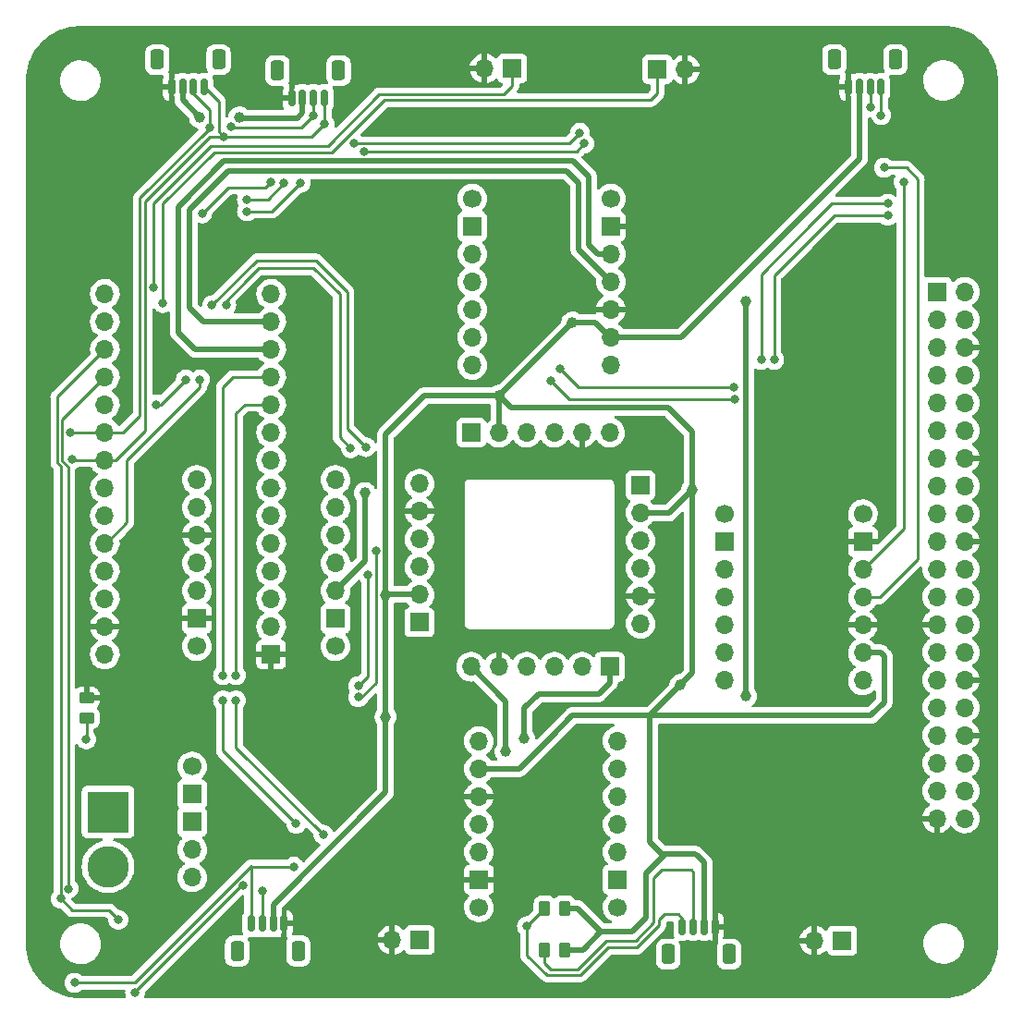
<source format=gtl>
%TF.GenerationSoftware,KiCad,Pcbnew,(6.0.8)*%
%TF.CreationDate,2023-03-18T14:47:44-05:00*%
%TF.ProjectId,board1,626f6172-6431-42e6-9b69-6361645f7063,rev?*%
%TF.SameCoordinates,Original*%
%TF.FileFunction,Copper,L1,Top*%
%TF.FilePolarity,Positive*%
%FSLAX46Y46*%
G04 Gerber Fmt 4.6, Leading zero omitted, Abs format (unit mm)*
G04 Created by KiCad (PCBNEW (6.0.8)) date 2023-03-18 14:47:44*
%MOMM*%
%LPD*%
G01*
G04 APERTURE LIST*
G04 Aperture macros list*
%AMRoundRect*
0 Rectangle with rounded corners*
0 $1 Rounding radius*
0 $2 $3 $4 $5 $6 $7 $8 $9 X,Y pos of 4 corners*
0 Add a 4 corners polygon primitive as box body*
4,1,4,$2,$3,$4,$5,$6,$7,$8,$9,$2,$3,0*
0 Add four circle primitives for the rounded corners*
1,1,$1+$1,$2,$3*
1,1,$1+$1,$4,$5*
1,1,$1+$1,$6,$7*
1,1,$1+$1,$8,$9*
0 Add four rect primitives between the rounded corners*
20,1,$1+$1,$2,$3,$4,$5,0*
20,1,$1+$1,$4,$5,$6,$7,0*
20,1,$1+$1,$6,$7,$8,$9,0*
20,1,$1+$1,$8,$9,$2,$3,0*%
G04 Aperture macros list end*
%TA.AperFunction,ComponentPad*%
%ADD10C,1.700000*%
%TD*%
%TA.AperFunction,ComponentPad*%
%ADD11R,1.700000X1.700000*%
%TD*%
%TA.AperFunction,ComponentPad*%
%ADD12O,1.700000X1.700000*%
%TD*%
%TA.AperFunction,SMDPad,CuDef*%
%ADD13RoundRect,0.250000X-0.262500X-0.450000X0.262500X-0.450000X0.262500X0.450000X-0.262500X0.450000X0*%
%TD*%
%TA.AperFunction,ComponentPad*%
%ADD14R,3.800000X3.800000*%
%TD*%
%TA.AperFunction,ComponentPad*%
%ADD15C,3.800000*%
%TD*%
%TA.AperFunction,SMDPad,CuDef*%
%ADD16RoundRect,0.250000X-0.450000X0.262500X-0.450000X-0.262500X0.450000X-0.262500X0.450000X0.262500X0*%
%TD*%
%TA.AperFunction,SMDPad,CuDef*%
%ADD17RoundRect,0.150000X-0.150000X-0.625000X0.150000X-0.625000X0.150000X0.625000X-0.150000X0.625000X0*%
%TD*%
%TA.AperFunction,SMDPad,CuDef*%
%ADD18RoundRect,0.250000X-0.350000X-0.650000X0.350000X-0.650000X0.350000X0.650000X-0.350000X0.650000X0*%
%TD*%
%TA.AperFunction,SMDPad,CuDef*%
%ADD19RoundRect,0.150000X0.150000X0.625000X-0.150000X0.625000X-0.150000X-0.625000X0.150000X-0.625000X0*%
%TD*%
%TA.AperFunction,SMDPad,CuDef*%
%ADD20RoundRect,0.250000X0.350000X0.650000X-0.350000X0.650000X-0.350000X-0.650000X0.350000X-0.650000X0*%
%TD*%
%TA.AperFunction,ViaPad*%
%ADD21C,0.800000*%
%TD*%
%TA.AperFunction,ViaPad*%
%ADD22C,1.000000*%
%TD*%
%TA.AperFunction,Conductor*%
%ADD23C,0.500000*%
%TD*%
%TA.AperFunction,Conductor*%
%ADD24C,0.250000*%
%TD*%
G04 APERTURE END LIST*
D10*
X95125000Y-94282500D03*
D11*
X95125000Y-91742500D03*
D12*
X95125000Y-89202500D03*
X95125000Y-86662500D03*
X95125000Y-84122500D03*
X95125000Y-81582500D03*
X95125000Y-79042500D03*
X107825000Y-79042500D03*
X107825000Y-81582500D03*
X107825000Y-84122500D03*
X107825000Y-86662500D03*
X107825000Y-89202500D03*
D11*
X107825000Y-91742500D03*
D10*
X107825000Y-94282500D03*
X120975000Y-118200000D03*
D11*
X120975000Y-115660000D03*
D12*
X120975000Y-113120000D03*
X120975000Y-110580000D03*
X120975000Y-108040000D03*
X120975000Y-105500000D03*
X120975000Y-102960000D03*
X133675000Y-102960000D03*
X133675000Y-105500000D03*
X133675000Y-108040000D03*
X133675000Y-110580000D03*
X133675000Y-113120000D03*
D11*
X133675000Y-115660000D03*
D10*
X133675000Y-118200000D03*
D11*
X137325000Y-41442500D03*
D12*
X139865000Y-41442500D03*
D13*
X127009900Y-118304700D03*
X128834900Y-118304700D03*
D11*
X120282400Y-74717500D03*
D12*
X122822400Y-74717500D03*
X125362400Y-74717500D03*
X127902400Y-74717500D03*
X130442400Y-74717500D03*
X132982400Y-74717500D03*
D14*
X87000000Y-109467500D03*
D15*
X87000000Y-114467500D03*
D11*
X132950000Y-96167500D03*
D12*
X130410000Y-96167500D03*
X127870000Y-96167500D03*
X125330000Y-96167500D03*
X122790000Y-96167500D03*
X120250000Y-96167500D03*
D13*
X127009900Y-122104700D03*
X128834900Y-122104700D03*
D16*
X85025000Y-99030000D03*
X85025000Y-100855000D03*
D17*
X103825000Y-44067500D03*
X104825000Y-44067500D03*
X105825000Y-44067500D03*
X106825000Y-44067500D03*
D18*
X102525000Y-41542500D03*
X108125000Y-41542500D03*
D11*
X115566800Y-121176900D03*
D12*
X113026800Y-121176900D03*
D10*
X94700000Y-105301300D03*
D11*
X94700000Y-107841300D03*
X94700000Y-110381300D03*
D12*
X94700000Y-112921300D03*
X94700000Y-115461300D03*
D11*
X124025000Y-41342500D03*
D12*
X121485000Y-41342500D03*
D10*
X133059000Y-53285000D03*
D11*
X133059000Y-55825000D03*
D12*
X133059000Y-58365000D03*
X133059000Y-60905000D03*
X133059000Y-63445000D03*
X133059000Y-65985000D03*
X133059000Y-68525000D03*
X120359000Y-68525000D03*
X120359000Y-65985000D03*
X120359000Y-63445000D03*
X120359000Y-60905000D03*
X120359000Y-58365000D03*
D11*
X120359000Y-55825000D03*
D10*
X120359000Y-53285000D03*
D11*
X115525000Y-92092500D03*
D12*
X115525000Y-89552500D03*
X115525000Y-87012500D03*
X115525000Y-84472500D03*
X115525000Y-81932500D03*
X115525000Y-79392500D03*
D11*
X154250000Y-121242500D03*
D12*
X151710000Y-121242500D03*
D11*
X135775000Y-79525000D03*
D12*
X135775000Y-82065000D03*
X135775000Y-84605000D03*
X135775000Y-87145000D03*
X135775000Y-89685000D03*
X135775000Y-92225000D03*
D11*
X162944500Y-61807800D03*
D12*
X165484500Y-61807800D03*
X162944500Y-64347800D03*
X165484500Y-64347800D03*
X162944500Y-66887800D03*
X165484500Y-66887800D03*
X162944500Y-69427800D03*
X165484500Y-69427800D03*
X162944500Y-71967800D03*
X165484500Y-71967800D03*
X162944500Y-74507800D03*
X165484500Y-74507800D03*
X162944500Y-77047800D03*
X165484500Y-77047800D03*
X162944500Y-79587800D03*
X165484500Y-79587800D03*
X162944500Y-82127800D03*
X165484500Y-82127800D03*
X162944500Y-84667800D03*
X165484500Y-84667800D03*
X162944500Y-87207800D03*
X165484500Y-87207800D03*
X162944500Y-89747800D03*
X165484500Y-89747800D03*
X162944500Y-92287800D03*
X165484500Y-92287800D03*
X162944500Y-94827800D03*
X165484500Y-94827800D03*
X162944500Y-97367800D03*
X165484500Y-97367800D03*
X162944500Y-99907800D03*
X165484500Y-99907800D03*
X162944500Y-102447800D03*
X165484500Y-102447800D03*
X162944500Y-104987800D03*
X165484500Y-104987800D03*
X162944500Y-107527800D03*
X165484500Y-107527800D03*
X162944500Y-110067800D03*
X165484500Y-110067800D03*
D10*
X156150000Y-82185000D03*
D11*
X156150000Y-84725000D03*
D12*
X156150000Y-87265000D03*
X156150000Y-89805000D03*
X156150000Y-92345000D03*
X156150000Y-94885000D03*
X156150000Y-97425000D03*
X143450000Y-97425000D03*
X143450000Y-94885000D03*
X143450000Y-92345000D03*
X143450000Y-89805000D03*
X143450000Y-87265000D03*
D11*
X143450000Y-84725000D03*
D10*
X143450000Y-82185000D03*
D11*
X101945000Y-95027500D03*
D12*
X86705000Y-95027500D03*
X101945000Y-92487500D03*
X86705000Y-92487500D03*
X101945000Y-89947500D03*
X86705000Y-89947500D03*
X101945000Y-87407500D03*
X86705000Y-87407500D03*
X101945000Y-84867500D03*
X86705000Y-84867500D03*
X101945000Y-82327500D03*
X86705000Y-82327500D03*
X101945000Y-79787500D03*
X86705000Y-79787500D03*
X101945000Y-77247500D03*
X86705000Y-77247500D03*
X101945000Y-74707500D03*
X86705000Y-74707500D03*
X101945000Y-72167500D03*
X86705000Y-72167500D03*
X101945000Y-69627500D03*
X86705000Y-69627500D03*
X101945000Y-67087500D03*
X86705000Y-67087500D03*
X101945000Y-64547500D03*
X86705000Y-64547500D03*
X101945000Y-62007500D03*
X86705000Y-62007500D03*
D19*
X103122400Y-119679700D03*
X102122400Y-119679700D03*
X101122400Y-119679700D03*
X100122400Y-119679700D03*
D20*
X104422400Y-122204700D03*
X98822400Y-122204700D03*
D17*
X92825000Y-43067500D03*
X93825000Y-43067500D03*
X94825000Y-43067500D03*
X95825000Y-43067500D03*
D18*
X97125000Y-40542500D03*
X91525000Y-40542500D03*
D17*
X154825000Y-43067500D03*
X155825000Y-43067500D03*
X156825000Y-43067500D03*
X157825000Y-43067500D03*
D18*
X153525000Y-40542500D03*
X159125000Y-40542500D03*
D19*
X142600000Y-119975000D03*
X141600000Y-119975000D03*
X140600000Y-119975000D03*
X139600000Y-119975000D03*
D20*
X138300000Y-122500000D03*
X143900000Y-122500000D03*
D21*
X82100000Y-59200000D03*
X82600000Y-66550000D03*
X125150000Y-55150000D03*
X125500000Y-62625000D03*
X136425000Y-75125000D03*
X137775000Y-96100000D03*
X130900000Y-103700000D03*
X128700000Y-107375000D03*
X96200000Y-122450000D03*
X91300000Y-118775000D03*
X91675000Y-108350000D03*
X92175000Y-99050000D03*
X95475000Y-74275000D03*
X105525000Y-79675000D03*
X105525000Y-71450000D03*
X105050000Y-65075000D03*
X105150000Y-55750000D03*
X100000000Y-57225000D03*
X160825000Y-46700000D03*
X149800000Y-41550000D03*
X143775000Y-42025000D03*
X137150000Y-54650000D03*
X137650000Y-50500000D03*
X148800000Y-51950000D03*
X140600000Y-59675000D03*
X148450000Y-73775000D03*
X150525000Y-65925000D03*
X156775000Y-62025000D03*
X157625000Y-70225000D03*
X153600000Y-78325000D03*
X152350000Y-92050000D03*
X149800000Y-96100000D03*
X152600000Y-103950000D03*
X158125000Y-120750000D03*
X148800000Y-118175000D03*
X149300000Y-110075000D03*
X144525000Y-114725000D03*
X145625000Y-104200000D03*
X124525000Y-115475000D03*
X121700000Y-122325000D03*
X108725000Y-119400000D03*
X116675000Y-107000000D03*
X108225000Y-107750000D03*
X98550000Y-109575000D03*
X91675000Y-85675000D03*
X91800000Y-95000000D03*
X117425000Y-97925000D03*
X111650000Y-70600000D03*
X114000000Y-63250000D03*
X113375000Y-55400000D03*
X128200000Y-41550000D03*
X114225000Y-41300000D03*
X88725000Y-43250000D03*
X88475000Y-48775000D03*
X85050000Y-51950000D03*
X85000000Y-102800000D03*
X91149500Y-61442500D03*
X125375000Y-119918000D03*
D22*
X110525000Y-80242500D03*
D21*
X92025000Y-62842500D03*
X87937299Y-119330201D03*
X106825000Y-46442500D03*
X97625000Y-47642500D03*
X82650000Y-117392500D03*
X104022400Y-114464900D03*
X83374500Y-116492500D03*
X83925000Y-125117500D03*
X83700500Y-77167500D03*
X157825000Y-45642500D03*
X111549500Y-85542500D03*
X98725000Y-99242500D03*
X127009900Y-122104700D03*
X99397900Y-116169198D03*
X156825000Y-44942500D03*
X101125000Y-116692500D03*
X130625000Y-48242500D03*
D22*
X122822400Y-71345100D03*
D21*
X97525000Y-96942500D03*
X109225000Y-76142500D03*
X110425000Y-48967000D03*
X94125000Y-69842500D03*
X128425000Y-68842500D03*
X146825000Y-68042500D03*
X95425000Y-69842500D03*
X148025000Y-68042500D03*
X98725000Y-96942500D03*
X158425000Y-54842500D03*
X97525000Y-99242500D03*
X96325000Y-46742500D03*
X109925000Y-97942500D03*
X95625000Y-54642500D03*
X158425000Y-53742500D03*
X101925000Y-51742500D03*
X158100000Y-50442500D03*
X144325000Y-70542500D03*
X98225000Y-46718000D03*
X110625000Y-76042500D03*
D22*
X95425000Y-45842500D03*
D21*
X99725000Y-54442500D03*
X106725000Y-111542500D03*
X91425000Y-72142500D03*
X104625000Y-51842500D03*
D22*
X110625000Y-41162500D03*
D21*
X144425000Y-71642500D03*
X109537299Y-48192000D03*
X89475000Y-126017500D03*
X99725000Y-53342500D03*
X110825000Y-87742500D03*
X105825000Y-45642500D03*
X83525000Y-74667500D03*
D22*
X145425000Y-98842500D03*
X145425000Y-62642500D03*
X99025000Y-45842500D03*
X112425000Y-89642500D03*
D21*
X159900000Y-51742500D03*
D22*
X139425000Y-97842500D03*
D21*
X130225000Y-47242500D03*
D22*
X123425000Y-103942500D03*
D21*
X103125000Y-51842500D03*
D22*
X125125000Y-102742500D03*
D21*
X109925000Y-98942003D03*
D22*
X140525000Y-79942500D03*
X112425000Y-100742500D03*
D21*
X97825000Y-63042500D03*
X104225000Y-110542500D03*
X96525000Y-63042500D03*
X127525000Y-69942500D03*
D22*
X129525000Y-64642500D03*
D23*
X136625000Y-112200000D02*
X136625000Y-100642500D01*
X137750000Y-113325000D02*
X136625000Y-112200000D01*
X138067500Y-113325000D02*
X137750000Y-113325000D01*
X140991250Y-113508750D02*
X141600000Y-114117500D01*
X140807500Y-113325000D02*
X140991250Y-113508750D01*
X136300000Y-115092500D02*
X138067500Y-113325000D01*
X138067500Y-113325000D02*
X140807500Y-113325000D01*
X136300000Y-119117500D02*
X136300000Y-115092500D01*
X141600000Y-114117500D02*
X141600000Y-119975000D01*
X134975000Y-120442500D02*
X136300000Y-119117500D01*
X132150000Y-120442500D02*
X134975000Y-120442500D01*
D24*
X140625000Y-119950000D02*
X140600000Y-119975000D01*
X140625000Y-114967500D02*
X140625000Y-119950000D01*
X140450000Y-114792500D02*
X140625000Y-114967500D01*
X137700000Y-114792500D02*
X140450000Y-114792500D01*
X135325000Y-121242500D02*
X137000000Y-119567500D01*
X137000000Y-115492500D02*
X137700000Y-114792500D01*
X132675000Y-121242500D02*
X135325000Y-121242500D01*
X130025000Y-123892500D02*
X132675000Y-121242500D01*
X127600000Y-123892500D02*
X130025000Y-123892500D01*
X127009900Y-123302400D02*
X127600000Y-123892500D01*
X137000000Y-119567500D02*
X137000000Y-115492500D01*
X127009900Y-122104700D02*
X127009900Y-123302400D01*
X139600000Y-119200000D02*
X139600000Y-119975000D01*
X139242500Y-118842500D02*
X139600000Y-119200000D01*
X138000000Y-118842500D02*
X139242500Y-118842500D01*
X137475000Y-119367500D02*
X138000000Y-118842500D01*
X137475000Y-119867500D02*
X137475000Y-119367500D01*
X135450000Y-121892500D02*
X137475000Y-119867500D01*
X132825000Y-121867500D02*
X133000000Y-121867500D01*
X130275000Y-124417500D02*
X132825000Y-121867500D01*
X125375000Y-122592500D02*
X127200000Y-124417500D01*
X125375000Y-119939600D02*
X125375000Y-122592500D01*
X127200000Y-124417500D02*
X130275000Y-124417500D01*
X127009900Y-118304700D02*
X125375000Y-119939600D01*
X133000000Y-121867500D02*
X133025000Y-121892500D01*
X133025000Y-121892500D02*
X135450000Y-121892500D01*
X140472400Y-119847400D02*
X140600000Y-119975000D01*
D23*
X137325000Y-82065000D02*
X135775000Y-82065000D01*
X137342500Y-82082500D02*
X137325000Y-82065000D01*
X137342500Y-82082500D02*
X136625000Y-82082500D01*
X138385000Y-82082500D02*
X137342500Y-82082500D01*
X130012200Y-118304700D02*
X128834900Y-118304700D01*
D24*
X85007500Y-102792500D02*
X85000000Y-102800000D01*
X85025000Y-102792500D02*
X85007500Y-102792500D01*
D23*
X125125000Y-102742500D02*
X125125000Y-99942500D01*
X126425000Y-98642500D02*
X131925000Y-98642500D01*
X123425000Y-99342500D02*
X123425000Y-103942500D01*
X131925000Y-98642500D02*
X132950000Y-97617500D01*
X125125000Y-99942500D02*
X126425000Y-98642500D01*
X120250000Y-96167500D02*
X123425000Y-99342500D01*
X132950000Y-97617500D02*
X132950000Y-96167500D01*
D24*
X111549500Y-85542500D02*
X111549500Y-97618000D01*
D23*
X129525000Y-64642500D02*
X122822400Y-71345100D01*
D24*
X110825000Y-87742500D02*
X110825000Y-97042500D01*
X110825000Y-97042500D02*
X109925000Y-97942500D01*
D23*
X99025000Y-45842500D02*
X99125000Y-45942500D01*
D24*
X153525000Y-54842500D02*
X158425000Y-54842500D01*
X111549500Y-97618000D02*
X110225497Y-98942003D01*
D23*
X104825000Y-45442500D02*
X104825000Y-44067500D01*
X156875000Y-100642500D02*
X158100000Y-99417500D01*
D24*
X85025000Y-97567500D02*
X85025000Y-99030000D01*
X151025000Y-57342500D02*
X153525000Y-54842500D01*
D23*
X139482500Y-65985000D02*
X133059000Y-65985000D01*
X124667500Y-105500000D02*
X127525000Y-102642500D01*
X138325000Y-72442500D02*
X140525000Y-74642500D01*
X140525000Y-96742500D02*
X140525000Y-79942500D01*
X136625000Y-100642500D02*
X129525000Y-100642500D01*
D24*
X110225497Y-98942003D02*
X109925000Y-98942003D01*
X102025000Y-54442500D02*
X104625000Y-51842500D01*
X148025000Y-68042500D02*
X148025000Y-60342500D01*
X129225000Y-71642500D02*
X144425000Y-71642500D01*
X99725000Y-54442500D02*
X102025000Y-54442500D01*
X148025000Y-60342500D02*
X151025000Y-57342500D01*
X127525000Y-69942500D02*
X129225000Y-71642500D01*
D23*
X155825000Y-43067500D02*
X155825000Y-49642500D01*
X128834900Y-122104700D02*
X130487800Y-122104700D01*
X158100000Y-95192500D02*
X157792500Y-94885000D01*
X102122400Y-117970100D02*
X112425000Y-107667500D01*
X158100000Y-99417500D02*
X158100000Y-95192500D01*
X155825000Y-49642500D02*
X139482500Y-65985000D01*
X129525000Y-100642500D02*
X127525000Y-102642500D01*
X124667500Y-105500000D02*
X120975000Y-105500000D01*
X139425000Y-97842500D02*
X140525000Y-96742500D01*
X140525000Y-74642500D02*
X140525000Y-79942500D01*
X95425000Y-45842500D02*
X93825000Y-44242500D01*
X93825000Y-44242500D02*
X93825000Y-43067500D01*
X131625000Y-64642500D02*
X132967500Y-65985000D01*
X99125000Y-45942500D02*
X104325000Y-45942500D01*
X122822400Y-71345100D02*
X122822400Y-74717500D01*
X123919800Y-72442500D02*
X138325000Y-72442500D01*
X129525000Y-64642500D02*
X131625000Y-64642500D01*
X128822400Y-118292200D02*
X128834900Y-118304700D01*
X112425000Y-89642500D02*
X112425000Y-100742500D01*
X112425000Y-107667500D02*
X112425000Y-100742500D01*
X157792500Y-94885000D02*
X156150000Y-94885000D01*
X136625000Y-100642500D02*
X141750000Y-100642500D01*
X112425000Y-74842500D02*
X115922400Y-71345100D01*
X115922400Y-71345100D02*
X122822400Y-71345100D01*
X112515000Y-89552500D02*
X115525000Y-89552500D01*
X141750000Y-100642500D02*
X156875000Y-100642500D01*
X112425000Y-89642500D02*
X112515000Y-89552500D01*
X132967500Y-65985000D02*
X133059000Y-65985000D01*
X130487800Y-122104700D02*
X132150000Y-120442500D01*
X112425000Y-89642500D02*
X112425000Y-74842500D01*
X140525000Y-79942500D02*
X138385000Y-82082500D01*
X104325000Y-45942500D02*
X104825000Y-45442500D01*
X122822400Y-71345100D02*
X123919800Y-72442500D01*
X102122400Y-119679700D02*
X102122400Y-117970100D01*
X139425000Y-97842500D02*
X136625000Y-100642500D01*
X130012200Y-118304700D02*
X132150000Y-120442500D01*
D24*
X105825000Y-59642500D02*
X100825000Y-59642500D01*
X99725000Y-60742500D02*
X97825000Y-62642500D01*
X95425000Y-70542500D02*
X88725000Y-77242500D01*
X108225000Y-72742500D02*
X108225000Y-62042500D01*
X108225000Y-62042500D02*
X105825000Y-59642500D01*
X106025000Y-58942500D02*
X100625000Y-58942500D01*
X100625000Y-58942500D02*
X96525000Y-63042500D01*
X97825000Y-62642500D02*
X97825000Y-63042500D01*
X100825000Y-59642500D02*
X99725000Y-60742500D01*
X109225000Y-76142500D02*
X108225000Y-75142500D01*
X108925000Y-61842500D02*
X106025000Y-58942500D01*
X146825000Y-60242500D02*
X151725000Y-55342500D01*
X99725000Y-53342500D02*
X101625000Y-53342500D01*
X94125000Y-69842500D02*
X91825000Y-72142500D01*
X85025000Y-102792500D02*
X85025000Y-100855000D01*
X108225000Y-75142500D02*
X108225000Y-72742500D01*
X86800000Y-84867500D02*
X86705000Y-84867500D01*
X88725000Y-82942500D02*
X86800000Y-84867500D01*
X151725000Y-55342500D02*
X153325000Y-53742500D01*
X91825000Y-72142500D02*
X91425000Y-72142500D01*
X110625000Y-76042500D02*
X108925000Y-74342500D01*
X88725000Y-77242500D02*
X88725000Y-82942500D01*
X153325000Y-53742500D02*
X158425000Y-53742500D01*
X95425000Y-69842500D02*
X95425000Y-70542500D01*
X108925000Y-74342500D02*
X108925000Y-61842500D01*
X82650000Y-117392500D02*
X83737500Y-118480000D01*
X87087098Y-118480000D02*
X87937299Y-119330201D01*
X83737500Y-118480000D02*
X87087098Y-118480000D01*
D23*
X110525000Y-86502500D02*
X107825000Y-89202500D01*
X110525000Y-80242500D02*
X110525000Y-86502500D01*
D24*
X96425000Y-48442500D02*
X107125000Y-48442500D01*
X112325000Y-44242500D02*
X136725000Y-44242500D01*
X82800000Y-77292305D02*
X82800000Y-73532500D01*
X82350000Y-71442500D02*
X86705000Y-67087500D01*
X83350000Y-77842305D02*
X82800000Y-77292305D01*
X82650000Y-77778701D02*
X82350000Y-77478701D01*
X124025000Y-42942500D02*
X124025000Y-41342500D01*
X91149500Y-53718000D02*
X96425000Y-48442500D01*
X107125000Y-48442500D02*
X111825000Y-43742500D01*
X100122400Y-114464900D02*
X104022400Y-114464900D01*
X82800000Y-73532500D02*
X86705000Y-69627500D01*
X107525000Y-49042500D02*
X112325000Y-44242500D01*
X82650000Y-117392195D02*
X82650000Y-77778701D01*
X104025000Y-114467500D02*
X104022400Y-114464900D01*
X92025000Y-53742500D02*
X96725000Y-49042500D01*
X82350000Y-77478701D02*
X82350000Y-71442500D01*
X91149500Y-61442500D02*
X91149500Y-53718000D01*
X111825000Y-43742500D02*
X123225000Y-43742500D01*
X96725000Y-49042500D02*
X107525000Y-49042500D01*
X82650000Y-117392500D02*
X82650000Y-117417500D01*
X136725000Y-44242500D02*
X137325000Y-43642500D01*
X123225000Y-43742500D02*
X124025000Y-42942500D01*
X83700500Y-77167500D02*
X83780500Y-77247500D01*
X137325000Y-43642500D02*
X137325000Y-41442500D01*
X92025000Y-62842500D02*
X92025000Y-53742500D01*
X83350000Y-116468000D02*
X83350000Y-77842305D01*
X97625000Y-47642500D02*
X97125000Y-47142500D01*
X83374500Y-116492500D02*
X83350000Y-116468000D01*
X100122400Y-114464900D02*
X100122400Y-119679700D01*
X96325000Y-47642500D02*
X90425000Y-53542500D01*
X96325000Y-45142500D02*
X94825000Y-43642500D01*
X97625000Y-47642500D02*
X105625000Y-47642500D01*
X89475000Y-126017500D02*
X89475000Y-125967500D01*
X106825000Y-46442500D02*
X106825000Y-44067500D01*
X83950000Y-125092500D02*
X89450000Y-125092500D01*
X90425000Y-74542500D02*
X87720000Y-77247500D01*
X89450000Y-125092500D02*
X100100000Y-114442500D01*
X89925000Y-73142500D02*
X88360000Y-74707500D01*
X98249500Y-46742500D02*
X98225000Y-46718000D01*
X156825000Y-44942500D02*
X156825000Y-43067500D01*
X101125000Y-116692500D02*
X101125000Y-119677100D01*
X100100000Y-114442500D02*
X100122400Y-114464900D01*
X105625000Y-47642500D02*
X106825000Y-46442500D01*
X87720000Y-77247500D02*
X86705000Y-77247500D01*
X97625000Y-47642500D02*
X96325000Y-47642500D01*
X90425000Y-53542500D02*
X90425000Y-74542500D01*
X96325000Y-46842500D02*
X89925000Y-53242500D01*
X97125000Y-47142500D02*
X97125000Y-44367500D01*
X157825000Y-45642500D02*
X157825000Y-43067500D01*
X83780500Y-77247500D02*
X86705000Y-77247500D01*
X97125000Y-44367500D02*
X95825000Y-43067500D01*
X99397900Y-116044600D02*
X99397900Y-116169198D01*
X101125000Y-119677100D02*
X101122400Y-119679700D01*
X83525000Y-74667500D02*
X83565000Y-74707500D01*
X83925000Y-125117500D02*
X83950000Y-125092500D01*
X104725000Y-46742500D02*
X98249500Y-46742500D01*
X96325000Y-46742500D02*
X96325000Y-46842500D01*
X83565000Y-74707500D02*
X86705000Y-74707500D01*
X89925000Y-53242500D02*
X89925000Y-73142500D01*
X98025000Y-52242500D02*
X95625000Y-54642500D01*
X161175000Y-86267500D02*
X161200000Y-86292500D01*
X88360000Y-74707500D02*
X86705000Y-74707500D01*
X109587799Y-48242500D02*
X129225000Y-48242500D01*
X101925000Y-51742500D02*
X101425000Y-52242500D01*
X129900500Y-48967000D02*
X110425000Y-48967000D01*
X105825000Y-45642500D02*
X104725000Y-46742500D01*
X130625000Y-48242500D02*
X129900500Y-48967000D01*
X89475000Y-125967500D02*
X99397900Y-116044600D01*
X159900000Y-51742500D02*
X159875000Y-51767500D01*
X109537299Y-48192000D02*
X109587799Y-48242500D01*
X129225000Y-48242500D02*
X130225000Y-47242500D01*
X159900000Y-83515000D02*
X156150000Y-87265000D01*
X159900000Y-51742500D02*
X159900000Y-83515000D01*
X157687500Y-89805000D02*
X156150000Y-89805000D01*
X161200000Y-86292500D02*
X157687500Y-89805000D01*
X101425000Y-52242500D02*
X98025000Y-52242500D01*
X96325000Y-46742500D02*
X96325000Y-45142500D01*
X158100000Y-50442500D02*
X160125000Y-50442500D01*
D23*
X145425000Y-98842500D02*
X145425000Y-62642500D01*
D24*
X160125000Y-50442500D02*
X161175000Y-51492500D01*
X105825000Y-45642500D02*
X105825000Y-44067500D01*
X94825000Y-43642500D02*
X94825000Y-43067500D01*
X98725000Y-103542500D02*
X98725000Y-99242500D01*
D23*
X131025000Y-57542500D02*
X131025000Y-51242500D01*
X95730000Y-64547500D02*
X101945000Y-64547500D01*
X133059000Y-60905000D02*
X133059000Y-60876500D01*
D24*
X98725000Y-96942500D02*
X98725000Y-72942500D01*
D23*
X131847500Y-58365000D02*
X131025000Y-57542500D01*
X97625000Y-49842500D02*
X93425000Y-54042500D01*
D24*
X97525000Y-70542500D02*
X98440000Y-69627500D01*
X97525000Y-96942500D02*
X97525000Y-70542500D01*
X97525000Y-103842500D02*
X97525000Y-99242500D01*
D23*
X129025000Y-50742500D02*
X98025000Y-50742500D01*
X131025000Y-51242500D02*
X129625000Y-49842500D01*
D24*
X102670000Y-79787500D02*
X101945000Y-79787500D01*
D23*
X130125000Y-51842500D02*
X129025000Y-50742500D01*
D24*
X161175000Y-51492500D02*
X161175000Y-86267500D01*
D23*
X94425000Y-63242500D02*
X95730000Y-64547500D01*
X133059000Y-58365000D02*
X131847500Y-58365000D01*
X94970000Y-67087500D02*
X101945000Y-67087500D01*
X93425000Y-65542500D02*
X94970000Y-67087500D01*
D24*
X104225000Y-110542500D02*
X97525000Y-103842500D01*
X98440000Y-69627500D02*
X101945000Y-69627500D01*
X99500000Y-72167500D02*
X101945000Y-72167500D01*
X130325000Y-70542500D02*
X144325000Y-70542500D01*
D23*
X129625000Y-49842500D02*
X97625000Y-49842500D01*
X93425000Y-54042500D02*
X93425000Y-65542500D01*
D24*
X98725000Y-72942500D02*
X99500000Y-72167500D01*
X106725000Y-111542500D02*
X98725000Y-103542500D01*
D23*
X133059000Y-60876500D02*
X130125000Y-57942500D01*
X98025000Y-50742500D02*
X94425000Y-54342500D01*
X94425000Y-54342500D02*
X94425000Y-63242500D01*
X130125000Y-57942500D02*
X130125000Y-51842500D01*
D24*
X146825000Y-68042500D02*
X146825000Y-60242500D01*
X130125000Y-70542500D02*
X130325000Y-70542500D01*
X101625000Y-53342500D02*
X103125000Y-51842500D01*
X128425000Y-68842500D02*
X130125000Y-70542500D01*
%TA.AperFunction,Conductor*%
G36*
X163470981Y-37452428D02*
G01*
X163496050Y-37456215D01*
X163516971Y-37453383D01*
X163538505Y-37452329D01*
X163909377Y-37465987D01*
X163919747Y-37466799D01*
X164039816Y-37481214D01*
X164319026Y-37514734D01*
X164329305Y-37516402D01*
X164602895Y-37572475D01*
X164723248Y-37597142D01*
X164733349Y-37599651D01*
X164856827Y-37635804D01*
X165119272Y-37712645D01*
X165129137Y-37715981D01*
X165504431Y-37860466D01*
X165513986Y-37864606D01*
X165876054Y-38039581D01*
X165885235Y-38044496D01*
X166231614Y-38248772D01*
X166240358Y-38254428D01*
X166568692Y-38486614D01*
X166576939Y-38492973D01*
X166884978Y-38751479D01*
X166892671Y-38758497D01*
X167091125Y-38955158D01*
X167178308Y-39041554D01*
X167185391Y-39049179D01*
X167269139Y-39147155D01*
X167446680Y-39354861D01*
X167453114Y-39363050D01*
X167498080Y-39425428D01*
X167687600Y-39688336D01*
X167688270Y-39689266D01*
X167694002Y-39697953D01*
X167901422Y-40042484D01*
X167906406Y-40051595D01*
X168066226Y-40374785D01*
X168084670Y-40412082D01*
X168088893Y-40421593D01*
X168236771Y-40795550D01*
X168240195Y-40805377D01*
X168257739Y-40863345D01*
X168356685Y-41190265D01*
X168359288Y-41200348D01*
X168443602Y-41593563D01*
X168445362Y-41603827D01*
X168496914Y-42002634D01*
X168497821Y-42013008D01*
X168514499Y-42376279D01*
X168513219Y-42400875D01*
X168511286Y-42413671D01*
X168515376Y-42443880D01*
X168516514Y-42460731D01*
X168541117Y-120282184D01*
X168541484Y-121444630D01*
X168540071Y-121463490D01*
X168536285Y-121488553D01*
X168538859Y-121507566D01*
X168539117Y-121509471D01*
X168540171Y-121531009D01*
X168528349Y-121852103D01*
X168526516Y-121901876D01*
X168525703Y-121912252D01*
X168480379Y-122289816D01*
X168477772Y-122311529D01*
X168476106Y-122321798D01*
X168431851Y-122537729D01*
X168395367Y-122715744D01*
X168392857Y-122725850D01*
X168279860Y-123111790D01*
X168276523Y-123121655D01*
X168195089Y-123333183D01*
X168147096Y-123457846D01*
X168132047Y-123496935D01*
X168127911Y-123506481D01*
X167964865Y-123843868D01*
X167952930Y-123868564D01*
X167948020Y-123877735D01*
X167909809Y-123942529D01*
X167743740Y-124224124D01*
X167738084Y-124232868D01*
X167505898Y-124561203D01*
X167499539Y-124569450D01*
X167241033Y-124877489D01*
X167234015Y-124885182D01*
X167116748Y-125003518D01*
X166997290Y-125124065D01*
X166950957Y-125170820D01*
X166943332Y-125177903D01*
X166882182Y-125230173D01*
X166637650Y-125439192D01*
X166629461Y-125445626D01*
X166303245Y-125680782D01*
X166294552Y-125686517D01*
X165950037Y-125893925D01*
X165940902Y-125898923D01*
X165929145Y-125904737D01*
X165580430Y-126077178D01*
X165570924Y-126081399D01*
X165461843Y-126124534D01*
X165196958Y-126229279D01*
X165187123Y-126232705D01*
X164802226Y-126349196D01*
X164792144Y-126351798D01*
X164618383Y-126389056D01*
X164398941Y-126436109D01*
X164388680Y-126437868D01*
X163989871Y-126489417D01*
X163979497Y-126490324D01*
X163616231Y-126507000D01*
X163591635Y-126505720D01*
X163590816Y-126505596D01*
X163578833Y-126503786D01*
X163548623Y-126507876D01*
X163531772Y-126509014D01*
X90436505Y-126532123D01*
X90368379Y-126512142D01*
X90321869Y-126458502D01*
X90311743Y-126388231D01*
X90316633Y-126367187D01*
X90366502Y-126213706D01*
X90366503Y-126213703D01*
X90368542Y-126207428D01*
X90377255Y-126124534D01*
X90387814Y-126024065D01*
X90388504Y-126017500D01*
X90387814Y-126010935D01*
X90387814Y-126004330D01*
X90390502Y-126004330D01*
X90401148Y-125946223D01*
X90424572Y-125913832D01*
X99223802Y-117114603D01*
X99286114Y-117080577D01*
X99312897Y-117077698D01*
X99362900Y-117077698D01*
X99431021Y-117097700D01*
X99477514Y-117151356D01*
X99488900Y-117203698D01*
X99488900Y-118554750D01*
X99468898Y-118622871D01*
X99458341Y-118635971D01*
X99458411Y-118636025D01*
X99453555Y-118642285D01*
X99447947Y-118647893D01*
X99443911Y-118654717D01*
X99443909Y-118654720D01*
X99412772Y-118707370D01*
X99363255Y-118791099D01*
X99361044Y-118798710D01*
X99361043Y-118798712D01*
X99360967Y-118798975D01*
X99316838Y-118950869D01*
X99316334Y-118957274D01*
X99316333Y-118957279D01*
X99315942Y-118962249D01*
X99313900Y-118988198D01*
X99313900Y-120371202D01*
X99314093Y-120373650D01*
X99314093Y-120373658D01*
X99316327Y-120402033D01*
X99316838Y-120408531D01*
X99318633Y-120414708D01*
X99361043Y-120560688D01*
X99361044Y-120560690D01*
X99363255Y-120568301D01*
X99367291Y-120575125D01*
X99388676Y-120611286D01*
X99406135Y-120680102D01*
X99383617Y-120747434D01*
X99328272Y-120791902D01*
X99267380Y-120800768D01*
X99222800Y-120796200D01*
X98422000Y-120796200D01*
X98418754Y-120796537D01*
X98418750Y-120796537D01*
X98323092Y-120806462D01*
X98323088Y-120806463D01*
X98316234Y-120807174D01*
X98309698Y-120809355D01*
X98309696Y-120809355D01*
X98250355Y-120829153D01*
X98148454Y-120863150D01*
X97998052Y-120956222D01*
X97873095Y-121081397D01*
X97869255Y-121087627D01*
X97869254Y-121087628D01*
X97785928Y-121222808D01*
X97780285Y-121231962D01*
X97724603Y-121399839D01*
X97723903Y-121406675D01*
X97723902Y-121406678D01*
X97721249Y-121432571D01*
X97713900Y-121504300D01*
X97713900Y-122905100D01*
X97714237Y-122908346D01*
X97714237Y-122908350D01*
X97722063Y-122983770D01*
X97724874Y-123010866D01*
X97727055Y-123017402D01*
X97727055Y-123017404D01*
X97758545Y-123111790D01*
X97780850Y-123178646D01*
X97873922Y-123329048D01*
X97999097Y-123454005D01*
X98005327Y-123457845D01*
X98005328Y-123457846D01*
X98142490Y-123542394D01*
X98149662Y-123546815D01*
X98199665Y-123563400D01*
X98311011Y-123600332D01*
X98311013Y-123600332D01*
X98317539Y-123602497D01*
X98324375Y-123603197D01*
X98324378Y-123603198D01*
X98367431Y-123607609D01*
X98422000Y-123613200D01*
X99222800Y-123613200D01*
X99226046Y-123612863D01*
X99226050Y-123612863D01*
X99321708Y-123602938D01*
X99321712Y-123602937D01*
X99328566Y-123602226D01*
X99335102Y-123600045D01*
X99335104Y-123600045D01*
X99467206Y-123555972D01*
X99496346Y-123546250D01*
X99646748Y-123453178D01*
X99771705Y-123328003D01*
X99775546Y-123321772D01*
X99860675Y-123183668D01*
X99860676Y-123183666D01*
X99864515Y-123177438D01*
X99901445Y-123066097D01*
X99918032Y-123016089D01*
X99918032Y-123016087D01*
X99920197Y-123009561D01*
X99930900Y-122905100D01*
X103313900Y-122905100D01*
X103314237Y-122908346D01*
X103314237Y-122908350D01*
X103322063Y-122983770D01*
X103324874Y-123010866D01*
X103327055Y-123017402D01*
X103327055Y-123017404D01*
X103358545Y-123111790D01*
X103380850Y-123178646D01*
X103473922Y-123329048D01*
X103599097Y-123454005D01*
X103605327Y-123457845D01*
X103605328Y-123457846D01*
X103742490Y-123542394D01*
X103749662Y-123546815D01*
X103799665Y-123563400D01*
X103911011Y-123600332D01*
X103911013Y-123600332D01*
X103917539Y-123602497D01*
X103924375Y-123603197D01*
X103924378Y-123603198D01*
X103967431Y-123607609D01*
X104022000Y-123613200D01*
X104822800Y-123613200D01*
X104826046Y-123612863D01*
X104826050Y-123612863D01*
X104921708Y-123602938D01*
X104921712Y-123602937D01*
X104928566Y-123602226D01*
X104935102Y-123600045D01*
X104935104Y-123600045D01*
X105067206Y-123555972D01*
X105096346Y-123546250D01*
X105246748Y-123453178D01*
X105371705Y-123328003D01*
X105375546Y-123321772D01*
X105460675Y-123183668D01*
X105460676Y-123183666D01*
X105464515Y-123177438D01*
X105501445Y-123066097D01*
X105518032Y-123016089D01*
X105518032Y-123016087D01*
X105520197Y-123009561D01*
X105530900Y-122905100D01*
X105530900Y-121504300D01*
X105529266Y-121488553D01*
X105524733Y-121444866D01*
X111695057Y-121444866D01*
X111725365Y-121579346D01*
X111728445Y-121589175D01*
X111808570Y-121786503D01*
X111813213Y-121795694D01*
X111924494Y-121977288D01*
X111930577Y-121985599D01*
X112070013Y-122146567D01*
X112077380Y-122153783D01*
X112241234Y-122289816D01*
X112249681Y-122295731D01*
X112433556Y-122403179D01*
X112442842Y-122407629D01*
X112641801Y-122483603D01*
X112651699Y-122486479D01*
X112755050Y-122507506D01*
X112769099Y-122506310D01*
X112772800Y-122495965D01*
X112772800Y-122495417D01*
X113280800Y-122495417D01*
X113284864Y-122509259D01*
X113298278Y-122511293D01*
X113304984Y-122510434D01*
X113315062Y-122508292D01*
X113519055Y-122447091D01*
X113528642Y-122443333D01*
X113719895Y-122349639D01*
X113728745Y-122344364D01*
X113902128Y-122220692D01*
X113909993Y-122214045D01*
X114014697Y-122109705D01*
X114077068Y-122075789D01*
X114147875Y-122080977D01*
X114204637Y-122123623D01*
X114221619Y-122154726D01*
X114236702Y-122194960D01*
X114266185Y-122273605D01*
X114353539Y-122390161D01*
X114470095Y-122477515D01*
X114606484Y-122528645D01*
X114668666Y-122535400D01*
X116464934Y-122535400D01*
X116527116Y-122528645D01*
X116663505Y-122477515D01*
X116780061Y-122390161D01*
X116867415Y-122273605D01*
X116918545Y-122137216D01*
X116925300Y-122075034D01*
X116925300Y-120278766D01*
X116918545Y-120216584D01*
X116867415Y-120080195D01*
X116780061Y-119963639D01*
X116663505Y-119876285D01*
X116527116Y-119825155D01*
X116464934Y-119818400D01*
X114668666Y-119818400D01*
X114606484Y-119825155D01*
X114470095Y-119876285D01*
X114353539Y-119963639D01*
X114266185Y-120080195D01*
X114263033Y-120088603D01*
X114263032Y-120088605D01*
X114221522Y-120199333D01*
X114178881Y-120256098D01*
X114112319Y-120280798D01*
X114042970Y-120265591D01*
X114010346Y-120239904D01*
X113959599Y-120184134D01*
X113952073Y-120177115D01*
X113784939Y-120045122D01*
X113776352Y-120039417D01*
X113589917Y-119936499D01*
X113580505Y-119932269D01*
X113379759Y-119861180D01*
X113369788Y-119858546D01*
X113298637Y-119845872D01*
X113285340Y-119847332D01*
X113280800Y-119861889D01*
X113280800Y-122495417D01*
X112772800Y-122495417D01*
X112772800Y-121449015D01*
X112768325Y-121433776D01*
X112766935Y-121432571D01*
X112759252Y-121430900D01*
X111710025Y-121430900D01*
X111696494Y-121434873D01*
X111695057Y-121444866D01*
X105524733Y-121444866D01*
X105520638Y-121405392D01*
X105520637Y-121405388D01*
X105519926Y-121398534D01*
X105514720Y-121382928D01*
X105466268Y-121237702D01*
X105463950Y-121230754D01*
X105370878Y-121080352D01*
X105351058Y-121060566D01*
X105250883Y-120960566D01*
X105245703Y-120955395D01*
X105223288Y-120941578D01*
X105173816Y-120911083D01*
X111691189Y-120911083D01*
X111692712Y-120919507D01*
X111705092Y-120922900D01*
X112754685Y-120922900D01*
X112769924Y-120918425D01*
X112771129Y-120917035D01*
X112772800Y-120909352D01*
X112772800Y-119860002D01*
X112768882Y-119846658D01*
X112754606Y-119844671D01*
X112716124Y-119850560D01*
X112706088Y-119852951D01*
X112503668Y-119919112D01*
X112494159Y-119923109D01*
X112305263Y-120021442D01*
X112296538Y-120026936D01*
X112126233Y-120154805D01*
X112118526Y-120161648D01*
X111971390Y-120315617D01*
X111964904Y-120323627D01*
X111844898Y-120499549D01*
X111839800Y-120508523D01*
X111750138Y-120701683D01*
X111746575Y-120711370D01*
X111691189Y-120911083D01*
X105173816Y-120911083D01*
X105101368Y-120866425D01*
X105101366Y-120866424D01*
X105095138Y-120862585D01*
X104994343Y-120829153D01*
X104933789Y-120809068D01*
X104933787Y-120809068D01*
X104927261Y-120806903D01*
X104920425Y-120806203D01*
X104920422Y-120806202D01*
X104868447Y-120800877D01*
X104822800Y-120796200D01*
X104022000Y-120796200D01*
X104018754Y-120796537D01*
X104018750Y-120796537D01*
X103999213Y-120798564D01*
X103976925Y-120800877D01*
X103907105Y-120788013D01*
X103855323Y-120739442D01*
X103838020Y-120670586D01*
X103855468Y-120611411D01*
X103877048Y-120574921D01*
X103883293Y-120560490D01*
X103925669Y-120414635D01*
X103927970Y-120402033D01*
X103930207Y-120373616D01*
X103930400Y-120368686D01*
X103930400Y-119951815D01*
X103925925Y-119936576D01*
X103924535Y-119935371D01*
X103916852Y-119933700D01*
X103394515Y-119933700D01*
X103379276Y-119938175D01*
X103378071Y-119939565D01*
X103376400Y-119947248D01*
X103376400Y-120941578D01*
X103380875Y-120956817D01*
X103402784Y-120975802D01*
X103411519Y-120979790D01*
X103449906Y-121039514D01*
X103449910Y-121110511D01*
X103436272Y-121141134D01*
X103425947Y-121157885D01*
X103385928Y-121222808D01*
X103380285Y-121231962D01*
X103324603Y-121399839D01*
X103323903Y-121406675D01*
X103323902Y-121406678D01*
X103321249Y-121432571D01*
X103313900Y-121504300D01*
X103313900Y-122905100D01*
X99930900Y-122905100D01*
X99930900Y-121504300D01*
X99929266Y-121488553D01*
X99920638Y-121405392D01*
X99920637Y-121405388D01*
X99919926Y-121398534D01*
X99914720Y-121382928D01*
X99866268Y-121237702D01*
X99863950Y-121230754D01*
X99817383Y-121155503D01*
X99798545Y-121087051D01*
X99819706Y-121019282D01*
X99874147Y-120973710D01*
X99924527Y-120963200D01*
X100338902Y-120963200D01*
X100341350Y-120963007D01*
X100341358Y-120963007D01*
X100369821Y-120960767D01*
X100369826Y-120960766D01*
X100376231Y-120960262D01*
X100476169Y-120931228D01*
X100528388Y-120916057D01*
X100528390Y-120916056D01*
X100536001Y-120913845D01*
X100542826Y-120909809D01*
X100558263Y-120900680D01*
X100627079Y-120883222D01*
X100686537Y-120900680D01*
X100701974Y-120909809D01*
X100708799Y-120913845D01*
X100716410Y-120916056D01*
X100716412Y-120916057D01*
X100768631Y-120931228D01*
X100868569Y-120960262D01*
X100874974Y-120960766D01*
X100874979Y-120960767D01*
X100903442Y-120963007D01*
X100903450Y-120963007D01*
X100905898Y-120963200D01*
X101338902Y-120963200D01*
X101341350Y-120963007D01*
X101341358Y-120963007D01*
X101369821Y-120960767D01*
X101369826Y-120960766D01*
X101376231Y-120960262D01*
X101476169Y-120931228D01*
X101528388Y-120916057D01*
X101528390Y-120916056D01*
X101536001Y-120913845D01*
X101542826Y-120909809D01*
X101558263Y-120900680D01*
X101627079Y-120883222D01*
X101686537Y-120900680D01*
X101701974Y-120909809D01*
X101708799Y-120913845D01*
X101716410Y-120916056D01*
X101716412Y-120916057D01*
X101768631Y-120931228D01*
X101868569Y-120960262D01*
X101874974Y-120960766D01*
X101874979Y-120960767D01*
X101903442Y-120963007D01*
X101903450Y-120963007D01*
X101905898Y-120963200D01*
X102338902Y-120963200D01*
X102341350Y-120963007D01*
X102341358Y-120963007D01*
X102369821Y-120960767D01*
X102369826Y-120960766D01*
X102376231Y-120960262D01*
X102476169Y-120931228D01*
X102528388Y-120916057D01*
X102528390Y-120916056D01*
X102536001Y-120913845D01*
X102558751Y-120900390D01*
X102627565Y-120882930D01*
X102687030Y-120900389D01*
X102702179Y-120909348D01*
X102716610Y-120915593D01*
X102851005Y-120954639D01*
X102865106Y-120954599D01*
X102868400Y-120947330D01*
X102868400Y-120622270D01*
X102878515Y-120573425D01*
X102881545Y-120568301D01*
X102883755Y-120560693D01*
X102883757Y-120560689D01*
X102926167Y-120414708D01*
X102927962Y-120408531D01*
X102928474Y-120402033D01*
X102930707Y-120373658D01*
X102930707Y-120373650D01*
X102930900Y-120371202D01*
X102930900Y-119407585D01*
X103376400Y-119407585D01*
X103380875Y-119422824D01*
X103382265Y-119424029D01*
X103389948Y-119425700D01*
X103912284Y-119425700D01*
X103927523Y-119421225D01*
X103928728Y-119419835D01*
X103930399Y-119412152D01*
X103930399Y-118990717D01*
X103930205Y-118985780D01*
X103927970Y-118957364D01*
X103925670Y-118944769D01*
X103883293Y-118798910D01*
X103877048Y-118784479D01*
X103800489Y-118655022D01*
X103790849Y-118642596D01*
X103684504Y-118536251D01*
X103672078Y-118526611D01*
X103542621Y-118450052D01*
X103528190Y-118443807D01*
X103393795Y-118404761D01*
X103379694Y-118404801D01*
X103376400Y-118412070D01*
X103376400Y-119407585D01*
X102930900Y-119407585D01*
X102930900Y-118988198D01*
X102928858Y-118962249D01*
X102928467Y-118957279D01*
X102928466Y-118957274D01*
X102927962Y-118950869D01*
X102926168Y-118944693D01*
X102926167Y-118944689D01*
X102885903Y-118806098D01*
X102880900Y-118770946D01*
X102880900Y-118336471D01*
X102900902Y-118268350D01*
X102917805Y-118247376D01*
X102998486Y-118166695D01*
X119612251Y-118166695D01*
X119612548Y-118171848D01*
X119612548Y-118171851D01*
X119618954Y-118282948D01*
X119625110Y-118389715D01*
X119626247Y-118394761D01*
X119626248Y-118394767D01*
X119646119Y-118482939D01*
X119674222Y-118607639D01*
X119711767Y-118700101D01*
X119751889Y-118798910D01*
X119758266Y-118814616D01*
X119768644Y-118831551D01*
X119866451Y-118991158D01*
X119874987Y-119005088D01*
X120021250Y-119173938D01*
X120193126Y-119316632D01*
X120386000Y-119429338D01*
X120390825Y-119431180D01*
X120390826Y-119431181D01*
X120436358Y-119448568D01*
X120594692Y-119509030D01*
X120599760Y-119510061D01*
X120599763Y-119510062D01*
X120680102Y-119526407D01*
X120813597Y-119553567D01*
X120818772Y-119553757D01*
X120818774Y-119553757D01*
X121031673Y-119561564D01*
X121031677Y-119561564D01*
X121036837Y-119561753D01*
X121041957Y-119561097D01*
X121041959Y-119561097D01*
X121253288Y-119534025D01*
X121253289Y-119534025D01*
X121258416Y-119533368D01*
X121316043Y-119516079D01*
X121467429Y-119470661D01*
X121467434Y-119470659D01*
X121472384Y-119469174D01*
X121672994Y-119370896D01*
X121854860Y-119241173D01*
X121863552Y-119232512D01*
X121962908Y-119133502D01*
X122013096Y-119083489D01*
X122072594Y-119000689D01*
X122140435Y-118906277D01*
X122143453Y-118902077D01*
X122148215Y-118892443D01*
X122240136Y-118706453D01*
X122240137Y-118706451D01*
X122242430Y-118701811D01*
X122291871Y-118539083D01*
X122305865Y-118493023D01*
X122305865Y-118493021D01*
X122307370Y-118488069D01*
X122336529Y-118266590D01*
X122336625Y-118262666D01*
X122338074Y-118203365D01*
X122338074Y-118203361D01*
X122338156Y-118200000D01*
X122319852Y-117977361D01*
X122265431Y-117760702D01*
X122176354Y-117555840D01*
X122080987Y-117408425D01*
X122057822Y-117372617D01*
X122057820Y-117372614D01*
X122055014Y-117368277D01*
X122051540Y-117364459D01*
X122051533Y-117364450D01*
X121907435Y-117206088D01*
X121876383Y-117142242D01*
X121884779Y-117071744D01*
X121929956Y-117016976D01*
X121956400Y-117003307D01*
X122063052Y-116963325D01*
X122078649Y-116954786D01*
X122180724Y-116878285D01*
X122193285Y-116865724D01*
X122269786Y-116763649D01*
X122278324Y-116748054D01*
X122323478Y-116627606D01*
X122327105Y-116612351D01*
X122332631Y-116561486D01*
X122333000Y-116554672D01*
X122333000Y-115932115D01*
X122328525Y-115916876D01*
X122327135Y-115915671D01*
X122319452Y-115914000D01*
X119635116Y-115914000D01*
X119619877Y-115918475D01*
X119618672Y-115919865D01*
X119617001Y-115927548D01*
X119617001Y-116554669D01*
X119617371Y-116561490D01*
X119622895Y-116612352D01*
X119626521Y-116627604D01*
X119671676Y-116748054D01*
X119680214Y-116763649D01*
X119756715Y-116865724D01*
X119769276Y-116878285D01*
X119871351Y-116954786D01*
X119886946Y-116963324D01*
X119995827Y-117004142D01*
X120052591Y-117046784D01*
X120077291Y-117113345D01*
X120062083Y-117182694D01*
X120042691Y-117209175D01*
X119919200Y-117338401D01*
X119915629Y-117342138D01*
X119789743Y-117526680D01*
X119774003Y-117560590D01*
X119709366Y-117699839D01*
X119695688Y-117729305D01*
X119635989Y-117944570D01*
X119612251Y-118166695D01*
X102998486Y-118166695D01*
X108078486Y-113086695D01*
X119612251Y-113086695D01*
X119612548Y-113091848D01*
X119612548Y-113091851D01*
X119624812Y-113304547D01*
X119625110Y-113309715D01*
X119626247Y-113314761D01*
X119626248Y-113314767D01*
X119629442Y-113328939D01*
X119674222Y-113527639D01*
X119758266Y-113734616D01*
X119801745Y-113805568D01*
X119865356Y-113909371D01*
X119874987Y-113925088D01*
X120021250Y-114093938D01*
X120025225Y-114097238D01*
X120025231Y-114097244D01*
X120030425Y-114101556D01*
X120070059Y-114160460D01*
X120071555Y-114231441D01*
X120034439Y-114291962D01*
X119994168Y-114316480D01*
X119886946Y-114356676D01*
X119871351Y-114365214D01*
X119769276Y-114441715D01*
X119756715Y-114454276D01*
X119680214Y-114556351D01*
X119671676Y-114571946D01*
X119626522Y-114692394D01*
X119622895Y-114707649D01*
X119617369Y-114758514D01*
X119617000Y-114765328D01*
X119617000Y-115387885D01*
X119621475Y-115403124D01*
X119622865Y-115404329D01*
X119630548Y-115406000D01*
X122314884Y-115406000D01*
X122330123Y-115401525D01*
X122331328Y-115400135D01*
X122332999Y-115392452D01*
X122332999Y-114765331D01*
X122332629Y-114758510D01*
X122327105Y-114707648D01*
X122323479Y-114692396D01*
X122278324Y-114571946D01*
X122269786Y-114556351D01*
X122193285Y-114454276D01*
X122180724Y-114441715D01*
X122078649Y-114365214D01*
X122063054Y-114356676D01*
X121952813Y-114315348D01*
X121896049Y-114272706D01*
X121871349Y-114206145D01*
X121886557Y-114136796D01*
X121908104Y-114108115D01*
X122009430Y-114007144D01*
X122009440Y-114007132D01*
X122013096Y-114003489D01*
X122019032Y-113995229D01*
X122140435Y-113826277D01*
X122143453Y-113822077D01*
X122149637Y-113809566D01*
X122240136Y-113626453D01*
X122240137Y-113626451D01*
X122242430Y-113621811D01*
X122307370Y-113408069D01*
X122336529Y-113186590D01*
X122338156Y-113120000D01*
X122319852Y-112897361D01*
X122265431Y-112680702D01*
X122176354Y-112475840D01*
X122089988Y-112342339D01*
X122057822Y-112292617D01*
X122057820Y-112292614D01*
X122055014Y-112288277D01*
X121904670Y-112123051D01*
X121900619Y-112119852D01*
X121900615Y-112119848D01*
X121733414Y-111987800D01*
X121733410Y-111987798D01*
X121729359Y-111984598D01*
X121688053Y-111961796D01*
X121638084Y-111911364D01*
X121623312Y-111841921D01*
X121648428Y-111775516D01*
X121675780Y-111748909D01*
X121719603Y-111717650D01*
X121854860Y-111621173D01*
X121861853Y-111614205D01*
X122006602Y-111469960D01*
X122013096Y-111463489D01*
X122049939Y-111412217D01*
X122140435Y-111286277D01*
X122143453Y-111282077D01*
X122166590Y-111235264D01*
X122240136Y-111086453D01*
X122240137Y-111086451D01*
X122242430Y-111081811D01*
X122307370Y-110868069D01*
X122336529Y-110646590D01*
X122336837Y-110634000D01*
X122338074Y-110583365D01*
X122338074Y-110583361D01*
X122338156Y-110580000D01*
X122319852Y-110357361D01*
X122265431Y-110140702D01*
X122176354Y-109935840D01*
X122055014Y-109748277D01*
X121904670Y-109583051D01*
X121900619Y-109579852D01*
X121900615Y-109579848D01*
X121733414Y-109447800D01*
X121733410Y-109447798D01*
X121729359Y-109444598D01*
X121687569Y-109421529D01*
X121637598Y-109371097D01*
X121622826Y-109301654D01*
X121647942Y-109235248D01*
X121675294Y-109208641D01*
X121850328Y-109083792D01*
X121858200Y-109077139D01*
X122009052Y-108926812D01*
X122015730Y-108918965D01*
X122140003Y-108746020D01*
X122145313Y-108737183D01*
X122239670Y-108546267D01*
X122243469Y-108536672D01*
X122305377Y-108332910D01*
X122307555Y-108322837D01*
X122308986Y-108311962D01*
X122306775Y-108297778D01*
X122293617Y-108294000D01*
X119658225Y-108294000D01*
X119644694Y-108297973D01*
X119643257Y-108307966D01*
X119673565Y-108442446D01*
X119676645Y-108452275D01*
X119756770Y-108649603D01*
X119761413Y-108658794D01*
X119872694Y-108840388D01*
X119878777Y-108848699D01*
X120018213Y-109009667D01*
X120025580Y-109016883D01*
X120189434Y-109152916D01*
X120197881Y-109158831D01*
X120266969Y-109199203D01*
X120315693Y-109250842D01*
X120328764Y-109320625D01*
X120302033Y-109386396D01*
X120261584Y-109419752D01*
X120248607Y-109426507D01*
X120244474Y-109429610D01*
X120244471Y-109429612D01*
X120173144Y-109483166D01*
X120069965Y-109560635D01*
X119915629Y-109722138D01*
X119789743Y-109906680D01*
X119774003Y-109940590D01*
X119730414Y-110034495D01*
X119695688Y-110109305D01*
X119635989Y-110324570D01*
X119612251Y-110546695D01*
X119612548Y-110551848D01*
X119612548Y-110551851D01*
X119618011Y-110646590D01*
X119625110Y-110769715D01*
X119626247Y-110774761D01*
X119626248Y-110774767D01*
X119633634Y-110807540D01*
X119674222Y-110987639D01*
X119711500Y-111079444D01*
X119755191Y-111187042D01*
X119758266Y-111194616D01*
X119777038Y-111225249D01*
X119869927Y-111376830D01*
X119874987Y-111385088D01*
X120021250Y-111553938D01*
X120193126Y-111696632D01*
X120251531Y-111730761D01*
X120266445Y-111739476D01*
X120315169Y-111791114D01*
X120328240Y-111860897D01*
X120301509Y-111926669D01*
X120261055Y-111960027D01*
X120248607Y-111966507D01*
X120244474Y-111969610D01*
X120244471Y-111969612D01*
X120074100Y-112097530D01*
X120069965Y-112100635D01*
X120066393Y-112104373D01*
X119936183Y-112240630D01*
X119915629Y-112262138D01*
X119789743Y-112446680D01*
X119756684Y-112517899D01*
X119714290Y-112609231D01*
X119695688Y-112649305D01*
X119635989Y-112864570D01*
X119612251Y-113086695D01*
X108078486Y-113086695D01*
X112913911Y-108251270D01*
X112928323Y-108238884D01*
X112939918Y-108230351D01*
X112939923Y-108230346D01*
X112945818Y-108226008D01*
X112950557Y-108220430D01*
X112950560Y-108220427D01*
X112980035Y-108185732D01*
X112986965Y-108178216D01*
X112992661Y-108172520D01*
X112994924Y-108169659D01*
X112994929Y-108169654D01*
X113010285Y-108150244D01*
X113013074Y-108146842D01*
X113055596Y-108096791D01*
X113055597Y-108096790D01*
X113060333Y-108091215D01*
X113063661Y-108084698D01*
X113067027Y-108079650D01*
X113070190Y-108074528D01*
X113074735Y-108068784D01*
X113105664Y-108002605D01*
X113107563Y-107998721D01*
X113140769Y-107933692D01*
X113142510Y-107926577D01*
X113144613Y-107920922D01*
X113146522Y-107915183D01*
X113149622Y-107908550D01*
X113164491Y-107837065D01*
X113165461Y-107832782D01*
X113167972Y-107822522D01*
X113182808Y-107761890D01*
X113183500Y-107750736D01*
X113183535Y-107750738D01*
X113183775Y-107746766D01*
X113184152Y-107742545D01*
X113185641Y-107735385D01*
X113183546Y-107657958D01*
X113183500Y-107654550D01*
X113183500Y-101454110D01*
X113203502Y-101385989D01*
X113214119Y-101371779D01*
X113253078Y-101326645D01*
X113350769Y-101154679D01*
X113413197Y-100967013D01*
X113437985Y-100770795D01*
X113438380Y-100742500D01*
X113419080Y-100545667D01*
X113361916Y-100356331D01*
X113269066Y-100181704D01*
X113211857Y-100111559D01*
X113184303Y-100046127D01*
X113183500Y-100031923D01*
X113183500Y-90437000D01*
X113203502Y-90368879D01*
X113257158Y-90322386D01*
X113309500Y-90311000D01*
X114327491Y-90311000D01*
X114395612Y-90331002D01*
X114424402Y-90358095D01*
X114424987Y-90357588D01*
X114571250Y-90526438D01*
X114575230Y-90529742D01*
X114579981Y-90533687D01*
X114619616Y-90592590D01*
X114621113Y-90663571D01*
X114583997Y-90724093D01*
X114543725Y-90748612D01*
X114522711Y-90756490D01*
X114428295Y-90791885D01*
X114311739Y-90879239D01*
X114224385Y-90995795D01*
X114173255Y-91132184D01*
X114166500Y-91194366D01*
X114166500Y-92990634D01*
X114173255Y-93052816D01*
X114224385Y-93189205D01*
X114311739Y-93305761D01*
X114428295Y-93393115D01*
X114564684Y-93444245D01*
X114626866Y-93451000D01*
X116423134Y-93451000D01*
X116485316Y-93444245D01*
X116621705Y-93393115D01*
X116738261Y-93305761D01*
X116825615Y-93189205D01*
X116876745Y-93052816D01*
X116883500Y-92990634D01*
X116883500Y-92264621D01*
X119646824Y-92264621D01*
X119649291Y-92273252D01*
X119654950Y-92293053D01*
X119658528Y-92309815D01*
X119662720Y-92339087D01*
X119666434Y-92347255D01*
X119666434Y-92347256D01*
X119673348Y-92362462D01*
X119679796Y-92379986D01*
X119686851Y-92404671D01*
X119691643Y-92412265D01*
X119691644Y-92412268D01*
X119702630Y-92429680D01*
X119710769Y-92444763D01*
X119723008Y-92471682D01*
X119728869Y-92478484D01*
X119739770Y-92491135D01*
X119750873Y-92506139D01*
X119764576Y-92527858D01*
X119771301Y-92533797D01*
X119771304Y-92533801D01*
X119786738Y-92547432D01*
X119798782Y-92559624D01*
X119812227Y-92575227D01*
X119812230Y-92575229D01*
X119818087Y-92582027D01*
X119825616Y-92586907D01*
X119825617Y-92586908D01*
X119839635Y-92595994D01*
X119854509Y-92607285D01*
X119865467Y-92616962D01*
X119873751Y-92624278D01*
X119900511Y-92636842D01*
X119915491Y-92645163D01*
X119932783Y-92656371D01*
X119932788Y-92656373D01*
X119940315Y-92661252D01*
X119948908Y-92663822D01*
X119948913Y-92663824D01*
X119964920Y-92668611D01*
X119982364Y-92675272D01*
X119997476Y-92682367D01*
X119997478Y-92682368D01*
X120005600Y-92686181D01*
X120014467Y-92687562D01*
X120014468Y-92687562D01*
X120017153Y-92687980D01*
X120034817Y-92690730D01*
X120051532Y-92694513D01*
X120071266Y-92700415D01*
X120071272Y-92700416D01*
X120079866Y-92702986D01*
X120088837Y-92703041D01*
X120088838Y-92703041D01*
X120098897Y-92703102D01*
X120114306Y-92703196D01*
X120115089Y-92703229D01*
X120116186Y-92703400D01*
X120147177Y-92703400D01*
X120147947Y-92703402D01*
X120221585Y-92703852D01*
X120221586Y-92703852D01*
X120225521Y-92703876D01*
X120226865Y-92703492D01*
X120228210Y-92703400D01*
X132847177Y-92703400D01*
X132847948Y-92703402D01*
X132925521Y-92703876D01*
X132953952Y-92695750D01*
X132970715Y-92692172D01*
X132971553Y-92692052D01*
X132999987Y-92687980D01*
X133023364Y-92677351D01*
X133040887Y-92670904D01*
X133065571Y-92663849D01*
X133073165Y-92659057D01*
X133073168Y-92659056D01*
X133090580Y-92648070D01*
X133105665Y-92639930D01*
X133132582Y-92627692D01*
X133152035Y-92610930D01*
X133167039Y-92599827D01*
X133188758Y-92586124D01*
X133194697Y-92579399D01*
X133194701Y-92579396D01*
X133208332Y-92563962D01*
X133220524Y-92551918D01*
X133236127Y-92538473D01*
X133236129Y-92538470D01*
X133242927Y-92532613D01*
X133256894Y-92511065D01*
X133268185Y-92496191D01*
X133279231Y-92483683D01*
X133279232Y-92483682D01*
X133285178Y-92476949D01*
X133297743Y-92450187D01*
X133306063Y-92435209D01*
X133317271Y-92417917D01*
X133317273Y-92417912D01*
X133322152Y-92410385D01*
X133324722Y-92401792D01*
X133324724Y-92401787D01*
X133329511Y-92385780D01*
X133336172Y-92368336D01*
X133343267Y-92353224D01*
X133343268Y-92353222D01*
X133347081Y-92345100D01*
X133351630Y-92315883D01*
X133355413Y-92299168D01*
X133361315Y-92279434D01*
X133361316Y-92279428D01*
X133363886Y-92270834D01*
X133364096Y-92236394D01*
X133364129Y-92235611D01*
X133364300Y-92234514D01*
X133364300Y-92203523D01*
X133364302Y-92202753D01*
X133364370Y-92191695D01*
X134412251Y-92191695D01*
X134412548Y-92196848D01*
X134412548Y-92196851D01*
X134421632Y-92354390D01*
X134425110Y-92414715D01*
X134426247Y-92419761D01*
X134426248Y-92419767D01*
X134437948Y-92471682D01*
X134474222Y-92632639D01*
X134558266Y-92839616D01*
X134593678Y-92897403D01*
X134652920Y-92994077D01*
X134674987Y-93030088D01*
X134821250Y-93198938D01*
X134993126Y-93341632D01*
X135186000Y-93454338D01*
X135190825Y-93456180D01*
X135190826Y-93456181D01*
X135221685Y-93467965D01*
X135394692Y-93534030D01*
X135399760Y-93535061D01*
X135399763Y-93535062D01*
X135471815Y-93549721D01*
X135613597Y-93578567D01*
X135618772Y-93578757D01*
X135618774Y-93578757D01*
X135831673Y-93586564D01*
X135831677Y-93586564D01*
X135836837Y-93586753D01*
X135841957Y-93586097D01*
X135841959Y-93586097D01*
X136053288Y-93559025D01*
X136053289Y-93559025D01*
X136058416Y-93558368D01*
X136088128Y-93549454D01*
X136267429Y-93495661D01*
X136267434Y-93495659D01*
X136272384Y-93494174D01*
X136472994Y-93395896D01*
X136654860Y-93266173D01*
X136663597Y-93257467D01*
X136746415Y-93174937D01*
X136813096Y-93108489D01*
X136817676Y-93102116D01*
X136940435Y-92931277D01*
X136943453Y-92927077D01*
X136953577Y-92906594D01*
X137040136Y-92731453D01*
X137040137Y-92731451D01*
X137042430Y-92726811D01*
X137088485Y-92575227D01*
X137105865Y-92518023D01*
X137105865Y-92518021D01*
X137107370Y-92513069D01*
X137136529Y-92291590D01*
X137137188Y-92264621D01*
X137138074Y-92228365D01*
X137138074Y-92228361D01*
X137138156Y-92225000D01*
X137119852Y-92002361D01*
X137065431Y-91785702D01*
X136976354Y-91580840D01*
X136915871Y-91487348D01*
X136857822Y-91397617D01*
X136857820Y-91397614D01*
X136855014Y-91393277D01*
X136704670Y-91228051D01*
X136700619Y-91224852D01*
X136700615Y-91224848D01*
X136533414Y-91092800D01*
X136533410Y-91092798D01*
X136529359Y-91089598D01*
X136523195Y-91086195D01*
X136488866Y-91067245D01*
X136487569Y-91066529D01*
X136437598Y-91016097D01*
X136422826Y-90946654D01*
X136447942Y-90880248D01*
X136475294Y-90853641D01*
X136650328Y-90728792D01*
X136658200Y-90722139D01*
X136809052Y-90571812D01*
X136815730Y-90563965D01*
X136940005Y-90391018D01*
X136945313Y-90382183D01*
X137039670Y-90191267D01*
X137043469Y-90181672D01*
X137105377Y-89977910D01*
X137107555Y-89967837D01*
X137108986Y-89956962D01*
X137106775Y-89942778D01*
X137093617Y-89939000D01*
X134458225Y-89939000D01*
X134444694Y-89942973D01*
X134443257Y-89952966D01*
X134473565Y-90087446D01*
X134476645Y-90097275D01*
X134556770Y-90294603D01*
X134561413Y-90303794D01*
X134672694Y-90485388D01*
X134678777Y-90493699D01*
X134818213Y-90654667D01*
X134825580Y-90661883D01*
X134989434Y-90797916D01*
X134997881Y-90803831D01*
X135066969Y-90844203D01*
X135115693Y-90895842D01*
X135128764Y-90965625D01*
X135102033Y-91031396D01*
X135061584Y-91064752D01*
X135048607Y-91071507D01*
X135044474Y-91074610D01*
X135044471Y-91074612D01*
X134874100Y-91202530D01*
X134869965Y-91205635D01*
X134863118Y-91212800D01*
X134730002Y-91352098D01*
X134715629Y-91367138D01*
X134712715Y-91371410D01*
X134712714Y-91371411D01*
X134645199Y-91470385D01*
X134589743Y-91551680D01*
X134551573Y-91633911D01*
X134504337Y-91735673D01*
X134495688Y-91754305D01*
X134435989Y-91969570D01*
X134412251Y-92191695D01*
X133364370Y-92191695D01*
X133364752Y-92129115D01*
X133364752Y-92129114D01*
X133364776Y-92125179D01*
X133364392Y-92123835D01*
X133364300Y-92122490D01*
X133364300Y-79503523D01*
X133364302Y-79502753D01*
X133364403Y-79486277D01*
X133364776Y-79425179D01*
X133356650Y-79396747D01*
X133353072Y-79379985D01*
X133350152Y-79359598D01*
X133348880Y-79350713D01*
X133338251Y-79327336D01*
X133331804Y-79309813D01*
X133329831Y-79302910D01*
X133324749Y-79285129D01*
X133319956Y-79277532D01*
X133308970Y-79260120D01*
X133300830Y-79245035D01*
X133295001Y-79232215D01*
X133288592Y-79218118D01*
X133271830Y-79198665D01*
X133260727Y-79183661D01*
X133247024Y-79161942D01*
X133240299Y-79156003D01*
X133240296Y-79155999D01*
X133224862Y-79142368D01*
X133212818Y-79130176D01*
X133199373Y-79114573D01*
X133199370Y-79114571D01*
X133193513Y-79107773D01*
X133179809Y-79098890D01*
X133171965Y-79093806D01*
X133157091Y-79082515D01*
X133144583Y-79071469D01*
X133144582Y-79071468D01*
X133137849Y-79065522D01*
X133111087Y-79052957D01*
X133096109Y-79044637D01*
X133078817Y-79033429D01*
X133078812Y-79033427D01*
X133071285Y-79028548D01*
X133062692Y-79025978D01*
X133062687Y-79025976D01*
X133046680Y-79021189D01*
X133029236Y-79014528D01*
X133014124Y-79007433D01*
X133014122Y-79007432D01*
X133006000Y-79003619D01*
X132997133Y-79002238D01*
X132997132Y-79002238D01*
X132986278Y-79000548D01*
X132976783Y-78999070D01*
X132960068Y-78995287D01*
X132940334Y-78989385D01*
X132940328Y-78989384D01*
X132931734Y-78986814D01*
X132922763Y-78986759D01*
X132922762Y-78986759D01*
X132912703Y-78986698D01*
X132897294Y-78986604D01*
X132896511Y-78986571D01*
X132895414Y-78986400D01*
X132864423Y-78986400D01*
X132863653Y-78986398D01*
X132790015Y-78985948D01*
X132790014Y-78985948D01*
X132786079Y-78985924D01*
X132784735Y-78986308D01*
X132783390Y-78986400D01*
X120164423Y-78986400D01*
X120163653Y-78986398D01*
X120162837Y-78986393D01*
X120086079Y-78985924D01*
X120063718Y-78992315D01*
X120057647Y-78994050D01*
X120040885Y-78997628D01*
X120011613Y-79001820D01*
X120003445Y-79005534D01*
X120003444Y-79005534D01*
X119988238Y-79012448D01*
X119970714Y-79018896D01*
X119946029Y-79025951D01*
X119938435Y-79030743D01*
X119938432Y-79030744D01*
X119921020Y-79041730D01*
X119905937Y-79049869D01*
X119879018Y-79062108D01*
X119872216Y-79067969D01*
X119859565Y-79078870D01*
X119844561Y-79089973D01*
X119822842Y-79103676D01*
X119816903Y-79110401D01*
X119816899Y-79110404D01*
X119803268Y-79125838D01*
X119791076Y-79137882D01*
X119775473Y-79151327D01*
X119775471Y-79151330D01*
X119768673Y-79157187D01*
X119763793Y-79164716D01*
X119763792Y-79164717D01*
X119754706Y-79178735D01*
X119743415Y-79193609D01*
X119732369Y-79206117D01*
X119726422Y-79212851D01*
X119713858Y-79239611D01*
X119705537Y-79254591D01*
X119694329Y-79271883D01*
X119694327Y-79271888D01*
X119689448Y-79279415D01*
X119686878Y-79288008D01*
X119686876Y-79288013D01*
X119682089Y-79304020D01*
X119675428Y-79321464D01*
X119668335Y-79336572D01*
X119664519Y-79344700D01*
X119662115Y-79360142D01*
X119659970Y-79373917D01*
X119656189Y-79390628D01*
X119647714Y-79418966D01*
X119647555Y-79445096D01*
X119647504Y-79453397D01*
X119647471Y-79454189D01*
X119647300Y-79455286D01*
X119647300Y-79486277D01*
X119647298Y-79487047D01*
X119646992Y-79537207D01*
X119646824Y-79564621D01*
X119647208Y-79565965D01*
X119647300Y-79567310D01*
X119647300Y-92186277D01*
X119647298Y-92187047D01*
X119646824Y-92264621D01*
X116883500Y-92264621D01*
X116883500Y-91194366D01*
X116876745Y-91132184D01*
X116825615Y-90995795D01*
X116738261Y-90879239D01*
X116621705Y-90791885D01*
X116576091Y-90774785D01*
X116503203Y-90747460D01*
X116446439Y-90704818D01*
X116421739Y-90638256D01*
X116436947Y-90568908D01*
X116458493Y-90540227D01*
X116469015Y-90529742D01*
X116563096Y-90435989D01*
X116570265Y-90426013D01*
X116690435Y-90258777D01*
X116693453Y-90254577D01*
X116695908Y-90249611D01*
X116790136Y-90058953D01*
X116790137Y-90058951D01*
X116792430Y-90054311D01*
X116857370Y-89840569D01*
X116886529Y-89619090D01*
X116888156Y-89552500D01*
X116869852Y-89329861D01*
X116815431Y-89113202D01*
X116726354Y-88908340D01*
X116659402Y-88804848D01*
X116607822Y-88725117D01*
X116607820Y-88725114D01*
X116605014Y-88720777D01*
X116454670Y-88555551D01*
X116450619Y-88552352D01*
X116450615Y-88552348D01*
X116283414Y-88420300D01*
X116283410Y-88420298D01*
X116279359Y-88417098D01*
X116238053Y-88394296D01*
X116188084Y-88343864D01*
X116173312Y-88274421D01*
X116198428Y-88208016D01*
X116225780Y-88181409D01*
X116277816Y-88144292D01*
X116404860Y-88053673D01*
X116409543Y-88049007D01*
X116544225Y-87914794D01*
X116563096Y-87895989D01*
X116583455Y-87867657D01*
X116690435Y-87718777D01*
X116693453Y-87714577D01*
X116695908Y-87709611D01*
X116790136Y-87518953D01*
X116790137Y-87518951D01*
X116792430Y-87514311D01*
X116857370Y-87300569D01*
X116886529Y-87079090D01*
X116887300Y-87047522D01*
X116888074Y-87015865D01*
X116888074Y-87015861D01*
X116888156Y-87012500D01*
X116869852Y-86789861D01*
X116815431Y-86573202D01*
X116726354Y-86368340D01*
X116673822Y-86287138D01*
X116607822Y-86185117D01*
X116607820Y-86185114D01*
X116605014Y-86180777D01*
X116454670Y-86015551D01*
X116450619Y-86012352D01*
X116450615Y-86012348D01*
X116283414Y-85880300D01*
X116283410Y-85880298D01*
X116279359Y-85877098D01*
X116238053Y-85854296D01*
X116188084Y-85803864D01*
X116173312Y-85734421D01*
X116198428Y-85668016D01*
X116225780Y-85641409D01*
X116269603Y-85610150D01*
X116404860Y-85513673D01*
X116409543Y-85509007D01*
X116545069Y-85373953D01*
X116563096Y-85355989D01*
X116579370Y-85333342D01*
X116690435Y-85178777D01*
X116693453Y-85174577D01*
X116695908Y-85169611D01*
X116790136Y-84978953D01*
X116790137Y-84978951D01*
X116792430Y-84974311D01*
X116857370Y-84760569D01*
X116886529Y-84539090D01*
X116886631Y-84534925D01*
X116888074Y-84475865D01*
X116888074Y-84475861D01*
X116888156Y-84472500D01*
X116869852Y-84249861D01*
X116815431Y-84033202D01*
X116726354Y-83828340D01*
X116673822Y-83747138D01*
X116607822Y-83645117D01*
X116607820Y-83645114D01*
X116605014Y-83640777D01*
X116454670Y-83475551D01*
X116450619Y-83472352D01*
X116450615Y-83472348D01*
X116283414Y-83340300D01*
X116283410Y-83340298D01*
X116279359Y-83337098D01*
X116237569Y-83314029D01*
X116187598Y-83263597D01*
X116172826Y-83194154D01*
X116197942Y-83127748D01*
X116225294Y-83101141D01*
X116400328Y-82976292D01*
X116408200Y-82969639D01*
X116559052Y-82819312D01*
X116565730Y-82811465D01*
X116690003Y-82638520D01*
X116695313Y-82629683D01*
X116789670Y-82438767D01*
X116793469Y-82429172D01*
X116855377Y-82225410D01*
X116857555Y-82215337D01*
X116858986Y-82204462D01*
X116856775Y-82190278D01*
X116843617Y-82186500D01*
X114208225Y-82186500D01*
X114194694Y-82190473D01*
X114193257Y-82200466D01*
X114223565Y-82334946D01*
X114226645Y-82344775D01*
X114306770Y-82542103D01*
X114311413Y-82551294D01*
X114422694Y-82732888D01*
X114428777Y-82741199D01*
X114568213Y-82902167D01*
X114575580Y-82909383D01*
X114739434Y-83045416D01*
X114747881Y-83051331D01*
X114816969Y-83091703D01*
X114865693Y-83143342D01*
X114878764Y-83213125D01*
X114852033Y-83278896D01*
X114811584Y-83312252D01*
X114798607Y-83319007D01*
X114794474Y-83322110D01*
X114794471Y-83322112D01*
X114624100Y-83450030D01*
X114619965Y-83453135D01*
X114606616Y-83467104D01*
X114474985Y-83604848D01*
X114465629Y-83614638D01*
X114462715Y-83618910D01*
X114462714Y-83618911D01*
X114422097Y-83678454D01*
X114339743Y-83799180D01*
X114325306Y-83830283D01*
X114251264Y-83989793D01*
X114245688Y-84001805D01*
X114185989Y-84217070D01*
X114162251Y-84439195D01*
X114162548Y-84444348D01*
X114162548Y-84444351D01*
X114173181Y-84628767D01*
X114175110Y-84662215D01*
X114176247Y-84667261D01*
X114176248Y-84667267D01*
X114191990Y-84737116D01*
X114224222Y-84880139D01*
X114269866Y-84992548D01*
X114296125Y-85057215D01*
X114308266Y-85087116D01*
X114313979Y-85096438D01*
X114403021Y-85241742D01*
X114424987Y-85277588D01*
X114571250Y-85446438D01*
X114692095Y-85546765D01*
X114734825Y-85582240D01*
X114743126Y-85589132D01*
X114795384Y-85619669D01*
X114816445Y-85631976D01*
X114865169Y-85683614D01*
X114878240Y-85753397D01*
X114851509Y-85819169D01*
X114811055Y-85852527D01*
X114798607Y-85859007D01*
X114794474Y-85862110D01*
X114794471Y-85862112D01*
X114624100Y-85990030D01*
X114619965Y-85993135D01*
X114616393Y-85996873D01*
X114474985Y-86144848D01*
X114465629Y-86154638D01*
X114462715Y-86158910D01*
X114462714Y-86158911D01*
X114401882Y-86248087D01*
X114339743Y-86339180D01*
X114324389Y-86372257D01*
X114266722Y-86496492D01*
X114245688Y-86541805D01*
X114185989Y-86757070D01*
X114162251Y-86979195D01*
X114162548Y-86984348D01*
X114162548Y-86984351D01*
X114173192Y-87168953D01*
X114175110Y-87202215D01*
X114176247Y-87207261D01*
X114176248Y-87207267D01*
X114191990Y-87277116D01*
X114224222Y-87420139D01*
X114285673Y-87571476D01*
X114296125Y-87597215D01*
X114308266Y-87627116D01*
X114339095Y-87677425D01*
X114403021Y-87781742D01*
X114424987Y-87817588D01*
X114571250Y-87986438D01*
X114676707Y-88073990D01*
X114734825Y-88122240D01*
X114743126Y-88129132D01*
X114776252Y-88148489D01*
X114816445Y-88171976D01*
X114865169Y-88223614D01*
X114878240Y-88293397D01*
X114851509Y-88359169D01*
X114811055Y-88392527D01*
X114798607Y-88399007D01*
X114794474Y-88402110D01*
X114794471Y-88402112D01*
X114624745Y-88529546D01*
X114619965Y-88533135D01*
X114465629Y-88694638D01*
X114435363Y-88739007D01*
X114380455Y-88784007D01*
X114331277Y-88794000D01*
X113309500Y-88794000D01*
X113241379Y-88773998D01*
X113194886Y-88720342D01*
X113183500Y-88668000D01*
X113183500Y-79359195D01*
X114162251Y-79359195D01*
X114162548Y-79364348D01*
X114162548Y-79364351D01*
X114173192Y-79548953D01*
X114175110Y-79582215D01*
X114176247Y-79587261D01*
X114176248Y-79587267D01*
X114191990Y-79657116D01*
X114224222Y-79800139D01*
X114262461Y-79894311D01*
X114296125Y-79977215D01*
X114308266Y-80007116D01*
X114313979Y-80016438D01*
X114406251Y-80167013D01*
X114424987Y-80197588D01*
X114571250Y-80366438D01*
X114676459Y-80453784D01*
X114736798Y-80503878D01*
X114743126Y-80509132D01*
X114763922Y-80521284D01*
X114816955Y-80552274D01*
X114865679Y-80603912D01*
X114878750Y-80673695D01*
X114852019Y-80739467D01*
X114811562Y-80772827D01*
X114803457Y-80777046D01*
X114794738Y-80782536D01*
X114624433Y-80910405D01*
X114616726Y-80917248D01*
X114469590Y-81071217D01*
X114463104Y-81079227D01*
X114343098Y-81255149D01*
X114338000Y-81264123D01*
X114248338Y-81457283D01*
X114244775Y-81466970D01*
X114189389Y-81666683D01*
X114190912Y-81675107D01*
X114203292Y-81678500D01*
X116843344Y-81678500D01*
X116856875Y-81674527D01*
X116858180Y-81665447D01*
X116816214Y-81498375D01*
X116812894Y-81488624D01*
X116727972Y-81293314D01*
X116723105Y-81284239D01*
X116607426Y-81105426D01*
X116601136Y-81097257D01*
X116457806Y-80939740D01*
X116450273Y-80932715D01*
X116283139Y-80800722D01*
X116274556Y-80795020D01*
X116237602Y-80774620D01*
X116187631Y-80724187D01*
X116172859Y-80654745D01*
X116197975Y-80588339D01*
X116225327Y-80561732D01*
X116282033Y-80521284D01*
X116404860Y-80433673D01*
X116409543Y-80429007D01*
X116544225Y-80294794D01*
X116563096Y-80275989D01*
X116583455Y-80247657D01*
X116690435Y-80098777D01*
X116693453Y-80094577D01*
X116695908Y-80089611D01*
X116790136Y-79898953D01*
X116790137Y-79898951D01*
X116792430Y-79894311D01*
X116857370Y-79680569D01*
X116886529Y-79459090D01*
X116887358Y-79425179D01*
X116888074Y-79395865D01*
X116888074Y-79395861D01*
X116888156Y-79392500D01*
X116869852Y-79169861D01*
X116815431Y-78953202D01*
X116726354Y-78748340D01*
X116650843Y-78631618D01*
X116607822Y-78565117D01*
X116607820Y-78565114D01*
X116605014Y-78560777D01*
X116454670Y-78395551D01*
X116450619Y-78392352D01*
X116450615Y-78392348D01*
X116283414Y-78260300D01*
X116283410Y-78260298D01*
X116279359Y-78257098D01*
X116253908Y-78243048D01*
X116214389Y-78221233D01*
X116083789Y-78149138D01*
X116078920Y-78147414D01*
X116078916Y-78147412D01*
X115878087Y-78076295D01*
X115878083Y-78076294D01*
X115873212Y-78074569D01*
X115868119Y-78073662D01*
X115868116Y-78073661D01*
X115658373Y-78036300D01*
X115658367Y-78036299D01*
X115653284Y-78035394D01*
X115579452Y-78034492D01*
X115435081Y-78032728D01*
X115435079Y-78032728D01*
X115429911Y-78032665D01*
X115209091Y-78066455D01*
X114996756Y-78135857D01*
X114966443Y-78151637D01*
X114826014Y-78224740D01*
X114798607Y-78239007D01*
X114794474Y-78242110D01*
X114794471Y-78242112D01*
X114624100Y-78370030D01*
X114619965Y-78373135D01*
X114465629Y-78534638D01*
X114462715Y-78538910D01*
X114462714Y-78538911D01*
X114450404Y-78556957D01*
X114339743Y-78719180D01*
X114245688Y-78921805D01*
X114185989Y-79137070D01*
X114162251Y-79359195D01*
X113183500Y-79359195D01*
X113183500Y-75208871D01*
X113203502Y-75140750D01*
X113220405Y-75119776D01*
X116199676Y-72140505D01*
X116261988Y-72106479D01*
X116288771Y-72103600D01*
X121937900Y-72103600D01*
X122006021Y-72123602D01*
X122052514Y-72177258D01*
X122063900Y-72229600D01*
X122063900Y-73525155D01*
X122043898Y-73593276D01*
X122013553Y-73625915D01*
X121925705Y-73691873D01*
X121917365Y-73698135D01*
X121860937Y-73757184D01*
X121836683Y-73782564D01*
X121775159Y-73817994D01*
X121704246Y-73814537D01*
X121646460Y-73773291D01*
X121627607Y-73739743D01*
X121586167Y-73629203D01*
X121583015Y-73620795D01*
X121495661Y-73504239D01*
X121379105Y-73416885D01*
X121242716Y-73365755D01*
X121180534Y-73359000D01*
X119384266Y-73359000D01*
X119322084Y-73365755D01*
X119185695Y-73416885D01*
X119069139Y-73504239D01*
X118981785Y-73620795D01*
X118930655Y-73757184D01*
X118923900Y-73819366D01*
X118923900Y-75615634D01*
X118930655Y-75677816D01*
X118981785Y-75814205D01*
X119069139Y-75930761D01*
X119185695Y-76018115D01*
X119322084Y-76069245D01*
X119384266Y-76076000D01*
X121180534Y-76076000D01*
X121242716Y-76069245D01*
X121379105Y-76018115D01*
X121495661Y-75930761D01*
X121583015Y-75814205D01*
X121605199Y-75755029D01*
X121626998Y-75696882D01*
X121669640Y-75640118D01*
X121736202Y-75615418D01*
X121805550Y-75630626D01*
X121840217Y-75658614D01*
X121868650Y-75691438D01*
X122040526Y-75834132D01*
X122233400Y-75946838D01*
X122442092Y-76026530D01*
X122447160Y-76027561D01*
X122447163Y-76027562D01*
X122522803Y-76042951D01*
X122660997Y-76071067D01*
X122666172Y-76071257D01*
X122666174Y-76071257D01*
X122879073Y-76079064D01*
X122879077Y-76079064D01*
X122884237Y-76079253D01*
X122889357Y-76078597D01*
X122889359Y-76078597D01*
X123100688Y-76051525D01*
X123100689Y-76051525D01*
X123105816Y-76050868D01*
X123110766Y-76049383D01*
X123314829Y-75988161D01*
X123314834Y-75988159D01*
X123319784Y-75986674D01*
X123520394Y-75888396D01*
X123702260Y-75758673D01*
X123723871Y-75737138D01*
X123839217Y-75622194D01*
X123860496Y-75600989D01*
X123865061Y-75594637D01*
X123990853Y-75419577D01*
X123992176Y-75420528D01*
X124039045Y-75377357D01*
X124108980Y-75365125D01*
X124174426Y-75392644D01*
X124202275Y-75424494D01*
X124262387Y-75522588D01*
X124408650Y-75691438D01*
X124580526Y-75834132D01*
X124773400Y-75946838D01*
X124982092Y-76026530D01*
X124987160Y-76027561D01*
X124987163Y-76027562D01*
X125062803Y-76042951D01*
X125200997Y-76071067D01*
X125206172Y-76071257D01*
X125206174Y-76071257D01*
X125419073Y-76079064D01*
X125419077Y-76079064D01*
X125424237Y-76079253D01*
X125429357Y-76078597D01*
X125429359Y-76078597D01*
X125640688Y-76051525D01*
X125640689Y-76051525D01*
X125645816Y-76050868D01*
X125650766Y-76049383D01*
X125854829Y-75988161D01*
X125854834Y-75988159D01*
X125859784Y-75986674D01*
X126060394Y-75888396D01*
X126242260Y-75758673D01*
X126263871Y-75737138D01*
X126379217Y-75622194D01*
X126400496Y-75600989D01*
X126405061Y-75594637D01*
X126530853Y-75419577D01*
X126532176Y-75420528D01*
X126579045Y-75377357D01*
X126648980Y-75365125D01*
X126714426Y-75392644D01*
X126742275Y-75424494D01*
X126802387Y-75522588D01*
X126948650Y-75691438D01*
X127120526Y-75834132D01*
X127313400Y-75946838D01*
X127522092Y-76026530D01*
X127527160Y-76027561D01*
X127527163Y-76027562D01*
X127602803Y-76042951D01*
X127740997Y-76071067D01*
X127746172Y-76071257D01*
X127746174Y-76071257D01*
X127959073Y-76079064D01*
X127959077Y-76079064D01*
X127964237Y-76079253D01*
X127969357Y-76078597D01*
X127969359Y-76078597D01*
X128180688Y-76051525D01*
X128180689Y-76051525D01*
X128185816Y-76050868D01*
X128190766Y-76049383D01*
X128394829Y-75988161D01*
X128394834Y-75988159D01*
X128399784Y-75986674D01*
X128600394Y-75888396D01*
X128782260Y-75758673D01*
X128803871Y-75737138D01*
X128919217Y-75622194D01*
X128940496Y-75600989D01*
X128945061Y-75594637D01*
X129070853Y-75419577D01*
X129072040Y-75420430D01*
X129119360Y-75376862D01*
X129189297Y-75364645D01*
X129254738Y-75392178D01*
X129282566Y-75424011D01*
X129340094Y-75517888D01*
X129346177Y-75526199D01*
X129485613Y-75687167D01*
X129492980Y-75694383D01*
X129656834Y-75830416D01*
X129665281Y-75836331D01*
X129849156Y-75943779D01*
X129858442Y-75948229D01*
X130057401Y-76024203D01*
X130067299Y-76027079D01*
X130170650Y-76048106D01*
X130184699Y-76046910D01*
X130188400Y-76036565D01*
X130188400Y-74589500D01*
X130208402Y-74521379D01*
X130262058Y-74474886D01*
X130314400Y-74463500D01*
X130570400Y-74463500D01*
X130638521Y-74483502D01*
X130685014Y-74537158D01*
X130696400Y-74589500D01*
X130696400Y-76036017D01*
X130700464Y-76049859D01*
X130713878Y-76051893D01*
X130720584Y-76051034D01*
X130730662Y-76048892D01*
X130934655Y-75987691D01*
X130944242Y-75983933D01*
X131135495Y-75890239D01*
X131144345Y-75884964D01*
X131317728Y-75761292D01*
X131325600Y-75754639D01*
X131476452Y-75604312D01*
X131483130Y-75596465D01*
X131610422Y-75419319D01*
X131611679Y-75420222D01*
X131658773Y-75376862D01*
X131728711Y-75364645D01*
X131794151Y-75392178D01*
X131821979Y-75424011D01*
X131882387Y-75522588D01*
X132028650Y-75691438D01*
X132200526Y-75834132D01*
X132393400Y-75946838D01*
X132602092Y-76026530D01*
X132607160Y-76027561D01*
X132607163Y-76027562D01*
X132682803Y-76042951D01*
X132820997Y-76071067D01*
X132826172Y-76071257D01*
X132826174Y-76071257D01*
X133039073Y-76079064D01*
X133039077Y-76079064D01*
X133044237Y-76079253D01*
X133049357Y-76078597D01*
X133049359Y-76078597D01*
X133260688Y-76051525D01*
X133260689Y-76051525D01*
X133265816Y-76050868D01*
X133270766Y-76049383D01*
X133474829Y-75988161D01*
X133474834Y-75988159D01*
X133479784Y-75986674D01*
X133680394Y-75888396D01*
X133862260Y-75758673D01*
X133883871Y-75737138D01*
X133999217Y-75622194D01*
X134020496Y-75600989D01*
X134025061Y-75594637D01*
X134147835Y-75423777D01*
X134150853Y-75419577D01*
X134155796Y-75409577D01*
X134247536Y-75223953D01*
X134247537Y-75223951D01*
X134249830Y-75219311D01*
X134314770Y-75005569D01*
X134343929Y-74784090D01*
X134344808Y-74748110D01*
X134345474Y-74720865D01*
X134345474Y-74720861D01*
X134345556Y-74717500D01*
X134327252Y-74494861D01*
X134272831Y-74278202D01*
X134183754Y-74073340D01*
X134062414Y-73885777D01*
X133912070Y-73720551D01*
X133908019Y-73717352D01*
X133908015Y-73717348D01*
X133740814Y-73585300D01*
X133740810Y-73585298D01*
X133736759Y-73582098D01*
X133724445Y-73575300D01*
X133674133Y-73547527D01*
X133541189Y-73474138D01*
X133510434Y-73463247D01*
X133461089Y-73445773D01*
X133403552Y-73404179D01*
X133377636Y-73338082D01*
X133391570Y-73268466D01*
X133440928Y-73217434D01*
X133503148Y-73201000D01*
X137958629Y-73201000D01*
X138026750Y-73221002D01*
X138047724Y-73237905D01*
X139729595Y-74919775D01*
X139763620Y-74982087D01*
X139766500Y-75008870D01*
X139766500Y-79231571D01*
X139746498Y-79299692D01*
X139737030Y-79312551D01*
X139688846Y-79369974D01*
X139685879Y-79375372D01*
X139685875Y-79375377D01*
X139607211Y-79518468D01*
X139593567Y-79543287D01*
X139591706Y-79549154D01*
X139591705Y-79549156D01*
X139558977Y-79652329D01*
X139533765Y-79731806D01*
X139527894Y-79784146D01*
X139522354Y-79833535D01*
X139494883Y-79899002D01*
X139486234Y-79908585D01*
X138107724Y-81287095D01*
X138045412Y-81321121D01*
X138018629Y-81324000D01*
X137503271Y-81324000D01*
X137473323Y-81320389D01*
X137438520Y-81311873D01*
X137419390Y-81307192D01*
X137413788Y-81306844D01*
X137413785Y-81306844D01*
X137408236Y-81306500D01*
X137408238Y-81306464D01*
X137404245Y-81306225D01*
X137400053Y-81305851D01*
X137392885Y-81304360D01*
X137326675Y-81306151D01*
X137315479Y-81306454D01*
X137312072Y-81306500D01*
X136970939Y-81306500D01*
X136902818Y-81286498D01*
X136865147Y-81248941D01*
X136863053Y-81245703D01*
X136855014Y-81233277D01*
X136851532Y-81229450D01*
X136707798Y-81071488D01*
X136676746Y-81007642D01*
X136685141Y-80937143D01*
X136730317Y-80882375D01*
X136756761Y-80868706D01*
X136863297Y-80828767D01*
X136871705Y-80825615D01*
X136988261Y-80738261D01*
X137075615Y-80621705D01*
X137126745Y-80485316D01*
X137133500Y-80423134D01*
X137133500Y-78626866D01*
X137126745Y-78564684D01*
X137075615Y-78428295D01*
X136988261Y-78311739D01*
X136871705Y-78224385D01*
X136735316Y-78173255D01*
X136673134Y-78166500D01*
X134876866Y-78166500D01*
X134814684Y-78173255D01*
X134678295Y-78224385D01*
X134561739Y-78311739D01*
X134474385Y-78428295D01*
X134423255Y-78564684D01*
X134416500Y-78626866D01*
X134416500Y-80423134D01*
X134423255Y-80485316D01*
X134474385Y-80621705D01*
X134561739Y-80738261D01*
X134678295Y-80825615D01*
X134686704Y-80828767D01*
X134686705Y-80828768D01*
X134795451Y-80869535D01*
X134852216Y-80912176D01*
X134876916Y-80978738D01*
X134861709Y-81048087D01*
X134842316Y-81074568D01*
X134730002Y-81192098D01*
X134715629Y-81207138D01*
X134712715Y-81211410D01*
X134712714Y-81211411D01*
X134646466Y-81308527D01*
X134589743Y-81391680D01*
X134551573Y-81473911D01*
X134499606Y-81585865D01*
X134495688Y-81594305D01*
X134435989Y-81809570D01*
X134412251Y-82031695D01*
X134412548Y-82036848D01*
X134412548Y-82036851D01*
X134423420Y-82225410D01*
X134425110Y-82254715D01*
X134426247Y-82259761D01*
X134426248Y-82259767D01*
X134434007Y-82294195D01*
X134474222Y-82472639D01*
X134558266Y-82679616D01*
X134595223Y-82739925D01*
X134670887Y-82863397D01*
X134674987Y-82870088D01*
X134821250Y-83038938D01*
X134993126Y-83181632D01*
X135043365Y-83210989D01*
X135066445Y-83224476D01*
X135115169Y-83276114D01*
X135128240Y-83345897D01*
X135101509Y-83411669D01*
X135061055Y-83445027D01*
X135048607Y-83451507D01*
X135044474Y-83454610D01*
X135044471Y-83454612D01*
X134932591Y-83538614D01*
X134869965Y-83585635D01*
X134866393Y-83589373D01*
X134730002Y-83732098D01*
X134715629Y-83747138D01*
X134712715Y-83751410D01*
X134712714Y-83751411D01*
X134644184Y-83851873D01*
X134589743Y-83931680D01*
X134552271Y-84012407D01*
X134499606Y-84125865D01*
X134495688Y-84134305D01*
X134435989Y-84349570D01*
X134412251Y-84571695D01*
X134412548Y-84576848D01*
X134412548Y-84576851D01*
X134417933Y-84670244D01*
X134425110Y-84794715D01*
X134426247Y-84799761D01*
X134426248Y-84799767D01*
X134434007Y-84834195D01*
X134474222Y-85012639D01*
X134558266Y-85219616D01*
X134593791Y-85277588D01*
X134670887Y-85403397D01*
X134674987Y-85410088D01*
X134821250Y-85578938D01*
X134993126Y-85721632D01*
X135043365Y-85750989D01*
X135066445Y-85764476D01*
X135115169Y-85816114D01*
X135128240Y-85885897D01*
X135101509Y-85951669D01*
X135061055Y-85985027D01*
X135048607Y-85991507D01*
X135044474Y-85994610D01*
X135044471Y-85994612D01*
X134874100Y-86122530D01*
X134869965Y-86125635D01*
X134866393Y-86129373D01*
X134730002Y-86272098D01*
X134715629Y-86287138D01*
X134712715Y-86291410D01*
X134712714Y-86291411D01*
X134644184Y-86391873D01*
X134589743Y-86471680D01*
X134551573Y-86553911D01*
X134499606Y-86665865D01*
X134495688Y-86674305D01*
X134435989Y-86889570D01*
X134412251Y-87111695D01*
X134412548Y-87116848D01*
X134412548Y-87116851D01*
X134417986Y-87211165D01*
X134425110Y-87334715D01*
X134426247Y-87339761D01*
X134426248Y-87339767D01*
X134434007Y-87374195D01*
X134474222Y-87552639D01*
X134558266Y-87759616D01*
X134593791Y-87817588D01*
X134670887Y-87943397D01*
X134674987Y-87950088D01*
X134821250Y-88118938D01*
X134993126Y-88261632D01*
X135043365Y-88290989D01*
X135066955Y-88304774D01*
X135115679Y-88356412D01*
X135128750Y-88426195D01*
X135102019Y-88491967D01*
X135061562Y-88525327D01*
X135053457Y-88529546D01*
X135044738Y-88535036D01*
X134874433Y-88662905D01*
X134866726Y-88669748D01*
X134719590Y-88823717D01*
X134713104Y-88831727D01*
X134593098Y-89007649D01*
X134588000Y-89016623D01*
X134498338Y-89209783D01*
X134494775Y-89219470D01*
X134439389Y-89419183D01*
X134440912Y-89427607D01*
X134453292Y-89431000D01*
X137093344Y-89431000D01*
X137106875Y-89427027D01*
X137108180Y-89417947D01*
X137066214Y-89250875D01*
X137062894Y-89241124D01*
X136977972Y-89045814D01*
X136973105Y-89036739D01*
X136857426Y-88857926D01*
X136851136Y-88849757D01*
X136707806Y-88692240D01*
X136700273Y-88685215D01*
X136533139Y-88553222D01*
X136524556Y-88547520D01*
X136487602Y-88527120D01*
X136437631Y-88476687D01*
X136422859Y-88407245D01*
X136447975Y-88340839D01*
X136475327Y-88314232D01*
X136504537Y-88293397D01*
X136654860Y-88186173D01*
X136813096Y-88028489D01*
X136817676Y-88022116D01*
X136940435Y-87851277D01*
X136943453Y-87847077D01*
X136956873Y-87819925D01*
X137040136Y-87651453D01*
X137040137Y-87651451D01*
X137042430Y-87646811D01*
X137088290Y-87495869D01*
X137105865Y-87438023D01*
X137105865Y-87438021D01*
X137107370Y-87433069D01*
X137136529Y-87211590D01*
X137137305Y-87179842D01*
X137138074Y-87148365D01*
X137138074Y-87148361D01*
X137138156Y-87145000D01*
X137119852Y-86922361D01*
X137065431Y-86705702D01*
X136976354Y-86500840D01*
X136915871Y-86407348D01*
X136857822Y-86317617D01*
X136857820Y-86317614D01*
X136855014Y-86313277D01*
X136704670Y-86148051D01*
X136700619Y-86144852D01*
X136700615Y-86144848D01*
X136533414Y-86012800D01*
X136533410Y-86012798D01*
X136529359Y-86009598D01*
X136488053Y-85986796D01*
X136438084Y-85936364D01*
X136423312Y-85866921D01*
X136448428Y-85800516D01*
X136475780Y-85773909D01*
X136531140Y-85734421D01*
X136654860Y-85646173D01*
X136663597Y-85637467D01*
X136746415Y-85554937D01*
X136813096Y-85488489D01*
X136817676Y-85482116D01*
X136940435Y-85311277D01*
X136943453Y-85307077D01*
X136956873Y-85279925D01*
X137040136Y-85111453D01*
X137040137Y-85111451D01*
X137042430Y-85106811D01*
X137088290Y-84955869D01*
X137105865Y-84898023D01*
X137105865Y-84898021D01*
X137107370Y-84893069D01*
X137136529Y-84671590D01*
X137137336Y-84638573D01*
X137138074Y-84608365D01*
X137138074Y-84608361D01*
X137138156Y-84605000D01*
X137119852Y-84382361D01*
X137065431Y-84165702D01*
X136976354Y-83960840D01*
X136915871Y-83867348D01*
X136857822Y-83777617D01*
X136857820Y-83777614D01*
X136855014Y-83773277D01*
X136704670Y-83608051D01*
X136700619Y-83604852D01*
X136700615Y-83604848D01*
X136533414Y-83472800D01*
X136533410Y-83472798D01*
X136529359Y-83469598D01*
X136488053Y-83446796D01*
X136438084Y-83396364D01*
X136423312Y-83326921D01*
X136448428Y-83260516D01*
X136475780Y-83233909D01*
X136531514Y-83194154D01*
X136654860Y-83106173D01*
X136666992Y-83094084D01*
X136776437Y-82985020D01*
X136813096Y-82948489D01*
X136817676Y-82942116D01*
X136852628Y-82893474D01*
X136908623Y-82849826D01*
X136954951Y-82841000D01*
X137254548Y-82841000D01*
X137265748Y-82841499D01*
X137267452Y-82841651D01*
X137274615Y-82843141D01*
X137352042Y-82841046D01*
X137355450Y-82841000D01*
X138317930Y-82841000D01*
X138336880Y-82842433D01*
X138351115Y-82844599D01*
X138351119Y-82844599D01*
X138358349Y-82845699D01*
X138365641Y-82845106D01*
X138365644Y-82845106D01*
X138411018Y-82841415D01*
X138421233Y-82841000D01*
X138429293Y-82841000D01*
X138442583Y-82839451D01*
X138457507Y-82837711D01*
X138461882Y-82837278D01*
X138527339Y-82831954D01*
X138527342Y-82831953D01*
X138534637Y-82831360D01*
X138541601Y-82829104D01*
X138547560Y-82827913D01*
X138553415Y-82826529D01*
X138560681Y-82825682D01*
X138629327Y-82800765D01*
X138633455Y-82799348D01*
X138695936Y-82779107D01*
X138695938Y-82779106D01*
X138702899Y-82776851D01*
X138709154Y-82773055D01*
X138714628Y-82770549D01*
X138720058Y-82767830D01*
X138726937Y-82765333D01*
X138747682Y-82751732D01*
X138787976Y-82725314D01*
X138791680Y-82722977D01*
X138854107Y-82685095D01*
X138862484Y-82677697D01*
X138862508Y-82677724D01*
X138865500Y-82675071D01*
X138868733Y-82672368D01*
X138874852Y-82668356D01*
X138928128Y-82612117D01*
X138930506Y-82609675D01*
X139551405Y-81988776D01*
X139613717Y-81954750D01*
X139684532Y-81959815D01*
X139741368Y-82002362D01*
X139766179Y-82068882D01*
X139766500Y-82077871D01*
X139766500Y-96376129D01*
X139746498Y-96444250D01*
X139729595Y-96465224D01*
X139391278Y-96803541D01*
X139328966Y-96837567D01*
X139313604Y-96839927D01*
X139288952Y-96842170D01*
X139241252Y-96846511D01*
X139241250Y-96846511D01*
X139235112Y-96847070D01*
X139229206Y-96848808D01*
X139229202Y-96848809D01*
X139156447Y-96870222D01*
X139045381Y-96902910D01*
X139039923Y-96905763D01*
X139039919Y-96905765D01*
X139005185Y-96923924D01*
X138870110Y-96994540D01*
X138715975Y-97118468D01*
X138588846Y-97269974D01*
X138585879Y-97275372D01*
X138585875Y-97275377D01*
X138519102Y-97396838D01*
X138493567Y-97443287D01*
X138491706Y-97449154D01*
X138491705Y-97449156D01*
X138443284Y-97601798D01*
X138433765Y-97631806D01*
X138431653Y-97650637D01*
X138422354Y-97733535D01*
X138394883Y-97799002D01*
X138386234Y-97808585D01*
X136347724Y-99847095D01*
X136285412Y-99881121D01*
X136258629Y-99884000D01*
X129592069Y-99884000D01*
X129573121Y-99882567D01*
X129565780Y-99881450D01*
X129558883Y-99880401D01*
X129558881Y-99880401D01*
X129551651Y-99879301D01*
X129544359Y-99879894D01*
X129544356Y-99879894D01*
X129498982Y-99883585D01*
X129488767Y-99884000D01*
X129480707Y-99884000D01*
X129467417Y-99885549D01*
X129452493Y-99887289D01*
X129448118Y-99887722D01*
X129382661Y-99893046D01*
X129382658Y-99893047D01*
X129375363Y-99893640D01*
X129368399Y-99895896D01*
X129362440Y-99897087D01*
X129356585Y-99898471D01*
X129349319Y-99899318D01*
X129280673Y-99924235D01*
X129276545Y-99925652D01*
X129214064Y-99945893D01*
X129214062Y-99945894D01*
X129207101Y-99948149D01*
X129200846Y-99951945D01*
X129195372Y-99954451D01*
X129189942Y-99957170D01*
X129183063Y-99959667D01*
X129176943Y-99963680D01*
X129176942Y-99963680D01*
X129122024Y-99999686D01*
X129118320Y-100002023D01*
X129055893Y-100039905D01*
X129047516Y-100047303D01*
X129047492Y-100047276D01*
X129044500Y-100049929D01*
X129041267Y-100052632D01*
X129035148Y-100056644D01*
X128983298Y-100111378D01*
X128981872Y-100112883D01*
X128979494Y-100115325D01*
X126345967Y-102748852D01*
X126283655Y-102782878D01*
X126212840Y-102777813D01*
X126156004Y-102735266D01*
X126131473Y-102672053D01*
X126125207Y-102608152D01*
X126119080Y-102545667D01*
X126103571Y-102494297D01*
X126063697Y-102362231D01*
X126061916Y-102356331D01*
X125969066Y-102181704D01*
X125911857Y-102111559D01*
X125884303Y-102046127D01*
X125883500Y-102031923D01*
X125883500Y-100308871D01*
X125903502Y-100240750D01*
X125920405Y-100219776D01*
X126702276Y-99437905D01*
X126764588Y-99403879D01*
X126791371Y-99401000D01*
X131857930Y-99401000D01*
X131876880Y-99402433D01*
X131891115Y-99404599D01*
X131891119Y-99404599D01*
X131898349Y-99405699D01*
X131905641Y-99405106D01*
X131905644Y-99405106D01*
X131951018Y-99401415D01*
X131961233Y-99401000D01*
X131969293Y-99401000D01*
X131982583Y-99399451D01*
X131997507Y-99397711D01*
X132001882Y-99397278D01*
X132067339Y-99391954D01*
X132067342Y-99391953D01*
X132074637Y-99391360D01*
X132081601Y-99389104D01*
X132087560Y-99387913D01*
X132093415Y-99386529D01*
X132100681Y-99385682D01*
X132169327Y-99360765D01*
X132173455Y-99359348D01*
X132235936Y-99339107D01*
X132235938Y-99339106D01*
X132242899Y-99336851D01*
X132249154Y-99333055D01*
X132254628Y-99330549D01*
X132260058Y-99327830D01*
X132266937Y-99325333D01*
X132276166Y-99319282D01*
X132327976Y-99285314D01*
X132331680Y-99282977D01*
X132394107Y-99245095D01*
X132402484Y-99237697D01*
X132402508Y-99237724D01*
X132405500Y-99235071D01*
X132408733Y-99232368D01*
X132414852Y-99228356D01*
X132468128Y-99172117D01*
X132470506Y-99169675D01*
X133438911Y-98201270D01*
X133453323Y-98188884D01*
X133464918Y-98180351D01*
X133464923Y-98180346D01*
X133470818Y-98176008D01*
X133475557Y-98170430D01*
X133475560Y-98170427D01*
X133505035Y-98135732D01*
X133511965Y-98128216D01*
X133517660Y-98122521D01*
X133535281Y-98100249D01*
X133538072Y-98096845D01*
X133580591Y-98046797D01*
X133580592Y-98046795D01*
X133585333Y-98041215D01*
X133588661Y-98034699D01*
X133592028Y-98029650D01*
X133595195Y-98024521D01*
X133599734Y-98018784D01*
X133630655Y-97952625D01*
X133632561Y-97948725D01*
X133644691Y-97924970D01*
X133665769Y-97883692D01*
X133667508Y-97876584D01*
X133669607Y-97870941D01*
X133671524Y-97865178D01*
X133674622Y-97858550D01*
X133680012Y-97832639D01*
X133689486Y-97787088D01*
X133690457Y-97782799D01*
X133697853Y-97752572D01*
X133707808Y-97711890D01*
X133708500Y-97700736D01*
X133708536Y-97700738D01*
X133708775Y-97696745D01*
X133709149Y-97692553D01*
X133710640Y-97685385D01*
X133709829Y-97655407D01*
X133727982Y-97586771D01*
X133780360Y-97538844D01*
X133835783Y-97526000D01*
X133848134Y-97526000D01*
X133910316Y-97519245D01*
X134046705Y-97468115D01*
X134163261Y-97380761D01*
X134250615Y-97264205D01*
X134301745Y-97127816D01*
X134308500Y-97065634D01*
X134308500Y-95269366D01*
X134301745Y-95207184D01*
X134250615Y-95070795D01*
X134163261Y-94954239D01*
X134046705Y-94866885D01*
X133910316Y-94815755D01*
X133848134Y-94809000D01*
X132051866Y-94809000D01*
X131989684Y-94815755D01*
X131853295Y-94866885D01*
X131736739Y-94954239D01*
X131649385Y-95070795D01*
X131646233Y-95079203D01*
X131604919Y-95189407D01*
X131562277Y-95246171D01*
X131495716Y-95270871D01*
X131426367Y-95255663D01*
X131393743Y-95229976D01*
X131343151Y-95174375D01*
X131343142Y-95174366D01*
X131339670Y-95170551D01*
X131335619Y-95167352D01*
X131335615Y-95167348D01*
X131168414Y-95035300D01*
X131168410Y-95035298D01*
X131164359Y-95032098D01*
X131128028Y-95012042D01*
X131105038Y-94999351D01*
X130968789Y-94924138D01*
X130963920Y-94922414D01*
X130963916Y-94922412D01*
X130763087Y-94851295D01*
X130763083Y-94851294D01*
X130758212Y-94849569D01*
X130753119Y-94848662D01*
X130753116Y-94848661D01*
X130543373Y-94811300D01*
X130543367Y-94811299D01*
X130538284Y-94810394D01*
X130464452Y-94809492D01*
X130320081Y-94807728D01*
X130320079Y-94807728D01*
X130314911Y-94807665D01*
X130094091Y-94841455D01*
X129881756Y-94910857D01*
X129683607Y-95014007D01*
X129679474Y-95017110D01*
X129679471Y-95017112D01*
X129547939Y-95115869D01*
X129504965Y-95148135D01*
X129479541Y-95174740D01*
X129364572Y-95295048D01*
X129350629Y-95309638D01*
X129243201Y-95467121D01*
X129188293Y-95512121D01*
X129117768Y-95520292D01*
X129054021Y-95489038D01*
X129033324Y-95464554D01*
X128952822Y-95340117D01*
X128952820Y-95340114D01*
X128950014Y-95335777D01*
X128799670Y-95170551D01*
X128795619Y-95167352D01*
X128795615Y-95167348D01*
X128628414Y-95035300D01*
X128628410Y-95035298D01*
X128624359Y-95032098D01*
X128588028Y-95012042D01*
X128565038Y-94999351D01*
X128428789Y-94924138D01*
X128423920Y-94922414D01*
X128423916Y-94922412D01*
X128223087Y-94851295D01*
X128223083Y-94851294D01*
X128218212Y-94849569D01*
X128213119Y-94848662D01*
X128213116Y-94848661D01*
X128003373Y-94811300D01*
X128003367Y-94811299D01*
X127998284Y-94810394D01*
X127924452Y-94809492D01*
X127780081Y-94807728D01*
X127780079Y-94807728D01*
X127774911Y-94807665D01*
X127554091Y-94841455D01*
X127341756Y-94910857D01*
X127143607Y-95014007D01*
X127139474Y-95017110D01*
X127139471Y-95017112D01*
X127007939Y-95115869D01*
X126964965Y-95148135D01*
X126939541Y-95174740D01*
X126824572Y-95295048D01*
X126810629Y-95309638D01*
X126703201Y-95467121D01*
X126648293Y-95512121D01*
X126577768Y-95520292D01*
X126514021Y-95489038D01*
X126493324Y-95464554D01*
X126412822Y-95340117D01*
X126412820Y-95340114D01*
X126410014Y-95335777D01*
X126259670Y-95170551D01*
X126255619Y-95167352D01*
X126255615Y-95167348D01*
X126088414Y-95035300D01*
X126088410Y-95035298D01*
X126084359Y-95032098D01*
X126048028Y-95012042D01*
X126025038Y-94999351D01*
X125888789Y-94924138D01*
X125883920Y-94922414D01*
X125883916Y-94922412D01*
X125683087Y-94851295D01*
X125683083Y-94851294D01*
X125678212Y-94849569D01*
X125673119Y-94848662D01*
X125673116Y-94848661D01*
X125463373Y-94811300D01*
X125463367Y-94811299D01*
X125458284Y-94810394D01*
X125384452Y-94809492D01*
X125240081Y-94807728D01*
X125240079Y-94807728D01*
X125234911Y-94807665D01*
X125014091Y-94841455D01*
X124801756Y-94910857D01*
X124603607Y-95014007D01*
X124599474Y-95017110D01*
X124599471Y-95017112D01*
X124467939Y-95115869D01*
X124424965Y-95148135D01*
X124399541Y-95174740D01*
X124284572Y-95295048D01*
X124270629Y-95309638D01*
X124163204Y-95467118D01*
X124162898Y-95467566D01*
X124107987Y-95512569D01*
X124037462Y-95520740D01*
X123973715Y-95489486D01*
X123953018Y-95465002D01*
X123872426Y-95340426D01*
X123866136Y-95332257D01*
X123722806Y-95174740D01*
X123715273Y-95167715D01*
X123548139Y-95035722D01*
X123539552Y-95030017D01*
X123353117Y-94927099D01*
X123343705Y-94922869D01*
X123142959Y-94851780D01*
X123132988Y-94849146D01*
X123061837Y-94836472D01*
X123048540Y-94837932D01*
X123044000Y-94852489D01*
X123044000Y-96295500D01*
X123023998Y-96363621D01*
X122970342Y-96410114D01*
X122918000Y-96421500D01*
X122662000Y-96421500D01*
X122593879Y-96401498D01*
X122547386Y-96347842D01*
X122536000Y-96295500D01*
X122536000Y-94850602D01*
X122532082Y-94837258D01*
X122517806Y-94835271D01*
X122479324Y-94841160D01*
X122469288Y-94843551D01*
X122266868Y-94909712D01*
X122257359Y-94913709D01*
X122068463Y-95012042D01*
X122059738Y-95017536D01*
X121889433Y-95145405D01*
X121881726Y-95152248D01*
X121734590Y-95306217D01*
X121728109Y-95314222D01*
X121623498Y-95467574D01*
X121568587Y-95512576D01*
X121498062Y-95520747D01*
X121434315Y-95489493D01*
X121413618Y-95465009D01*
X121332822Y-95340117D01*
X121332820Y-95340114D01*
X121330014Y-95335777D01*
X121179670Y-95170551D01*
X121175619Y-95167352D01*
X121175615Y-95167348D01*
X121008414Y-95035300D01*
X121008410Y-95035298D01*
X121004359Y-95032098D01*
X120968028Y-95012042D01*
X120945038Y-94999351D01*
X120808789Y-94924138D01*
X120803920Y-94922414D01*
X120803916Y-94922412D01*
X120603087Y-94851295D01*
X120603083Y-94851294D01*
X120598212Y-94849569D01*
X120593119Y-94848662D01*
X120593116Y-94848661D01*
X120383373Y-94811300D01*
X120383367Y-94811299D01*
X120378284Y-94810394D01*
X120304452Y-94809492D01*
X120160081Y-94807728D01*
X120160079Y-94807728D01*
X120154911Y-94807665D01*
X119934091Y-94841455D01*
X119721756Y-94910857D01*
X119523607Y-95014007D01*
X119519474Y-95017110D01*
X119519471Y-95017112D01*
X119387939Y-95115869D01*
X119344965Y-95148135D01*
X119319541Y-95174740D01*
X119204572Y-95295048D01*
X119190629Y-95309638D01*
X119064743Y-95494180D01*
X119048436Y-95529311D01*
X118998882Y-95636067D01*
X118970688Y-95696805D01*
X118910989Y-95912070D01*
X118887251Y-96134195D01*
X118887548Y-96139348D01*
X118887548Y-96139351D01*
X118896139Y-96288342D01*
X118900110Y-96357215D01*
X118901247Y-96362261D01*
X118901248Y-96362267D01*
X118910322Y-96402530D01*
X118949222Y-96575139D01*
X119005151Y-96712876D01*
X119021270Y-96752572D01*
X119033266Y-96782116D01*
X119070685Y-96843178D01*
X119147291Y-96968188D01*
X119149987Y-96972588D01*
X119296250Y-97141438D01*
X119433996Y-97255797D01*
X119457581Y-97275377D01*
X119468126Y-97284132D01*
X119661000Y-97396838D01*
X119869692Y-97476530D01*
X119874760Y-97477561D01*
X119874763Y-97477562D01*
X119964406Y-97495800D01*
X120088597Y-97521067D01*
X120093772Y-97521257D01*
X120093774Y-97521257D01*
X120306673Y-97529064D01*
X120306677Y-97529064D01*
X120311837Y-97529253D01*
X120451908Y-97511309D01*
X120522017Y-97522493D01*
X120557012Y-97547193D01*
X122629595Y-99619776D01*
X122663621Y-99682088D01*
X122666500Y-99708871D01*
X122666500Y-103231571D01*
X122646498Y-103299692D01*
X122637030Y-103312551D01*
X122588846Y-103369974D01*
X122585879Y-103375372D01*
X122585875Y-103375377D01*
X122526848Y-103482749D01*
X122493567Y-103543287D01*
X122491706Y-103549154D01*
X122491705Y-103549156D01*
X122438470Y-103716974D01*
X122433765Y-103731806D01*
X122411719Y-103928351D01*
X122412886Y-103942248D01*
X122423893Y-104073327D01*
X122428268Y-104125434D01*
X122448447Y-104195807D01*
X122481002Y-104309338D01*
X122482783Y-104315550D01*
X122573187Y-104491456D01*
X122577010Y-104496280D01*
X122577013Y-104496284D01*
X122609471Y-104537236D01*
X122636108Y-104603047D01*
X122622937Y-104672811D01*
X122574139Y-104724379D01*
X122510725Y-104741500D01*
X122170939Y-104741500D01*
X122102818Y-104721498D01*
X122065147Y-104683941D01*
X122060244Y-104676361D01*
X122055014Y-104668277D01*
X121904670Y-104503051D01*
X121900619Y-104499852D01*
X121900615Y-104499848D01*
X121733414Y-104367800D01*
X121733410Y-104367798D01*
X121729359Y-104364598D01*
X121688053Y-104341796D01*
X121638084Y-104291364D01*
X121623312Y-104221921D01*
X121648428Y-104155516D01*
X121675780Y-104128909D01*
X121732455Y-104088483D01*
X121854860Y-104001173D01*
X121868433Y-103987648D01*
X121978071Y-103878392D01*
X122013096Y-103843489D01*
X122023079Y-103829597D01*
X122140435Y-103666277D01*
X122143453Y-103662077D01*
X122158964Y-103630694D01*
X122240136Y-103466453D01*
X122240137Y-103466451D01*
X122242430Y-103461811D01*
X122297640Y-103280095D01*
X122305865Y-103253023D01*
X122305865Y-103253021D01*
X122307370Y-103248069D01*
X122336529Y-103026590D01*
X122336611Y-103023240D01*
X122338074Y-102963365D01*
X122338074Y-102963361D01*
X122338156Y-102960000D01*
X122319852Y-102737361D01*
X122265431Y-102520702D01*
X122176354Y-102315840D01*
X122096478Y-102192370D01*
X122057822Y-102132617D01*
X122057820Y-102132614D01*
X122055014Y-102128277D01*
X121904670Y-101963051D01*
X121900619Y-101959852D01*
X121900615Y-101959848D01*
X121733414Y-101827800D01*
X121733410Y-101827798D01*
X121729359Y-101824598D01*
X121691394Y-101803640D01*
X121638570Y-101774480D01*
X121533789Y-101716638D01*
X121528920Y-101714914D01*
X121528916Y-101714912D01*
X121328087Y-101643795D01*
X121328083Y-101643794D01*
X121323212Y-101642069D01*
X121318119Y-101641162D01*
X121318116Y-101641161D01*
X121108373Y-101603800D01*
X121108367Y-101603799D01*
X121103284Y-101602894D01*
X121029452Y-101601992D01*
X120885081Y-101600228D01*
X120885079Y-101600228D01*
X120879911Y-101600165D01*
X120659091Y-101633955D01*
X120446756Y-101703357D01*
X120420923Y-101716805D01*
X120259096Y-101801047D01*
X120248607Y-101806507D01*
X120244474Y-101809610D01*
X120244471Y-101809612D01*
X120079923Y-101933158D01*
X120069965Y-101940635D01*
X120066393Y-101944373D01*
X119939241Y-102077430D01*
X119915629Y-102102138D01*
X119912715Y-102106410D01*
X119912714Y-102106411D01*
X119869354Y-102169974D01*
X119789743Y-102286680D01*
X119774003Y-102320590D01*
X119723939Y-102428444D01*
X119695688Y-102489305D01*
X119635989Y-102704570D01*
X119612251Y-102926695D01*
X119612548Y-102931848D01*
X119612548Y-102931851D01*
X119623540Y-103122478D01*
X119625110Y-103149715D01*
X119626247Y-103154761D01*
X119626248Y-103154767D01*
X119636868Y-103201889D01*
X119674222Y-103367639D01*
X119712461Y-103461811D01*
X119755191Y-103567042D01*
X119758266Y-103574616D01*
X119770024Y-103593803D01*
X119862333Y-103744438D01*
X119874987Y-103765088D01*
X120021250Y-103933938D01*
X120193126Y-104076632D01*
X120213407Y-104088483D01*
X120266445Y-104119476D01*
X120315169Y-104171114D01*
X120328240Y-104240897D01*
X120301509Y-104306669D01*
X120261055Y-104340027D01*
X120248607Y-104346507D01*
X120244474Y-104349610D01*
X120244471Y-104349612D01*
X120074100Y-104477530D01*
X120069965Y-104480635D01*
X119915629Y-104642138D01*
X119912715Y-104646410D01*
X119912714Y-104646411D01*
X119908361Y-104652792D01*
X119789743Y-104826680D01*
X119775551Y-104857254D01*
X119730414Y-104954495D01*
X119695688Y-105029305D01*
X119635989Y-105244570D01*
X119612251Y-105466695D01*
X119612548Y-105471848D01*
X119612548Y-105471851D01*
X119618011Y-105566590D01*
X119625110Y-105689715D01*
X119626247Y-105694761D01*
X119626248Y-105694767D01*
X119629442Y-105708939D01*
X119674222Y-105907639D01*
X119723490Y-106028973D01*
X119755191Y-106107042D01*
X119758266Y-106114616D01*
X119774808Y-106141610D01*
X119862333Y-106284438D01*
X119874987Y-106305088D01*
X120021250Y-106473938D01*
X120193126Y-106616632D01*
X120212647Y-106628039D01*
X120266955Y-106659774D01*
X120315679Y-106711412D01*
X120328750Y-106781195D01*
X120302019Y-106846967D01*
X120261562Y-106880327D01*
X120253457Y-106884546D01*
X120244738Y-106890036D01*
X120074433Y-107017905D01*
X120066726Y-107024748D01*
X119919590Y-107178717D01*
X119913104Y-107186727D01*
X119793098Y-107362649D01*
X119788000Y-107371623D01*
X119698338Y-107564783D01*
X119694775Y-107574470D01*
X119639389Y-107774183D01*
X119640912Y-107782607D01*
X119653292Y-107786000D01*
X122293344Y-107786000D01*
X122306875Y-107782027D01*
X122308180Y-107772947D01*
X122266214Y-107605875D01*
X122262894Y-107596124D01*
X122177972Y-107400814D01*
X122173105Y-107391739D01*
X122057426Y-107212926D01*
X122051136Y-107204757D01*
X121907806Y-107047240D01*
X121900273Y-107040215D01*
X121733139Y-106908222D01*
X121724556Y-106902520D01*
X121687602Y-106882120D01*
X121637631Y-106831687D01*
X121622859Y-106762245D01*
X121647975Y-106695839D01*
X121675327Y-106669232D01*
X121698797Y-106652491D01*
X121854860Y-106541173D01*
X121868433Y-106527648D01*
X121936209Y-106460107D01*
X122013096Y-106383489D01*
X122065203Y-106310974D01*
X122121198Y-106267326D01*
X122167526Y-106258500D01*
X124600430Y-106258500D01*
X124619380Y-106259933D01*
X124633615Y-106262099D01*
X124633619Y-106262099D01*
X124640849Y-106263199D01*
X124648141Y-106262606D01*
X124648144Y-106262606D01*
X124693518Y-106258915D01*
X124703733Y-106258500D01*
X124711793Y-106258500D01*
X124725140Y-106256944D01*
X124740007Y-106255211D01*
X124744382Y-106254778D01*
X124809839Y-106249454D01*
X124809842Y-106249453D01*
X124817137Y-106248860D01*
X124824101Y-106246604D01*
X124830060Y-106245413D01*
X124835915Y-106244029D01*
X124843181Y-106243182D01*
X124911827Y-106218265D01*
X124915955Y-106216848D01*
X124978436Y-106196607D01*
X124978438Y-106196606D01*
X124985399Y-106194351D01*
X124991654Y-106190555D01*
X124997128Y-106188049D01*
X125002558Y-106185330D01*
X125009437Y-106182833D01*
X125046252Y-106158696D01*
X125070476Y-106142814D01*
X125074180Y-106140477D01*
X125136607Y-106102595D01*
X125144984Y-106095197D01*
X125145008Y-106095224D01*
X125148000Y-106092571D01*
X125151233Y-106089868D01*
X125157352Y-106085856D01*
X125210628Y-106029617D01*
X125213006Y-106027175D01*
X129802276Y-101437905D01*
X129864588Y-101403879D01*
X129891371Y-101401000D01*
X133280754Y-101401000D01*
X133348875Y-101421002D01*
X133395368Y-101474658D01*
X133405472Y-101544932D01*
X133375978Y-101609512D01*
X133319899Y-101646765D01*
X133146756Y-101703357D01*
X133120923Y-101716805D01*
X132959096Y-101801047D01*
X132948607Y-101806507D01*
X132944474Y-101809610D01*
X132944471Y-101809612D01*
X132779923Y-101933158D01*
X132769965Y-101940635D01*
X132766393Y-101944373D01*
X132639241Y-102077430D01*
X132615629Y-102102138D01*
X132612715Y-102106410D01*
X132612714Y-102106411D01*
X132569354Y-102169974D01*
X132489743Y-102286680D01*
X132474003Y-102320590D01*
X132423939Y-102428444D01*
X132395688Y-102489305D01*
X132335989Y-102704570D01*
X132312251Y-102926695D01*
X132312548Y-102931848D01*
X132312548Y-102931851D01*
X132323540Y-103122478D01*
X132325110Y-103149715D01*
X132326247Y-103154761D01*
X132326248Y-103154767D01*
X132336868Y-103201889D01*
X132374222Y-103367639D01*
X132412461Y-103461811D01*
X132455191Y-103567042D01*
X132458266Y-103574616D01*
X132470024Y-103593803D01*
X132562333Y-103744438D01*
X132574987Y-103765088D01*
X132721250Y-103933938D01*
X132893126Y-104076632D01*
X132913407Y-104088483D01*
X132966445Y-104119476D01*
X133015169Y-104171114D01*
X133028240Y-104240897D01*
X133001509Y-104306669D01*
X132961055Y-104340027D01*
X132948607Y-104346507D01*
X132944474Y-104349610D01*
X132944471Y-104349612D01*
X132774100Y-104477530D01*
X132769965Y-104480635D01*
X132615629Y-104642138D01*
X132612715Y-104646410D01*
X132612714Y-104646411D01*
X132608361Y-104652792D01*
X132489743Y-104826680D01*
X132475551Y-104857254D01*
X132430414Y-104954495D01*
X132395688Y-105029305D01*
X132335989Y-105244570D01*
X132312251Y-105466695D01*
X132312548Y-105471848D01*
X132312548Y-105471851D01*
X132318011Y-105566590D01*
X132325110Y-105689715D01*
X132326247Y-105694761D01*
X132326248Y-105694767D01*
X132329442Y-105708939D01*
X132374222Y-105907639D01*
X132423490Y-106028973D01*
X132455191Y-106107042D01*
X132458266Y-106114616D01*
X132474808Y-106141610D01*
X132562333Y-106284438D01*
X132574987Y-106305088D01*
X132721250Y-106473938D01*
X132893126Y-106616632D01*
X132912647Y-106628039D01*
X132966445Y-106659476D01*
X133015169Y-106711114D01*
X133028240Y-106780897D01*
X133001509Y-106846669D01*
X132961055Y-106880027D01*
X132948607Y-106886507D01*
X132944474Y-106889610D01*
X132944471Y-106889612D01*
X132873144Y-106943166D01*
X132769965Y-107020635D01*
X132615629Y-107182138D01*
X132612715Y-107186410D01*
X132612714Y-107186411D01*
X132604223Y-107198858D01*
X132489743Y-107366680D01*
X132474003Y-107400590D01*
X132420446Y-107515969D01*
X132395688Y-107569305D01*
X132335989Y-107784570D01*
X132312251Y-108006695D01*
X132312548Y-108011848D01*
X132312548Y-108011851D01*
X132318011Y-108106590D01*
X132325110Y-108229715D01*
X132326247Y-108234761D01*
X132326248Y-108234767D01*
X132339597Y-108294000D01*
X132374222Y-108447639D01*
X132414346Y-108546453D01*
X132455191Y-108647042D01*
X132458266Y-108654616D01*
X132485278Y-108698696D01*
X132569927Y-108836830D01*
X132574987Y-108845088D01*
X132721250Y-109013938D01*
X132893126Y-109156632D01*
X132912647Y-109168039D01*
X132966445Y-109199476D01*
X133015169Y-109251114D01*
X133028240Y-109320897D01*
X133001509Y-109386669D01*
X132961055Y-109420027D01*
X132948607Y-109426507D01*
X132944474Y-109429610D01*
X132944471Y-109429612D01*
X132873144Y-109483166D01*
X132769965Y-109560635D01*
X132615629Y-109722138D01*
X132489743Y-109906680D01*
X132474003Y-109940590D01*
X132430414Y-110034495D01*
X132395688Y-110109305D01*
X132335989Y-110324570D01*
X132312251Y-110546695D01*
X132312548Y-110551848D01*
X132312548Y-110551851D01*
X132318011Y-110646590D01*
X132325110Y-110769715D01*
X132326247Y-110774761D01*
X132326248Y-110774767D01*
X132333634Y-110807540D01*
X132374222Y-110987639D01*
X132411500Y-111079444D01*
X132455191Y-111187042D01*
X132458266Y-111194616D01*
X132477038Y-111225249D01*
X132569927Y-111376830D01*
X132574987Y-111385088D01*
X132721250Y-111553938D01*
X132893126Y-111696632D01*
X132951531Y-111730761D01*
X132966445Y-111739476D01*
X133015169Y-111791114D01*
X133028240Y-111860897D01*
X133001509Y-111926669D01*
X132961055Y-111960027D01*
X132948607Y-111966507D01*
X132944474Y-111969610D01*
X132944471Y-111969612D01*
X132774100Y-112097530D01*
X132769965Y-112100635D01*
X132766393Y-112104373D01*
X132636183Y-112240630D01*
X132615629Y-112262138D01*
X132489743Y-112446680D01*
X132456684Y-112517899D01*
X132414290Y-112609231D01*
X132395688Y-112649305D01*
X132335989Y-112864570D01*
X132312251Y-113086695D01*
X132312548Y-113091848D01*
X132312548Y-113091851D01*
X132324812Y-113304547D01*
X132325110Y-113309715D01*
X132326247Y-113314761D01*
X132326248Y-113314767D01*
X132329442Y-113328939D01*
X132374222Y-113527639D01*
X132458266Y-113734616D01*
X132501745Y-113805568D01*
X132565356Y-113909371D01*
X132574987Y-113925088D01*
X132721250Y-114093938D01*
X132725230Y-114097242D01*
X132729981Y-114101187D01*
X132769616Y-114160090D01*
X132771113Y-114231071D01*
X132733997Y-114291593D01*
X132693725Y-114316112D01*
X132674274Y-114323404D01*
X132578295Y-114359385D01*
X132461739Y-114446739D01*
X132374385Y-114563295D01*
X132323255Y-114699684D01*
X132316500Y-114761866D01*
X132316500Y-116558134D01*
X132323255Y-116620316D01*
X132374385Y-116756705D01*
X132461739Y-116873261D01*
X132578295Y-116960615D01*
X132586704Y-116963767D01*
X132586705Y-116963768D01*
X132695451Y-117004535D01*
X132752216Y-117047176D01*
X132776916Y-117113738D01*
X132761709Y-117183087D01*
X132742316Y-117209568D01*
X132626751Y-117330500D01*
X132615629Y-117342138D01*
X132489743Y-117526680D01*
X132474003Y-117560590D01*
X132409366Y-117699839D01*
X132395688Y-117729305D01*
X132335989Y-117944570D01*
X132312251Y-118166695D01*
X132312548Y-118171848D01*
X132312548Y-118171851D01*
X132318954Y-118282948D01*
X132325110Y-118389715D01*
X132326247Y-118394761D01*
X132326248Y-118394767D01*
X132346119Y-118482939D01*
X132374222Y-118607639D01*
X132411767Y-118700101D01*
X132451889Y-118798910D01*
X132458266Y-118814616D01*
X132468644Y-118831551D01*
X132566451Y-118991158D01*
X132574987Y-119005088D01*
X132721250Y-119173938D01*
X132893126Y-119316632D01*
X133086000Y-119429338D01*
X133114682Y-119440290D01*
X133171184Y-119483278D01*
X133195476Y-119549989D01*
X133179845Y-119619244D01*
X133129254Y-119669054D01*
X133069731Y-119684000D01*
X132516371Y-119684000D01*
X132448250Y-119663998D01*
X132427276Y-119647095D01*
X130595970Y-117815789D01*
X130583584Y-117801377D01*
X130575051Y-117789782D01*
X130575046Y-117789777D01*
X130570708Y-117783882D01*
X130565130Y-117779143D01*
X130565127Y-117779140D01*
X130530432Y-117749665D01*
X130522916Y-117742735D01*
X130517221Y-117737040D01*
X130501510Y-117724610D01*
X130494949Y-117719419D01*
X130491545Y-117716628D01*
X130441497Y-117674109D01*
X130441495Y-117674108D01*
X130435915Y-117669367D01*
X130429399Y-117666039D01*
X130424350Y-117662672D01*
X130419221Y-117659505D01*
X130413484Y-117654966D01*
X130347325Y-117624045D01*
X130343425Y-117622139D01*
X130278392Y-117588931D01*
X130271284Y-117587192D01*
X130265641Y-117585093D01*
X130259878Y-117583176D01*
X130253250Y-117580078D01*
X130181783Y-117565213D01*
X130177499Y-117564243D01*
X130143158Y-117555840D01*
X130106590Y-117546892D01*
X130100988Y-117546544D01*
X130100985Y-117546544D01*
X130095436Y-117546200D01*
X130095438Y-117546164D01*
X130091445Y-117545925D01*
X130087253Y-117545551D01*
X130080085Y-117544060D01*
X130013875Y-117545851D01*
X130002679Y-117546154D01*
X129999272Y-117546200D01*
X129868711Y-117546200D01*
X129800590Y-117526198D01*
X129761567Y-117486504D01*
X129747409Y-117463625D01*
X129695878Y-117380352D01*
X129570703Y-117255395D01*
X129490713Y-117206088D01*
X129426368Y-117166425D01*
X129426366Y-117166424D01*
X129420138Y-117162585D01*
X129275476Y-117114603D01*
X129258789Y-117109068D01*
X129258787Y-117109068D01*
X129252261Y-117106903D01*
X129245425Y-117106203D01*
X129245422Y-117106202D01*
X129202369Y-117101791D01*
X129147800Y-117096200D01*
X128522000Y-117096200D01*
X128518754Y-117096537D01*
X128518750Y-117096537D01*
X128423092Y-117106462D01*
X128423088Y-117106463D01*
X128416234Y-117107174D01*
X128409698Y-117109355D01*
X128409696Y-117109355D01*
X128311123Y-117142242D01*
X128248454Y-117163150D01*
X128098052Y-117256222D01*
X128023904Y-117330500D01*
X128011616Y-117342809D01*
X127949334Y-117376888D01*
X127878514Y-117371885D01*
X127833425Y-117342964D01*
X127750883Y-117260566D01*
X127745703Y-117255395D01*
X127665713Y-117206088D01*
X127601368Y-117166425D01*
X127601366Y-117166424D01*
X127595138Y-117162585D01*
X127450476Y-117114603D01*
X127433789Y-117109068D01*
X127433787Y-117109068D01*
X127427261Y-117106903D01*
X127420425Y-117106203D01*
X127420422Y-117106202D01*
X127377369Y-117101791D01*
X127322800Y-117096200D01*
X126697000Y-117096200D01*
X126693754Y-117096537D01*
X126693750Y-117096537D01*
X126598092Y-117106462D01*
X126598088Y-117106463D01*
X126591234Y-117107174D01*
X126584698Y-117109355D01*
X126584696Y-117109355D01*
X126486123Y-117142242D01*
X126423454Y-117163150D01*
X126273052Y-117256222D01*
X126148095Y-117381397D01*
X126144255Y-117387627D01*
X126144254Y-117387628D01*
X126061179Y-117522401D01*
X126055285Y-117531962D01*
X125999603Y-117699839D01*
X125988900Y-117804300D01*
X125988900Y-118377605D01*
X125968898Y-118445726D01*
X125951995Y-118466701D01*
X125446099Y-118972596D01*
X125383787Y-119006621D01*
X125357004Y-119009500D01*
X125279513Y-119009500D01*
X125273061Y-119010872D01*
X125273056Y-119010872D01*
X125186113Y-119029353D01*
X125092712Y-119049206D01*
X125086682Y-119051891D01*
X125086681Y-119051891D01*
X124924278Y-119124197D01*
X124924276Y-119124198D01*
X124918248Y-119126882D01*
X124763747Y-119239134D01*
X124759326Y-119244044D01*
X124759325Y-119244045D01*
X124691618Y-119319242D01*
X124635960Y-119381056D01*
X124600211Y-119442975D01*
X124567262Y-119500045D01*
X124540473Y-119546444D01*
X124481458Y-119728072D01*
X124480768Y-119734633D01*
X124480768Y-119734635D01*
X124465031Y-119884369D01*
X124461496Y-119918000D01*
X124462186Y-119924565D01*
X124473188Y-120029239D01*
X124481458Y-120107928D01*
X124540473Y-120289556D01*
X124543776Y-120295278D01*
X124543777Y-120295279D01*
X124550377Y-120306710D01*
X124635960Y-120454944D01*
X124709137Y-120536215D01*
X124739853Y-120600221D01*
X124741500Y-120620524D01*
X124741500Y-122513733D01*
X124740973Y-122524916D01*
X124739298Y-122532409D01*
X124739547Y-122540335D01*
X124739547Y-122540336D01*
X124741438Y-122600486D01*
X124741500Y-122604445D01*
X124741500Y-122632356D01*
X124741997Y-122636290D01*
X124741997Y-122636291D01*
X124742005Y-122636356D01*
X124742938Y-122648193D01*
X124744327Y-122692389D01*
X124748020Y-122705100D01*
X124749978Y-122711839D01*
X124753987Y-122731200D01*
X124756526Y-122751297D01*
X124759445Y-122758668D01*
X124759445Y-122758670D01*
X124772804Y-122792412D01*
X124776649Y-122803642D01*
X124786197Y-122836507D01*
X124788982Y-122846093D01*
X124793015Y-122852912D01*
X124793017Y-122852917D01*
X124799293Y-122863528D01*
X124807988Y-122881276D01*
X124815448Y-122900117D01*
X124820110Y-122906533D01*
X124820110Y-122906534D01*
X124841436Y-122935887D01*
X124847952Y-122945807D01*
X124863863Y-122972710D01*
X124870458Y-122983862D01*
X124884779Y-122998183D01*
X124897619Y-123013216D01*
X124909528Y-123029607D01*
X124923417Y-123041097D01*
X124943605Y-123057798D01*
X124952384Y-123065788D01*
X126696348Y-124809753D01*
X126703888Y-124818039D01*
X126708000Y-124824518D01*
X126713777Y-124829943D01*
X126757651Y-124871143D01*
X126760493Y-124873898D01*
X126780230Y-124893635D01*
X126783427Y-124896115D01*
X126792447Y-124903818D01*
X126824679Y-124934086D01*
X126831625Y-124937905D01*
X126831628Y-124937907D01*
X126842434Y-124943848D01*
X126858953Y-124954699D01*
X126874959Y-124967114D01*
X126882228Y-124970259D01*
X126882232Y-124970262D01*
X126915537Y-124984674D01*
X126926187Y-124989891D01*
X126964940Y-125011195D01*
X126972615Y-125013166D01*
X126972616Y-125013166D01*
X126984562Y-125016233D01*
X127003267Y-125022637D01*
X127021855Y-125030681D01*
X127029678Y-125031920D01*
X127029688Y-125031923D01*
X127065524Y-125037599D01*
X127077144Y-125040005D01*
X127108959Y-125048173D01*
X127119970Y-125051000D01*
X127140224Y-125051000D01*
X127159934Y-125052551D01*
X127179943Y-125055720D01*
X127187835Y-125054974D01*
X127206580Y-125053202D01*
X127223962Y-125051559D01*
X127235819Y-125051000D01*
X130196233Y-125051000D01*
X130207416Y-125051527D01*
X130214909Y-125053202D01*
X130222835Y-125052953D01*
X130222836Y-125052953D01*
X130282986Y-125051062D01*
X130286945Y-125051000D01*
X130314856Y-125051000D01*
X130318791Y-125050503D01*
X130318856Y-125050495D01*
X130330693Y-125049562D01*
X130362951Y-125048548D01*
X130366970Y-125048422D01*
X130374889Y-125048173D01*
X130394343Y-125042521D01*
X130413700Y-125038513D01*
X130425930Y-125036968D01*
X130425931Y-125036968D01*
X130433797Y-125035974D01*
X130441168Y-125033055D01*
X130441170Y-125033055D01*
X130474912Y-125019696D01*
X130486142Y-125015851D01*
X130520983Y-125005729D01*
X130520984Y-125005729D01*
X130528593Y-125003518D01*
X130535412Y-124999485D01*
X130535417Y-124999483D01*
X130546028Y-124993207D01*
X130563776Y-124984512D01*
X130582617Y-124977052D01*
X130618387Y-124951064D01*
X130628307Y-124944548D01*
X130659535Y-124926080D01*
X130659538Y-124926078D01*
X130666362Y-124922042D01*
X130680683Y-124907721D01*
X130695717Y-124894880D01*
X130705694Y-124887631D01*
X130712107Y-124882972D01*
X130740298Y-124848895D01*
X130748288Y-124840116D01*
X133025499Y-122562905D01*
X133087811Y-122528879D01*
X133114594Y-122526000D01*
X135371233Y-122526000D01*
X135382416Y-122526527D01*
X135389909Y-122528202D01*
X135397835Y-122527953D01*
X135397836Y-122527953D01*
X135457986Y-122526062D01*
X135461945Y-122526000D01*
X135489856Y-122526000D01*
X135493791Y-122525503D01*
X135493856Y-122525495D01*
X135505693Y-122524562D01*
X135537951Y-122523548D01*
X135541970Y-122523422D01*
X135549889Y-122523173D01*
X135569343Y-122517521D01*
X135588700Y-122513513D01*
X135600930Y-122511968D01*
X135600931Y-122511968D01*
X135608797Y-122510974D01*
X135616168Y-122508055D01*
X135616170Y-122508055D01*
X135649912Y-122494696D01*
X135661142Y-122490851D01*
X135695983Y-122480729D01*
X135695984Y-122480729D01*
X135703593Y-122478518D01*
X135710412Y-122474485D01*
X135710417Y-122474483D01*
X135721028Y-122468207D01*
X135738776Y-122459512D01*
X135757617Y-122452052D01*
X135764446Y-122447091D01*
X135793387Y-122426064D01*
X135803307Y-122419548D01*
X135834535Y-122401080D01*
X135834538Y-122401078D01*
X135841362Y-122397042D01*
X135855683Y-122382721D01*
X135870717Y-122369880D01*
X135880694Y-122362631D01*
X135887107Y-122357972D01*
X135915298Y-122323895D01*
X135923288Y-122315116D01*
X137867247Y-120371157D01*
X137875537Y-120363613D01*
X137882018Y-120359500D01*
X137894322Y-120346398D01*
X137928658Y-120309833D01*
X137931413Y-120306991D01*
X137951134Y-120287270D01*
X137953612Y-120284075D01*
X137961318Y-120275053D01*
X137986158Y-120248601D01*
X137991586Y-120242821D01*
X138001346Y-120225068D01*
X138012199Y-120208545D01*
X138018542Y-120200367D01*
X138024613Y-120192541D01*
X138042176Y-120151957D01*
X138047383Y-120141327D01*
X138068695Y-120102560D01*
X138070666Y-120094883D01*
X138070668Y-120094878D01*
X138073732Y-120082942D01*
X138080138Y-120064230D01*
X138085034Y-120052917D01*
X138088181Y-120045645D01*
X138089643Y-120036419D01*
X138095097Y-120001981D01*
X138097504Y-119990360D01*
X138106528Y-119955211D01*
X138106528Y-119955210D01*
X138108500Y-119947530D01*
X138108500Y-119927269D01*
X138110051Y-119907558D01*
X138111979Y-119895385D01*
X138113219Y-119887557D01*
X138109059Y-119843546D01*
X138108500Y-119831689D01*
X138108500Y-119682095D01*
X138128502Y-119613974D01*
X138145405Y-119592999D01*
X138225501Y-119512904D01*
X138287814Y-119478879D01*
X138314596Y-119476000D01*
X138665500Y-119476000D01*
X138733621Y-119496002D01*
X138780114Y-119549658D01*
X138791500Y-119602000D01*
X138791500Y-120666502D01*
X138791693Y-120668950D01*
X138791693Y-120668958D01*
X138793927Y-120697333D01*
X138794438Y-120703831D01*
X138808524Y-120752315D01*
X138838643Y-120855988D01*
X138838644Y-120855990D01*
X138840855Y-120863601D01*
X138844891Y-120870425D01*
X138866276Y-120906586D01*
X138883735Y-120975402D01*
X138861217Y-121042734D01*
X138805872Y-121087202D01*
X138744980Y-121096068D01*
X138700400Y-121091500D01*
X137899600Y-121091500D01*
X137896354Y-121091837D01*
X137896350Y-121091837D01*
X137800692Y-121101762D01*
X137800688Y-121101763D01*
X137793834Y-121102474D01*
X137787298Y-121104655D01*
X137787296Y-121104655D01*
X137677953Y-121141135D01*
X137626054Y-121158450D01*
X137475652Y-121251522D01*
X137350695Y-121376697D01*
X137346855Y-121382927D01*
X137346854Y-121382928D01*
X137268852Y-121509471D01*
X137257885Y-121527262D01*
X137202203Y-121695139D01*
X137201503Y-121701975D01*
X137201502Y-121701978D01*
X137199049Y-121725920D01*
X137191500Y-121799600D01*
X137191500Y-123200400D01*
X137191837Y-123203646D01*
X137191837Y-123203650D01*
X137199534Y-123277828D01*
X137202474Y-123306166D01*
X137204655Y-123312702D01*
X137204655Y-123312704D01*
X137242638Y-123426553D01*
X137258450Y-123473946D01*
X137351522Y-123624348D01*
X137476697Y-123749305D01*
X137482927Y-123753145D01*
X137482928Y-123753146D01*
X137620090Y-123837694D01*
X137627262Y-123842115D01*
X137707005Y-123868564D01*
X137788611Y-123895632D01*
X137788613Y-123895632D01*
X137795139Y-123897797D01*
X137801975Y-123898497D01*
X137801978Y-123898498D01*
X137845031Y-123902909D01*
X137899600Y-123908500D01*
X138700400Y-123908500D01*
X138703646Y-123908163D01*
X138703650Y-123908163D01*
X138799308Y-123898238D01*
X138799312Y-123898237D01*
X138806166Y-123897526D01*
X138812702Y-123895345D01*
X138812704Y-123895345D01*
X138944806Y-123851272D01*
X138973946Y-123841550D01*
X139124348Y-123748478D01*
X139249305Y-123623303D01*
X139263465Y-123600332D01*
X139338275Y-123478968D01*
X139338276Y-123478966D01*
X139342115Y-123472738D01*
X139376523Y-123369002D01*
X139395632Y-123311389D01*
X139395632Y-123311387D01*
X139397797Y-123304861D01*
X139408500Y-123200400D01*
X142791500Y-123200400D01*
X142791837Y-123203646D01*
X142791837Y-123203650D01*
X142799534Y-123277828D01*
X142802474Y-123306166D01*
X142804655Y-123312702D01*
X142804655Y-123312704D01*
X142842638Y-123426553D01*
X142858450Y-123473946D01*
X142951522Y-123624348D01*
X143076697Y-123749305D01*
X143082927Y-123753145D01*
X143082928Y-123753146D01*
X143220090Y-123837694D01*
X143227262Y-123842115D01*
X143307005Y-123868564D01*
X143388611Y-123895632D01*
X143388613Y-123895632D01*
X143395139Y-123897797D01*
X143401975Y-123898497D01*
X143401978Y-123898498D01*
X143445031Y-123902909D01*
X143499600Y-123908500D01*
X144300400Y-123908500D01*
X144303646Y-123908163D01*
X144303650Y-123908163D01*
X144399308Y-123898238D01*
X144399312Y-123898237D01*
X144406166Y-123897526D01*
X144412702Y-123895345D01*
X144412704Y-123895345D01*
X144544806Y-123851272D01*
X144573946Y-123841550D01*
X144724348Y-123748478D01*
X144849305Y-123623303D01*
X144863465Y-123600332D01*
X144938275Y-123478968D01*
X144938276Y-123478966D01*
X144942115Y-123472738D01*
X144976523Y-123369002D01*
X144995632Y-123311389D01*
X144995632Y-123311387D01*
X144997797Y-123304861D01*
X145008500Y-123200400D01*
X145008500Y-121799600D01*
X145002534Y-121742098D01*
X144998238Y-121700692D01*
X144998237Y-121700688D01*
X144997526Y-121693834D01*
X144985990Y-121659255D01*
X144947037Y-121542500D01*
X144941550Y-121526054D01*
X144931904Y-121510466D01*
X150378257Y-121510466D01*
X150408565Y-121644946D01*
X150411645Y-121654775D01*
X150491770Y-121852103D01*
X150496413Y-121861294D01*
X150607694Y-122042888D01*
X150613777Y-122051199D01*
X150753213Y-122212167D01*
X150760580Y-122219383D01*
X150924434Y-122355416D01*
X150932881Y-122361331D01*
X151116756Y-122468779D01*
X151126042Y-122473229D01*
X151325001Y-122549203D01*
X151334899Y-122552079D01*
X151438250Y-122573106D01*
X151452299Y-122571910D01*
X151456000Y-122561565D01*
X151456000Y-122561017D01*
X151964000Y-122561017D01*
X151968064Y-122574859D01*
X151981478Y-122576893D01*
X151988184Y-122576034D01*
X151998262Y-122573892D01*
X152202255Y-122512691D01*
X152211842Y-122508933D01*
X152403095Y-122415239D01*
X152411945Y-122409964D01*
X152585328Y-122286292D01*
X152593193Y-122279645D01*
X152697897Y-122175305D01*
X152760268Y-122141389D01*
X152831075Y-122146577D01*
X152887837Y-122189223D01*
X152904819Y-122220326D01*
X152929549Y-122286292D01*
X152949385Y-122339205D01*
X153036739Y-122455761D01*
X153153295Y-122543115D01*
X153289684Y-122594245D01*
X153351866Y-122601000D01*
X155148134Y-122601000D01*
X155210316Y-122594245D01*
X155346705Y-122543115D01*
X155463261Y-122455761D01*
X155550615Y-122339205D01*
X155601745Y-122202816D01*
X155608500Y-122140634D01*
X155608500Y-121459094D01*
X161691480Y-121459094D01*
X161693063Y-121499376D01*
X161693775Y-121517499D01*
X161693775Y-121517500D01*
X161700754Y-121695139D01*
X161701791Y-121721544D01*
X161748980Y-121979923D01*
X161750384Y-121984132D01*
X161750386Y-121984139D01*
X161772759Y-122051199D01*
X161832103Y-122229076D01*
X161949504Y-122464031D01*
X161952029Y-122467685D01*
X161952030Y-122467686D01*
X162065359Y-122631660D01*
X162098838Y-122680100D01*
X162101860Y-122683369D01*
X162274111Y-122869710D01*
X162274116Y-122869715D01*
X162277127Y-122872972D01*
X162480813Y-123038799D01*
X162484630Y-123041097D01*
X162702017Y-123171974D01*
X162702021Y-123171976D01*
X162705833Y-123174271D01*
X162741679Y-123189450D01*
X162943593Y-123274950D01*
X162943598Y-123274952D01*
X162947696Y-123276687D01*
X162951994Y-123277826D01*
X162951998Y-123277828D01*
X163041984Y-123301687D01*
X163201576Y-123344002D01*
X163462408Y-123374874D01*
X163724989Y-123368686D01*
X163839153Y-123349684D01*
X163979687Y-123326293D01*
X163979691Y-123326292D01*
X163984077Y-123325562D01*
X163988318Y-123324221D01*
X163988321Y-123324220D01*
X164230259Y-123247705D01*
X164230261Y-123247704D01*
X164234505Y-123246362D01*
X164332571Y-123199271D01*
X164467256Y-123134596D01*
X164467257Y-123134595D01*
X164471275Y-123132666D01*
X164474981Y-123130190D01*
X164685955Y-122989222D01*
X164685959Y-122989219D01*
X164689663Y-122986744D01*
X164692980Y-122983773D01*
X164692984Y-122983770D01*
X164881993Y-122814479D01*
X164881994Y-122814478D01*
X164885311Y-122811507D01*
X164972008Y-122708369D01*
X165051445Y-122613867D01*
X165051447Y-122613864D01*
X165054317Y-122610450D01*
X165059302Y-122602458D01*
X165107238Y-122525593D01*
X165193307Y-122387586D01*
X165204340Y-122362631D01*
X165241027Y-122279645D01*
X165299509Y-122147362D01*
X165301407Y-122140634D01*
X165347500Y-121977199D01*
X165370804Y-121894570D01*
X165394642Y-121717098D01*
X165405342Y-121637437D01*
X165405343Y-121637429D01*
X165405769Y-121634255D01*
X165405870Y-121631044D01*
X165409337Y-121520722D01*
X165409337Y-121520717D01*
X165409438Y-121517500D01*
X165407389Y-121488553D01*
X165403425Y-121432571D01*
X165390888Y-121255503D01*
X165389682Y-121249899D01*
X165336543Y-121003080D01*
X165336543Y-121003078D01*
X165335607Y-120998733D01*
X165244698Y-120752315D01*
X165119975Y-120521163D01*
X164963928Y-120309892D01*
X164959609Y-120305504D01*
X164802388Y-120145795D01*
X164779668Y-120122715D01*
X164776128Y-120120014D01*
X164776122Y-120120008D01*
X164606242Y-119990360D01*
X164570874Y-119963368D01*
X164564244Y-119959655D01*
X164345601Y-119837209D01*
X164345600Y-119837209D01*
X164341710Y-119835030D01*
X164279576Y-119810992D01*
X164100905Y-119741869D01*
X164100899Y-119741867D01*
X164096750Y-119740262D01*
X164092418Y-119739258D01*
X164092415Y-119739257D01*
X163987154Y-119714859D01*
X163840880Y-119680955D01*
X163579207Y-119658291D01*
X163574772Y-119658535D01*
X163574768Y-119658535D01*
X163321394Y-119672479D01*
X163321387Y-119672480D01*
X163316951Y-119672724D01*
X163059344Y-119723965D01*
X162811528Y-119810992D01*
X162717126Y-119860030D01*
X162590894Y-119925602D01*
X162578446Y-119932068D01*
X162574831Y-119934651D01*
X162574825Y-119934655D01*
X162477569Y-120004156D01*
X162364750Y-120084778D01*
X162174702Y-120266075D01*
X162171946Y-120269570D01*
X162171945Y-120269572D01*
X162025810Y-120454944D01*
X162012095Y-120472341D01*
X162009863Y-120476183D01*
X162009860Y-120476188D01*
X161882411Y-120695606D01*
X161882408Y-120695613D01*
X161880173Y-120699460D01*
X161848778Y-120776970D01*
X161783242Y-120938770D01*
X161783239Y-120938778D01*
X161781569Y-120942902D01*
X161753626Y-121055395D01*
X161721040Y-121186577D01*
X161718250Y-121197808D01*
X161703340Y-121343332D01*
X161693802Y-121436435D01*
X161691480Y-121459094D01*
X155608500Y-121459094D01*
X155608500Y-120344366D01*
X155601745Y-120282184D01*
X155550615Y-120145795D01*
X155463261Y-120029239D01*
X155346705Y-119941885D01*
X155210316Y-119890755D01*
X155148134Y-119884000D01*
X153351866Y-119884000D01*
X153289684Y-119890755D01*
X153153295Y-119941885D01*
X153036739Y-120029239D01*
X152949385Y-120145795D01*
X152946233Y-120154203D01*
X152946232Y-120154205D01*
X152904722Y-120264933D01*
X152862081Y-120321698D01*
X152795519Y-120346398D01*
X152726170Y-120331191D01*
X152693546Y-120305504D01*
X152642799Y-120249734D01*
X152635273Y-120242715D01*
X152468139Y-120110722D01*
X152459552Y-120105017D01*
X152273117Y-120002099D01*
X152263705Y-119997869D01*
X152062959Y-119926780D01*
X152052988Y-119924146D01*
X151981837Y-119911472D01*
X151968540Y-119912932D01*
X151964000Y-119927489D01*
X151964000Y-122561017D01*
X151456000Y-122561017D01*
X151456000Y-121514615D01*
X151451525Y-121499376D01*
X151450135Y-121498171D01*
X151442452Y-121496500D01*
X150393225Y-121496500D01*
X150379694Y-121500473D01*
X150378257Y-121510466D01*
X144931904Y-121510466D01*
X144848478Y-121375652D01*
X144723303Y-121250695D01*
X144671046Y-121218483D01*
X144578968Y-121161725D01*
X144578966Y-121161724D01*
X144572738Y-121157885D01*
X144471943Y-121124453D01*
X144411389Y-121104368D01*
X144411387Y-121104368D01*
X144404861Y-121102203D01*
X144398025Y-121101503D01*
X144398022Y-121101502D01*
X144346047Y-121096177D01*
X144300400Y-121091500D01*
X143499600Y-121091500D01*
X143496354Y-121091837D01*
X143496350Y-121091837D01*
X143476813Y-121093864D01*
X143454525Y-121096177D01*
X143384705Y-121083313D01*
X143332923Y-121034742D01*
X143318333Y-120976683D01*
X150374389Y-120976683D01*
X150375912Y-120985107D01*
X150388292Y-120988500D01*
X151437885Y-120988500D01*
X151453124Y-120984025D01*
X151454329Y-120982635D01*
X151456000Y-120974952D01*
X151456000Y-119925602D01*
X151452082Y-119912258D01*
X151437806Y-119910271D01*
X151399324Y-119916160D01*
X151389288Y-119918551D01*
X151186868Y-119984712D01*
X151177359Y-119988709D01*
X150988463Y-120087042D01*
X150979738Y-120092536D01*
X150809433Y-120220405D01*
X150801726Y-120227248D01*
X150654590Y-120381217D01*
X150648104Y-120389227D01*
X150528098Y-120565149D01*
X150523000Y-120574123D01*
X150433338Y-120767283D01*
X150429775Y-120776970D01*
X150374389Y-120976683D01*
X143318333Y-120976683D01*
X143315620Y-120965886D01*
X143333068Y-120906711D01*
X143354648Y-120870221D01*
X143360893Y-120855790D01*
X143403269Y-120709935D01*
X143405570Y-120697333D01*
X143407807Y-120668916D01*
X143408000Y-120663986D01*
X143408000Y-120247115D01*
X143403525Y-120231876D01*
X143402135Y-120230671D01*
X143394452Y-120229000D01*
X142872115Y-120229000D01*
X142856876Y-120233475D01*
X142855671Y-120234865D01*
X142854000Y-120242548D01*
X142854000Y-121236878D01*
X142858475Y-121252117D01*
X142880384Y-121271102D01*
X142889119Y-121275090D01*
X142927506Y-121334814D01*
X142927510Y-121405811D01*
X142913872Y-121436434D01*
X142902581Y-121454752D01*
X142868852Y-121509471D01*
X142857885Y-121527262D01*
X142802203Y-121695139D01*
X142801503Y-121701975D01*
X142801502Y-121701978D01*
X142799049Y-121725920D01*
X142791500Y-121799600D01*
X142791500Y-123200400D01*
X139408500Y-123200400D01*
X139408500Y-121799600D01*
X139402534Y-121742098D01*
X139398238Y-121700692D01*
X139398237Y-121700688D01*
X139397526Y-121693834D01*
X139385990Y-121659255D01*
X139347037Y-121542500D01*
X139341550Y-121526054D01*
X139294983Y-121450803D01*
X139276145Y-121382351D01*
X139297306Y-121314582D01*
X139351747Y-121269010D01*
X139402127Y-121258500D01*
X139816502Y-121258500D01*
X139818950Y-121258307D01*
X139818958Y-121258307D01*
X139847421Y-121256067D01*
X139847426Y-121256066D01*
X139853831Y-121255562D01*
X139966572Y-121222808D01*
X140005988Y-121211357D01*
X140005990Y-121211356D01*
X140013601Y-121209145D01*
X140020426Y-121205109D01*
X140035863Y-121195980D01*
X140104679Y-121178522D01*
X140164137Y-121195980D01*
X140179574Y-121205109D01*
X140186399Y-121209145D01*
X140194010Y-121211356D01*
X140194012Y-121211357D01*
X140233428Y-121222808D01*
X140346169Y-121255562D01*
X140352574Y-121256066D01*
X140352579Y-121256067D01*
X140381042Y-121258307D01*
X140381050Y-121258307D01*
X140383498Y-121258500D01*
X140816502Y-121258500D01*
X140818950Y-121258307D01*
X140818958Y-121258307D01*
X140847421Y-121256067D01*
X140847426Y-121256066D01*
X140853831Y-121255562D01*
X140966572Y-121222808D01*
X141005988Y-121211357D01*
X141005990Y-121211356D01*
X141013601Y-121209145D01*
X141020426Y-121205109D01*
X141035863Y-121195980D01*
X141104679Y-121178522D01*
X141164137Y-121195980D01*
X141179574Y-121205109D01*
X141186399Y-121209145D01*
X141194010Y-121211356D01*
X141194012Y-121211357D01*
X141233428Y-121222808D01*
X141346169Y-121255562D01*
X141352574Y-121256066D01*
X141352579Y-121256067D01*
X141381042Y-121258307D01*
X141381050Y-121258307D01*
X141383498Y-121258500D01*
X141816502Y-121258500D01*
X141818950Y-121258307D01*
X141818958Y-121258307D01*
X141847421Y-121256067D01*
X141847426Y-121256066D01*
X141853831Y-121255562D01*
X141966572Y-121222808D01*
X142005988Y-121211357D01*
X142005990Y-121211356D01*
X142013601Y-121209145D01*
X142036351Y-121195690D01*
X142105165Y-121178230D01*
X142164630Y-121195689D01*
X142179779Y-121204648D01*
X142194210Y-121210893D01*
X142328605Y-121249939D01*
X142342706Y-121249899D01*
X142346000Y-121242630D01*
X142346000Y-120917570D01*
X142356115Y-120868725D01*
X142359145Y-120863601D01*
X142361355Y-120855993D01*
X142361357Y-120855989D01*
X142391476Y-120752315D01*
X142405562Y-120703831D01*
X142406074Y-120697333D01*
X142408307Y-120668958D01*
X142408307Y-120668950D01*
X142408500Y-120666502D01*
X142408500Y-119702885D01*
X142854000Y-119702885D01*
X142858475Y-119718124D01*
X142859865Y-119719329D01*
X142867548Y-119721000D01*
X143389884Y-119721000D01*
X143405123Y-119716525D01*
X143406328Y-119715135D01*
X143407999Y-119707452D01*
X143407999Y-119286017D01*
X143407805Y-119281080D01*
X143405570Y-119252664D01*
X143403270Y-119240069D01*
X143360893Y-119094210D01*
X143354648Y-119079779D01*
X143278089Y-118950322D01*
X143268449Y-118937896D01*
X143162104Y-118831551D01*
X143149678Y-118821911D01*
X143020221Y-118745352D01*
X143005790Y-118739107D01*
X142871395Y-118700061D01*
X142857294Y-118700101D01*
X142854000Y-118707370D01*
X142854000Y-119702885D01*
X142408500Y-119702885D01*
X142408500Y-119283498D01*
X142408145Y-119278983D01*
X142406067Y-119252579D01*
X142406066Y-119252574D01*
X142405562Y-119246169D01*
X142403519Y-119239134D01*
X142363503Y-119101398D01*
X142358500Y-119066246D01*
X142358500Y-114184570D01*
X142359933Y-114165620D01*
X142362099Y-114151385D01*
X142362099Y-114151381D01*
X142363199Y-114144151D01*
X142362570Y-114136408D01*
X142358915Y-114091482D01*
X142358500Y-114081267D01*
X142358500Y-114073207D01*
X142355209Y-114044980D01*
X142354778Y-114040621D01*
X142354291Y-114034627D01*
X142351758Y-114003489D01*
X142349454Y-113975162D01*
X142349453Y-113975159D01*
X142348860Y-113967864D01*
X142346604Y-113960900D01*
X142345417Y-113954961D01*
X142344030Y-113949090D01*
X142343182Y-113941819D01*
X142340686Y-113934943D01*
X142340684Y-113934934D01*
X142318275Y-113873202D01*
X142316865Y-113869098D01*
X142294352Y-113799601D01*
X142290556Y-113793346D01*
X142288057Y-113787887D01*
X142285329Y-113782439D01*
X142282833Y-113775563D01*
X142242805Y-113714510D01*
X142240481Y-113710827D01*
X142205500Y-113653180D01*
X142205499Y-113653179D01*
X142202595Y-113648393D01*
X142195198Y-113640017D01*
X142195225Y-113639993D01*
X142192570Y-113636999D01*
X142189868Y-113633768D01*
X142185856Y-113627648D01*
X142129617Y-113574372D01*
X142127175Y-113571994D01*
X141391270Y-112836089D01*
X141378884Y-112821677D01*
X141370351Y-112810082D01*
X141370346Y-112810077D01*
X141366008Y-112804182D01*
X141360430Y-112799443D01*
X141360427Y-112799440D01*
X141325732Y-112769965D01*
X141318216Y-112763035D01*
X141312521Y-112757340D01*
X141297563Y-112745506D01*
X141290249Y-112739719D01*
X141286845Y-112736928D01*
X141236797Y-112694409D01*
X141236795Y-112694408D01*
X141231215Y-112689667D01*
X141224699Y-112686339D01*
X141219650Y-112682972D01*
X141214521Y-112679805D01*
X141208784Y-112675266D01*
X141142625Y-112644345D01*
X141138725Y-112642439D01*
X141073692Y-112609231D01*
X141066584Y-112607492D01*
X141060941Y-112605393D01*
X141055178Y-112603476D01*
X141048550Y-112600378D01*
X140977083Y-112585513D01*
X140972799Y-112584543D01*
X140901890Y-112567192D01*
X140896288Y-112566844D01*
X140896285Y-112566844D01*
X140890736Y-112566500D01*
X140890738Y-112566464D01*
X140886745Y-112566225D01*
X140882553Y-112565851D01*
X140875385Y-112564360D01*
X140809175Y-112566151D01*
X140797979Y-112566454D01*
X140794572Y-112566500D01*
X138134563Y-112566500D01*
X138115615Y-112565067D01*
X138094157Y-112561803D01*
X138029820Y-112531783D01*
X138024012Y-112526331D01*
X137420405Y-111922724D01*
X137386379Y-111860412D01*
X137383500Y-111833629D01*
X137383500Y-110335766D01*
X161612757Y-110335766D01*
X161643065Y-110470246D01*
X161646145Y-110480075D01*
X161726270Y-110677403D01*
X161730913Y-110686594D01*
X161842194Y-110868188D01*
X161848277Y-110876499D01*
X161987713Y-111037467D01*
X161995080Y-111044683D01*
X162158934Y-111180716D01*
X162167381Y-111186631D01*
X162351256Y-111294079D01*
X162360542Y-111298529D01*
X162559501Y-111374503D01*
X162569399Y-111377379D01*
X162672750Y-111398406D01*
X162686799Y-111397210D01*
X162690500Y-111386865D01*
X162690500Y-110339915D01*
X162686025Y-110324676D01*
X162684635Y-110323471D01*
X162676952Y-110321800D01*
X161627725Y-110321800D01*
X161614194Y-110325773D01*
X161612757Y-110335766D01*
X137383500Y-110335766D01*
X137383500Y-101527000D01*
X137403502Y-101458879D01*
X137457158Y-101412386D01*
X137509500Y-101401000D01*
X156807930Y-101401000D01*
X156826880Y-101402433D01*
X156841115Y-101404599D01*
X156841119Y-101404599D01*
X156848349Y-101405699D01*
X156855641Y-101405106D01*
X156855644Y-101405106D01*
X156901018Y-101401415D01*
X156911233Y-101401000D01*
X156919293Y-101401000D01*
X156932583Y-101399451D01*
X156947507Y-101397711D01*
X156951882Y-101397278D01*
X157017339Y-101391954D01*
X157017342Y-101391953D01*
X157024637Y-101391360D01*
X157031601Y-101389104D01*
X157037560Y-101387913D01*
X157043415Y-101386529D01*
X157050681Y-101385682D01*
X157119327Y-101360765D01*
X157123455Y-101359348D01*
X157185936Y-101339107D01*
X157185938Y-101339106D01*
X157192899Y-101336851D01*
X157199154Y-101333055D01*
X157204628Y-101330549D01*
X157210058Y-101327830D01*
X157216937Y-101325333D01*
X157236666Y-101312398D01*
X157277976Y-101285314D01*
X157281680Y-101282977D01*
X157344107Y-101245095D01*
X157352484Y-101237697D01*
X157352508Y-101237724D01*
X157355500Y-101235071D01*
X157358733Y-101232368D01*
X157364852Y-101228356D01*
X157418128Y-101172117D01*
X157420506Y-101169675D01*
X158588911Y-100001270D01*
X158603323Y-99988884D01*
X158614918Y-99980351D01*
X158614923Y-99980346D01*
X158620818Y-99976008D01*
X158625557Y-99970430D01*
X158625560Y-99970427D01*
X158655035Y-99935732D01*
X158661965Y-99928216D01*
X158667661Y-99922520D01*
X158669924Y-99919659D01*
X158669929Y-99919654D01*
X158685285Y-99900244D01*
X158688074Y-99896842D01*
X158730596Y-99846791D01*
X158730597Y-99846790D01*
X158735333Y-99841215D01*
X158738661Y-99834698D01*
X158742027Y-99829650D01*
X158745190Y-99824528D01*
X158749735Y-99818784D01*
X158780664Y-99752605D01*
X158782563Y-99748721D01*
X158815769Y-99683692D01*
X158817510Y-99676577D01*
X158819613Y-99670922D01*
X158821522Y-99665183D01*
X158824622Y-99658550D01*
X158839491Y-99587065D01*
X158840461Y-99582782D01*
X158842032Y-99576361D01*
X158857808Y-99511890D01*
X158858500Y-99500736D01*
X158858535Y-99500738D01*
X158858775Y-99496766D01*
X158859152Y-99492545D01*
X158860641Y-99485385D01*
X158858546Y-99407958D01*
X158858500Y-99404550D01*
X158858500Y-95259570D01*
X158859933Y-95240620D01*
X158862099Y-95226385D01*
X158862099Y-95226381D01*
X158863199Y-95219151D01*
X158858915Y-95166482D01*
X158858500Y-95156267D01*
X158858500Y-95148207D01*
X158855209Y-95119980D01*
X158854778Y-95115621D01*
X158849454Y-95050162D01*
X158849453Y-95050159D01*
X158848860Y-95042864D01*
X158846604Y-95035900D01*
X158845417Y-95029961D01*
X158844030Y-95024090D01*
X158843182Y-95016819D01*
X158840686Y-95009943D01*
X158840684Y-95009934D01*
X158818275Y-94948202D01*
X158816865Y-94944098D01*
X158794352Y-94874601D01*
X158790556Y-94868346D01*
X158788057Y-94862887D01*
X158785329Y-94857439D01*
X158782833Y-94850563D01*
X158742805Y-94789510D01*
X158740481Y-94785827D01*
X158705504Y-94728186D01*
X158705501Y-94728182D01*
X158702595Y-94723393D01*
X158698886Y-94719194D01*
X158698883Y-94719189D01*
X158695197Y-94715016D01*
X158695224Y-94714992D01*
X158692571Y-94712000D01*
X158689868Y-94708767D01*
X158685856Y-94702648D01*
X158629617Y-94649372D01*
X158627175Y-94646994D01*
X158376270Y-94396089D01*
X158363884Y-94381677D01*
X158355351Y-94370082D01*
X158355346Y-94370077D01*
X158351008Y-94364182D01*
X158345430Y-94359443D01*
X158345427Y-94359440D01*
X158310732Y-94329965D01*
X158303216Y-94323035D01*
X158297521Y-94317340D01*
X158291380Y-94312482D01*
X158275249Y-94299719D01*
X158271845Y-94296928D01*
X158221797Y-94254409D01*
X158221795Y-94254408D01*
X158216215Y-94249667D01*
X158209699Y-94246339D01*
X158204650Y-94242972D01*
X158199521Y-94239805D01*
X158193784Y-94235266D01*
X158127625Y-94204345D01*
X158123725Y-94202439D01*
X158119178Y-94200117D01*
X158058692Y-94169231D01*
X158051584Y-94167492D01*
X158045941Y-94165393D01*
X158040178Y-94163476D01*
X158033550Y-94160378D01*
X157962083Y-94145513D01*
X157957799Y-94144543D01*
X157909935Y-94132831D01*
X157886890Y-94127192D01*
X157881288Y-94126844D01*
X157881285Y-94126844D01*
X157875736Y-94126500D01*
X157875738Y-94126464D01*
X157871745Y-94126225D01*
X157867553Y-94125851D01*
X157860385Y-94124360D01*
X157799725Y-94126001D01*
X157782979Y-94126454D01*
X157779572Y-94126500D01*
X157345939Y-94126500D01*
X157277818Y-94106498D01*
X157240147Y-94068941D01*
X157234295Y-94059894D01*
X157230014Y-94053277D01*
X157079670Y-93888051D01*
X157075619Y-93884852D01*
X157075615Y-93884848D01*
X156908414Y-93752800D01*
X156908410Y-93752798D01*
X156904359Y-93749598D01*
X156862569Y-93726529D01*
X156812598Y-93676097D01*
X156797826Y-93606654D01*
X156822942Y-93540248D01*
X156850294Y-93513641D01*
X157025328Y-93388792D01*
X157033200Y-93382139D01*
X157184052Y-93231812D01*
X157190730Y-93223965D01*
X157315003Y-93051020D01*
X157320313Y-93042183D01*
X157414670Y-92851267D01*
X157418469Y-92841672D01*
X157480377Y-92637910D01*
X157482555Y-92627837D01*
X157483986Y-92616962D01*
X157481775Y-92602778D01*
X157468617Y-92599000D01*
X154833225Y-92599000D01*
X154819694Y-92602973D01*
X154818257Y-92612966D01*
X154848565Y-92747446D01*
X154851645Y-92757275D01*
X154931770Y-92954603D01*
X154936413Y-92963794D01*
X155047694Y-93145388D01*
X155053777Y-93153699D01*
X155193213Y-93314667D01*
X155200580Y-93321883D01*
X155364434Y-93457916D01*
X155372881Y-93463831D01*
X155441969Y-93504203D01*
X155490693Y-93555842D01*
X155503764Y-93625625D01*
X155477033Y-93691396D01*
X155436584Y-93724752D01*
X155423607Y-93731507D01*
X155419474Y-93734610D01*
X155419471Y-93734612D01*
X155249100Y-93862530D01*
X155244965Y-93865635D01*
X155189332Y-93923851D01*
X155105217Y-94011873D01*
X155090629Y-94027138D01*
X155087715Y-94031410D01*
X155087714Y-94031411D01*
X155069841Y-94057612D01*
X154964743Y-94211680D01*
X154931870Y-94282500D01*
X154879144Y-94396089D01*
X154870688Y-94414305D01*
X154810989Y-94629570D01*
X154787251Y-94851695D01*
X154787548Y-94856848D01*
X154787548Y-94856851D01*
X154798694Y-95050162D01*
X154800110Y-95074715D01*
X154801247Y-95079761D01*
X154801248Y-95079767D01*
X154822570Y-95174375D01*
X154849222Y-95292639D01*
X154891122Y-95395827D01*
X154931059Y-95494180D01*
X154933266Y-95499616D01*
X154935965Y-95504020D01*
X155043135Y-95678906D01*
X155049987Y-95690088D01*
X155196250Y-95858938D01*
X155368126Y-96001632D01*
X155373445Y-96004740D01*
X155441445Y-96044476D01*
X155490169Y-96096114D01*
X155503240Y-96165897D01*
X155476509Y-96231669D01*
X155436055Y-96265027D01*
X155423607Y-96271507D01*
X155419474Y-96274610D01*
X155419471Y-96274612D01*
X155249100Y-96402530D01*
X155244965Y-96405635D01*
X155208064Y-96444250D01*
X155120312Y-96536077D01*
X155090629Y-96567138D01*
X154964743Y-96751680D01*
X154930367Y-96825738D01*
X154876168Y-96942500D01*
X154870688Y-96954305D01*
X154810989Y-97169570D01*
X154787251Y-97391695D01*
X154787548Y-97396838D01*
X154787548Y-97396851D01*
X154796514Y-97552347D01*
X154800110Y-97614715D01*
X154801247Y-97619761D01*
X154801248Y-97619767D01*
X154819496Y-97700736D01*
X154849222Y-97832639D01*
X154897964Y-97952677D01*
X154929073Y-98029289D01*
X154933266Y-98039616D01*
X154954527Y-98074311D01*
X155028195Y-98194526D01*
X155049987Y-98230088D01*
X155196250Y-98398938D01*
X155299228Y-98484432D01*
X155348705Y-98525508D01*
X155368126Y-98541632D01*
X155561000Y-98654338D01*
X155769692Y-98734030D01*
X155774760Y-98735061D01*
X155774763Y-98735062D01*
X155857643Y-98751924D01*
X155988597Y-98778567D01*
X155993772Y-98778757D01*
X155993774Y-98778757D01*
X156206673Y-98786564D01*
X156206677Y-98786564D01*
X156211837Y-98786753D01*
X156216957Y-98786097D01*
X156216959Y-98786097D01*
X156428288Y-98759025D01*
X156428289Y-98759025D01*
X156433416Y-98758368D01*
X156446952Y-98754307D01*
X156642429Y-98695661D01*
X156642434Y-98695659D01*
X156647384Y-98694174D01*
X156847994Y-98595896D01*
X157029860Y-98466173D01*
X157126561Y-98369810D01*
X157188932Y-98335894D01*
X157259738Y-98341082D01*
X157316500Y-98383728D01*
X157341194Y-98450292D01*
X157341500Y-98459061D01*
X157341500Y-99051129D01*
X157321498Y-99119250D01*
X157304595Y-99140224D01*
X156597724Y-99847095D01*
X156535412Y-99881121D01*
X156508629Y-99884000D01*
X146096017Y-99884000D01*
X146027896Y-99863998D01*
X145981403Y-99810342D01*
X145971299Y-99740068D01*
X146000793Y-99675488D01*
X146018444Y-99658711D01*
X146118991Y-99580155D01*
X146123847Y-99576361D01*
X146243359Y-99437905D01*
X146249049Y-99431313D01*
X146249050Y-99431311D01*
X146253078Y-99426645D01*
X146350769Y-99254679D01*
X146413197Y-99067013D01*
X146437985Y-98870795D01*
X146438380Y-98842500D01*
X146419080Y-98645667D01*
X146417248Y-98639597D01*
X146386672Y-98538327D01*
X146361916Y-98456331D01*
X146269066Y-98281704D01*
X146211857Y-98211559D01*
X146184303Y-98146127D01*
X146183500Y-98131923D01*
X146183500Y-82151695D01*
X154787251Y-82151695D01*
X154787548Y-82156848D01*
X154787548Y-82156851D01*
X154792893Y-82249547D01*
X154800110Y-82374715D01*
X154801247Y-82379761D01*
X154801248Y-82379767D01*
X154814545Y-82438767D01*
X154849222Y-82592639D01*
X154933266Y-82799616D01*
X154973858Y-82865857D01*
X155037914Y-82970386D01*
X155049987Y-82990088D01*
X155196250Y-83158938D01*
X155200225Y-83162238D01*
X155200231Y-83162244D01*
X155205425Y-83166556D01*
X155245059Y-83225460D01*
X155246555Y-83296441D01*
X155209439Y-83356962D01*
X155169168Y-83381480D01*
X155061946Y-83421676D01*
X155046351Y-83430214D01*
X154944276Y-83506715D01*
X154931715Y-83519276D01*
X154855214Y-83621351D01*
X154846676Y-83636946D01*
X154801522Y-83757394D01*
X154797895Y-83772649D01*
X154792369Y-83823514D01*
X154792000Y-83830328D01*
X154792000Y-84452885D01*
X154796475Y-84468124D01*
X154797865Y-84469329D01*
X154805548Y-84471000D01*
X157489884Y-84471000D01*
X157505123Y-84466525D01*
X157506328Y-84465135D01*
X157507999Y-84457452D01*
X157507999Y-83830331D01*
X157507629Y-83823510D01*
X157502105Y-83772648D01*
X157498479Y-83757396D01*
X157453324Y-83636946D01*
X157444786Y-83621351D01*
X157368285Y-83519276D01*
X157355724Y-83506715D01*
X157253649Y-83430214D01*
X157238054Y-83421676D01*
X157127813Y-83380348D01*
X157071049Y-83337706D01*
X157046349Y-83271145D01*
X157061557Y-83201796D01*
X157083104Y-83173115D01*
X157184430Y-83072144D01*
X157184440Y-83072132D01*
X157188096Y-83068489D01*
X157209331Y-83038938D01*
X157315435Y-82891277D01*
X157318453Y-82887077D01*
X157326850Y-82870088D01*
X157415136Y-82691453D01*
X157415137Y-82691451D01*
X157417430Y-82686811D01*
X157456037Y-82559740D01*
X157480865Y-82478023D01*
X157480865Y-82478021D01*
X157482370Y-82473069D01*
X157511529Y-82251590D01*
X157512415Y-82215337D01*
X157513074Y-82188365D01*
X157513074Y-82188361D01*
X157513156Y-82185000D01*
X157494852Y-81962361D01*
X157440431Y-81745702D01*
X157351354Y-81540840D01*
X157276319Y-81424854D01*
X157232822Y-81357617D01*
X157232820Y-81357614D01*
X157230014Y-81353277D01*
X157079670Y-81188051D01*
X157075619Y-81184852D01*
X157075615Y-81184848D01*
X156908414Y-81052800D01*
X156908410Y-81052798D01*
X156904359Y-81049598D01*
X156708789Y-80941638D01*
X156703920Y-80939914D01*
X156703916Y-80939912D01*
X156503087Y-80868795D01*
X156503083Y-80868794D01*
X156498212Y-80867069D01*
X156493119Y-80866162D01*
X156493116Y-80866161D01*
X156283373Y-80828800D01*
X156283367Y-80828799D01*
X156278284Y-80827894D01*
X156204452Y-80826992D01*
X156060081Y-80825228D01*
X156060079Y-80825228D01*
X156054911Y-80825165D01*
X155834091Y-80858955D01*
X155621756Y-80928357D01*
X155593454Y-80943090D01*
X155498735Y-80992398D01*
X155423607Y-81031507D01*
X155419474Y-81034610D01*
X155419471Y-81034612D01*
X155249100Y-81162530D01*
X155244965Y-81165635D01*
X155208875Y-81203401D01*
X155097079Y-81320389D01*
X155090629Y-81327138D01*
X155087715Y-81331410D01*
X155087714Y-81331411D01*
X155069838Y-81357617D01*
X154964743Y-81511680D01*
X154931870Y-81582500D01*
X154882857Y-81688090D01*
X154870688Y-81714305D01*
X154810989Y-81929570D01*
X154787251Y-82151695D01*
X146183500Y-82151695D01*
X146183500Y-68944395D01*
X146203502Y-68876274D01*
X146257158Y-68829781D01*
X146327432Y-68819677D01*
X146368176Y-68833780D01*
X146368248Y-68833618D01*
X146374276Y-68836302D01*
X146374278Y-68836303D01*
X146536681Y-68908609D01*
X146542712Y-68911294D01*
X146636113Y-68931147D01*
X146723056Y-68949628D01*
X146723061Y-68949628D01*
X146729513Y-68951000D01*
X146920487Y-68951000D01*
X146926939Y-68949628D01*
X146926944Y-68949628D01*
X147013887Y-68931147D01*
X147107288Y-68911294D01*
X147113319Y-68908609D01*
X147275722Y-68836303D01*
X147275724Y-68836302D01*
X147281752Y-68833618D01*
X147303535Y-68817792D01*
X147350939Y-68783351D01*
X147417807Y-68759492D01*
X147486959Y-68775573D01*
X147499061Y-68783351D01*
X147546465Y-68817792D01*
X147568248Y-68833618D01*
X147574276Y-68836302D01*
X147574278Y-68836303D01*
X147736681Y-68908609D01*
X147742712Y-68911294D01*
X147836113Y-68931147D01*
X147923056Y-68949628D01*
X147923061Y-68949628D01*
X147929513Y-68951000D01*
X148120487Y-68951000D01*
X148126939Y-68949628D01*
X148126944Y-68949628D01*
X148213887Y-68931147D01*
X148307288Y-68911294D01*
X148313319Y-68908609D01*
X148475722Y-68836303D01*
X148475724Y-68836302D01*
X148481752Y-68833618D01*
X148636253Y-68721366D01*
X148703848Y-68646294D01*
X148759621Y-68584352D01*
X148759622Y-68584351D01*
X148764040Y-68579444D01*
X148824914Y-68474007D01*
X148856223Y-68419779D01*
X148856224Y-68419778D01*
X148859527Y-68414056D01*
X148918542Y-68232428D01*
X148921864Y-68200827D01*
X148937814Y-68049065D01*
X148938504Y-68042500D01*
X148926148Y-67924939D01*
X148919232Y-67859135D01*
X148919232Y-67859133D01*
X148918542Y-67852572D01*
X148859527Y-67670944D01*
X148851731Y-67657440D01*
X148779232Y-67531870D01*
X148764040Y-67505556D01*
X148690863Y-67424285D01*
X148660147Y-67360279D01*
X148658500Y-67339976D01*
X148658500Y-60657094D01*
X148678502Y-60588973D01*
X148695405Y-60567999D01*
X151501135Y-57762269D01*
X153750500Y-55512905D01*
X153812812Y-55478879D01*
X153839595Y-55476000D01*
X157716800Y-55476000D01*
X157784921Y-55496002D01*
X157804147Y-55512343D01*
X157804420Y-55512040D01*
X157809332Y-55516463D01*
X157813747Y-55521366D01*
X157835329Y-55537046D01*
X157854535Y-55551000D01*
X157968248Y-55633618D01*
X157974276Y-55636302D01*
X157974278Y-55636303D01*
X158110607Y-55697000D01*
X158142712Y-55711294D01*
X158236113Y-55731147D01*
X158323056Y-55749628D01*
X158323061Y-55749628D01*
X158329513Y-55751000D01*
X158520487Y-55751000D01*
X158526939Y-55749628D01*
X158526944Y-55749628D01*
X158613887Y-55731147D01*
X158707288Y-55711294D01*
X158739393Y-55697000D01*
X158875722Y-55636303D01*
X158875724Y-55636302D01*
X158881752Y-55633618D01*
X159036253Y-55521366D01*
X159046864Y-55509582D01*
X159107308Y-55472341D01*
X159178292Y-55473692D01*
X159237277Y-55513205D01*
X159265536Y-55578336D01*
X159266500Y-55593891D01*
X159266500Y-83200406D01*
X159246498Y-83268527D01*
X159229595Y-83289501D01*
X157577000Y-84942096D01*
X157514689Y-84976121D01*
X157487906Y-84979000D01*
X154810116Y-84979000D01*
X154794877Y-84983475D01*
X154793672Y-84984865D01*
X154792001Y-84992548D01*
X154792001Y-85619669D01*
X154792371Y-85626490D01*
X154797895Y-85677352D01*
X154801521Y-85692604D01*
X154846676Y-85813054D01*
X154855214Y-85828649D01*
X154931715Y-85930724D01*
X154944276Y-85943285D01*
X155046351Y-86019786D01*
X155061946Y-86028324D01*
X155170827Y-86069142D01*
X155227591Y-86111784D01*
X155252291Y-86178345D01*
X155237083Y-86247694D01*
X155217691Y-86274175D01*
X155095455Y-86402088D01*
X155090629Y-86407138D01*
X155087715Y-86411410D01*
X155087714Y-86411411D01*
X155068307Y-86439861D01*
X154964743Y-86591680D01*
X154931870Y-86662500D01*
X154875081Y-86784842D01*
X154870688Y-86794305D01*
X154810989Y-87009570D01*
X154787251Y-87231695D01*
X154787548Y-87236848D01*
X154787548Y-87236851D01*
X154792893Y-87329547D01*
X154800110Y-87454715D01*
X154801247Y-87459761D01*
X154801248Y-87459767D01*
X154814587Y-87518953D01*
X154849222Y-87672639D01*
X154933266Y-87879616D01*
X154973858Y-87945857D01*
X155037069Y-88049007D01*
X155049987Y-88070088D01*
X155196250Y-88238938D01*
X155368126Y-88381632D01*
X155405234Y-88403316D01*
X155441445Y-88424476D01*
X155490169Y-88476114D01*
X155503240Y-88545897D01*
X155476509Y-88611669D01*
X155436055Y-88645027D01*
X155423607Y-88651507D01*
X155419474Y-88654610D01*
X155419471Y-88654612D01*
X155260464Y-88773998D01*
X155244965Y-88785635D01*
X155208573Y-88823717D01*
X155105217Y-88931873D01*
X155090629Y-88947138D01*
X155087715Y-88951410D01*
X155087714Y-88951411D01*
X155029507Y-89036739D01*
X154964743Y-89131680D01*
X154931870Y-89202500D01*
X154875081Y-89324842D01*
X154870688Y-89334305D01*
X154810989Y-89549570D01*
X154787251Y-89771695D01*
X154787548Y-89776848D01*
X154787548Y-89776851D01*
X154797103Y-89942567D01*
X154800110Y-89994715D01*
X154801247Y-89999761D01*
X154801248Y-89999767D01*
X154814587Y-90058953D01*
X154849222Y-90212639D01*
X154907085Y-90355139D01*
X154926662Y-90403351D01*
X154933266Y-90419616D01*
X154951463Y-90449311D01*
X155026532Y-90571812D01*
X155049987Y-90610088D01*
X155196250Y-90778938D01*
X155368126Y-90921632D01*
X155373445Y-90924740D01*
X155441955Y-90964774D01*
X155490679Y-91016412D01*
X155503750Y-91086195D01*
X155477019Y-91151967D01*
X155436562Y-91185327D01*
X155428457Y-91189546D01*
X155419738Y-91195036D01*
X155249433Y-91322905D01*
X155241726Y-91329748D01*
X155094590Y-91483717D01*
X155088104Y-91491727D01*
X154968098Y-91667649D01*
X154963000Y-91676623D01*
X154873338Y-91869783D01*
X154869775Y-91879470D01*
X154814389Y-92079183D01*
X154815912Y-92087607D01*
X154828292Y-92091000D01*
X157468344Y-92091000D01*
X157481875Y-92087027D01*
X157483180Y-92077947D01*
X157441214Y-91910875D01*
X157437894Y-91901124D01*
X157352972Y-91705814D01*
X157348105Y-91696739D01*
X157232426Y-91517926D01*
X157226136Y-91509757D01*
X157082806Y-91352240D01*
X157075273Y-91345215D01*
X156908139Y-91213222D01*
X156899556Y-91207520D01*
X156862602Y-91187120D01*
X156812631Y-91136687D01*
X156797859Y-91067245D01*
X156822975Y-91000839D01*
X156850327Y-90974232D01*
X156919712Y-90924740D01*
X157029860Y-90846173D01*
X157041437Y-90834637D01*
X157123773Y-90752588D01*
X157188096Y-90688489D01*
X157212400Y-90654667D01*
X157315435Y-90511277D01*
X157318453Y-90507077D01*
X157320746Y-90502437D01*
X157322446Y-90499608D01*
X157374674Y-90451518D01*
X157430451Y-90438500D01*
X157608733Y-90438500D01*
X157619916Y-90439027D01*
X157627409Y-90440702D01*
X157635335Y-90440453D01*
X157635336Y-90440453D01*
X157695486Y-90438562D01*
X157699445Y-90438500D01*
X157727356Y-90438500D01*
X157731291Y-90438003D01*
X157731356Y-90437995D01*
X157743193Y-90437062D01*
X157777338Y-90435989D01*
X157779470Y-90435922D01*
X157787389Y-90435673D01*
X157806843Y-90430021D01*
X157826200Y-90426013D01*
X157838430Y-90424468D01*
X157838431Y-90424468D01*
X157846297Y-90423474D01*
X157853668Y-90420555D01*
X157853670Y-90420555D01*
X157887412Y-90407196D01*
X157898642Y-90403351D01*
X157933483Y-90393229D01*
X157933484Y-90393229D01*
X157941093Y-90391018D01*
X157947912Y-90386985D01*
X157947917Y-90386983D01*
X157958528Y-90380707D01*
X157976276Y-90372012D01*
X157995117Y-90364552D01*
X158004005Y-90358095D01*
X158030887Y-90338564D01*
X158040807Y-90332048D01*
X158072035Y-90313580D01*
X158072038Y-90313578D01*
X158078862Y-90309542D01*
X158093183Y-90295221D01*
X158108217Y-90282380D01*
X158118194Y-90275131D01*
X158124607Y-90270472D01*
X158152798Y-90236395D01*
X158160788Y-90227616D01*
X161373469Y-87014935D01*
X161435781Y-86980909D01*
X161506596Y-86985974D01*
X161563432Y-87028521D01*
X161588243Y-87095041D01*
X161587851Y-87117414D01*
X161584903Y-87145000D01*
X161583599Y-87157207D01*
X161581751Y-87174495D01*
X161582048Y-87179647D01*
X161582048Y-87179651D01*
X161587392Y-87272329D01*
X161594610Y-87397515D01*
X161595747Y-87402561D01*
X161595748Y-87402567D01*
X161608639Y-87459767D01*
X161643722Y-87615439D01*
X161685683Y-87718777D01*
X161725806Y-87817588D01*
X161727766Y-87822416D01*
X161765517Y-87884020D01*
X161841791Y-88008488D01*
X161844487Y-88012888D01*
X161990750Y-88181738D01*
X162162626Y-88324432D01*
X162224714Y-88360713D01*
X162235945Y-88367276D01*
X162284669Y-88418914D01*
X162297740Y-88488697D01*
X162271009Y-88554469D01*
X162230555Y-88587827D01*
X162218107Y-88594307D01*
X162213974Y-88597410D01*
X162213971Y-88597412D01*
X162043884Y-88725117D01*
X162039465Y-88728435D01*
X162035893Y-88732173D01*
X161908289Y-88865703D01*
X161885129Y-88889938D01*
X161882220Y-88894203D01*
X161882214Y-88894211D01*
X161843782Y-88950551D01*
X161759243Y-89074480D01*
X161719156Y-89160840D01*
X161677364Y-89250875D01*
X161665188Y-89277105D01*
X161605489Y-89492370D01*
X161581751Y-89714495D01*
X161582048Y-89719648D01*
X161582048Y-89719651D01*
X161587392Y-89812329D01*
X161594610Y-89937515D01*
X161595747Y-89942561D01*
X161595748Y-89942567D01*
X161608639Y-89999767D01*
X161643722Y-90155439D01*
X161690432Y-90270472D01*
X161725806Y-90357588D01*
X161727766Y-90362416D01*
X161765182Y-90423474D01*
X161841791Y-90548488D01*
X161844487Y-90552888D01*
X161990750Y-90721738D01*
X162162626Y-90864432D01*
X162216378Y-90895842D01*
X162236455Y-90907574D01*
X162285179Y-90959212D01*
X162298250Y-91028995D01*
X162271519Y-91094767D01*
X162231062Y-91128127D01*
X162222957Y-91132346D01*
X162214238Y-91137836D01*
X162043933Y-91265705D01*
X162036226Y-91272548D01*
X161889090Y-91426517D01*
X161882604Y-91434527D01*
X161762598Y-91610449D01*
X161757500Y-91619423D01*
X161667838Y-91812583D01*
X161664275Y-91822270D01*
X161608889Y-92021983D01*
X161610412Y-92030407D01*
X161622792Y-92033800D01*
X163072500Y-92033800D01*
X163140621Y-92053802D01*
X163187114Y-92107458D01*
X163198500Y-92159800D01*
X163198500Y-92415800D01*
X163178498Y-92483921D01*
X163124842Y-92530414D01*
X163072500Y-92541800D01*
X161627725Y-92541800D01*
X161614194Y-92545773D01*
X161612757Y-92555766D01*
X161643065Y-92690246D01*
X161646145Y-92700075D01*
X161726270Y-92897403D01*
X161730913Y-92906594D01*
X161842194Y-93088188D01*
X161848277Y-93096499D01*
X161987713Y-93257467D01*
X161995080Y-93264683D01*
X162158934Y-93400716D01*
X162167381Y-93406631D01*
X162236469Y-93447003D01*
X162285193Y-93498642D01*
X162298264Y-93568425D01*
X162271533Y-93634196D01*
X162231084Y-93667552D01*
X162218107Y-93674307D01*
X162213974Y-93677410D01*
X162213971Y-93677412D01*
X162055321Y-93796530D01*
X162039465Y-93808435D01*
X162035893Y-93812173D01*
X161908289Y-93945703D01*
X161885129Y-93969938D01*
X161882220Y-93974203D01*
X161882214Y-93974211D01*
X161843782Y-94030551D01*
X161759243Y-94154480D01*
X161723180Y-94232171D01*
X161681003Y-94323035D01*
X161665188Y-94357105D01*
X161605489Y-94572370D01*
X161581751Y-94794495D01*
X161582048Y-94799648D01*
X161582048Y-94799651D01*
X161590651Y-94948858D01*
X161594610Y-95017515D01*
X161595747Y-95022561D01*
X161595748Y-95022567D01*
X161608512Y-95079203D01*
X161643722Y-95235439D01*
X161727766Y-95442416D01*
X161765517Y-95504020D01*
X161841791Y-95628488D01*
X161844487Y-95632888D01*
X161990750Y-95801738D01*
X162162626Y-95944432D01*
X162223239Y-95979851D01*
X162235945Y-95987276D01*
X162284669Y-96038914D01*
X162297740Y-96108697D01*
X162271009Y-96174469D01*
X162230555Y-96207827D01*
X162218107Y-96214307D01*
X162213974Y-96217410D01*
X162213971Y-96217412D01*
X162057778Y-96334685D01*
X162039465Y-96348435D01*
X162004046Y-96385499D01*
X161908289Y-96485703D01*
X161885129Y-96509938D01*
X161882215Y-96514210D01*
X161882214Y-96514211D01*
X161843195Y-96571411D01*
X161759243Y-96694480D01*
X161729231Y-96759135D01*
X161675684Y-96874494D01*
X161665188Y-96897105D01*
X161605489Y-97112370D01*
X161581751Y-97334495D01*
X161582048Y-97339648D01*
X161582048Y-97339651D01*
X161591052Y-97495800D01*
X161594610Y-97557515D01*
X161595747Y-97562561D01*
X161595748Y-97562567D01*
X161610842Y-97629542D01*
X161643722Y-97775439D01*
X161686635Y-97881121D01*
X161714415Y-97949535D01*
X161727766Y-97982416D01*
X161746126Y-98012377D01*
X161825525Y-98141944D01*
X161844487Y-98172888D01*
X161990750Y-98341738D01*
X162162626Y-98484432D01*
X162198254Y-98505251D01*
X162235945Y-98527276D01*
X162284669Y-98578914D01*
X162297740Y-98648697D01*
X162271009Y-98714469D01*
X162230555Y-98747827D01*
X162218107Y-98754307D01*
X162213974Y-98757410D01*
X162213971Y-98757412D01*
X162043600Y-98885330D01*
X162039465Y-98888435D01*
X162035893Y-98892173D01*
X161902688Y-99031564D01*
X161885129Y-99049938D01*
X161882220Y-99054203D01*
X161882214Y-99054211D01*
X161833674Y-99125368D01*
X161759243Y-99234480D01*
X161737670Y-99280956D01*
X161667877Y-99431313D01*
X161665188Y-99437105D01*
X161605489Y-99652370D01*
X161581751Y-99874495D01*
X161582048Y-99879648D01*
X161582048Y-99879651D01*
X161591288Y-100039905D01*
X161594610Y-100097515D01*
X161595747Y-100102561D01*
X161595748Y-100102567D01*
X161612157Y-100175377D01*
X161643722Y-100315439D01*
X161727766Y-100522416D01*
X161778519Y-100605238D01*
X161841791Y-100708488D01*
X161844487Y-100712888D01*
X161990750Y-100881738D01*
X162162626Y-101024432D01*
X162233095Y-101065611D01*
X162235945Y-101067276D01*
X162284669Y-101118914D01*
X162297740Y-101188697D01*
X162271009Y-101254469D01*
X162230555Y-101287827D01*
X162218107Y-101294307D01*
X162213974Y-101297410D01*
X162213971Y-101297412D01*
X162043600Y-101425330D01*
X162039465Y-101428435D01*
X161885129Y-101589938D01*
X161882215Y-101594210D01*
X161882214Y-101594211D01*
X161869904Y-101612257D01*
X161759243Y-101774480D01*
X161734493Y-101827800D01*
X161671712Y-101963051D01*
X161665188Y-101977105D01*
X161605489Y-102192370D01*
X161581751Y-102414495D01*
X161582048Y-102419648D01*
X161582048Y-102419651D01*
X161583671Y-102447800D01*
X161594610Y-102637515D01*
X161595747Y-102642561D01*
X161595748Y-102642567D01*
X161609949Y-102705578D01*
X161643722Y-102855439D01*
X161727766Y-103062416D01*
X161730465Y-103066820D01*
X161819427Y-103211993D01*
X161844487Y-103252888D01*
X161990750Y-103421738D01*
X162162626Y-103564432D01*
X162201652Y-103587237D01*
X162235945Y-103607276D01*
X162284669Y-103658914D01*
X162297740Y-103728697D01*
X162271009Y-103794469D01*
X162230555Y-103827827D01*
X162218107Y-103834307D01*
X162213974Y-103837410D01*
X162213971Y-103837412D01*
X162043600Y-103965330D01*
X162039465Y-103968435D01*
X162025194Y-103983369D01*
X161892655Y-104122063D01*
X161885129Y-104129938D01*
X161882220Y-104134203D01*
X161882214Y-104134211D01*
X161814237Y-104233862D01*
X161759243Y-104314480D01*
X161738094Y-104360042D01*
X161671712Y-104503051D01*
X161665188Y-104517105D01*
X161605489Y-104732370D01*
X161581751Y-104954495D01*
X161582048Y-104959648D01*
X161582048Y-104959651D01*
X161587511Y-105054390D01*
X161594610Y-105177515D01*
X161595747Y-105182561D01*
X161595748Y-105182567D01*
X161610879Y-105249707D01*
X161643722Y-105395439D01*
X161727766Y-105602416D01*
X161778096Y-105684547D01*
X161841791Y-105788488D01*
X161844487Y-105792888D01*
X161990750Y-105961738D01*
X162162626Y-106104432D01*
X162224293Y-106140467D01*
X162235945Y-106147276D01*
X162284669Y-106198914D01*
X162297740Y-106268697D01*
X162271009Y-106334469D01*
X162230555Y-106367827D01*
X162218107Y-106374307D01*
X162213974Y-106377410D01*
X162213971Y-106377412D01*
X162054146Y-106497412D01*
X162039465Y-106508435D01*
X161885129Y-106669938D01*
X161882220Y-106674203D01*
X161882214Y-106674211D01*
X161809438Y-106780897D01*
X161759243Y-106854480D01*
X161742739Y-106890036D01*
X161671712Y-107043051D01*
X161665188Y-107057105D01*
X161605489Y-107272370D01*
X161581751Y-107494495D01*
X161582048Y-107499648D01*
X161582048Y-107499651D01*
X161591078Y-107656258D01*
X161594610Y-107717515D01*
X161595747Y-107722561D01*
X161595748Y-107722567D01*
X161610044Y-107786000D01*
X161643722Y-107935439D01*
X161727766Y-108142416D01*
X161775571Y-108220427D01*
X161841791Y-108328488D01*
X161844487Y-108332888D01*
X161990750Y-108501738D01*
X162162626Y-108644432D01*
X162235945Y-108687276D01*
X162236455Y-108687574D01*
X162285179Y-108739212D01*
X162298250Y-108808995D01*
X162271519Y-108874767D01*
X162231062Y-108908127D01*
X162222957Y-108912346D01*
X162214238Y-108917836D01*
X162043933Y-109045705D01*
X162036226Y-109052548D01*
X161889090Y-109206517D01*
X161882604Y-109214527D01*
X161762598Y-109390449D01*
X161757500Y-109399423D01*
X161667838Y-109592583D01*
X161664275Y-109602270D01*
X161608889Y-109801983D01*
X161610412Y-109810407D01*
X161622792Y-109813800D01*
X163072500Y-109813800D01*
X163140621Y-109833802D01*
X163187114Y-109887458D01*
X163198500Y-109939800D01*
X163198500Y-111386317D01*
X163202564Y-111400159D01*
X163215978Y-111402193D01*
X163222684Y-111401334D01*
X163232762Y-111399192D01*
X163436755Y-111337991D01*
X163446342Y-111334233D01*
X163637595Y-111240539D01*
X163646445Y-111235264D01*
X163819828Y-111111592D01*
X163827700Y-111104939D01*
X163978552Y-110954612D01*
X163985230Y-110946765D01*
X164112522Y-110769619D01*
X164113779Y-110770522D01*
X164160873Y-110727162D01*
X164230811Y-110714945D01*
X164296251Y-110742478D01*
X164324079Y-110774311D01*
X164341810Y-110803245D01*
X164384487Y-110872888D01*
X164530750Y-111041738D01*
X164702626Y-111184432D01*
X164895500Y-111297138D01*
X165104192Y-111376830D01*
X165109260Y-111377861D01*
X165109263Y-111377862D01*
X165201585Y-111396645D01*
X165323097Y-111421367D01*
X165328272Y-111421557D01*
X165328274Y-111421557D01*
X165541173Y-111429364D01*
X165541177Y-111429364D01*
X165546337Y-111429553D01*
X165551457Y-111428897D01*
X165551459Y-111428897D01*
X165762788Y-111401825D01*
X165762789Y-111401825D01*
X165767916Y-111401168D01*
X165772866Y-111399683D01*
X165976929Y-111338461D01*
X165976934Y-111338459D01*
X165981884Y-111336974D01*
X166182494Y-111238696D01*
X166364360Y-111108973D01*
X166393993Y-111079444D01*
X166518935Y-110954937D01*
X166522596Y-110951289D01*
X166530207Y-110940698D01*
X166649935Y-110774077D01*
X166652953Y-110769877D01*
X166655588Y-110764547D01*
X166749636Y-110574253D01*
X166749637Y-110574251D01*
X166751930Y-110569611D01*
X166816870Y-110355869D01*
X166846029Y-110134390D01*
X166847656Y-110067800D01*
X166829352Y-109845161D01*
X166774931Y-109628502D01*
X166685854Y-109423640D01*
X166619211Y-109320625D01*
X166567322Y-109240417D01*
X166567320Y-109240414D01*
X166564514Y-109236077D01*
X166414170Y-109070851D01*
X166410119Y-109067652D01*
X166410115Y-109067648D01*
X166242914Y-108935600D01*
X166242910Y-108935598D01*
X166238859Y-108932398D01*
X166197553Y-108909596D01*
X166147584Y-108859164D01*
X166132812Y-108789721D01*
X166157928Y-108723316D01*
X166185280Y-108696709D01*
X166251320Y-108649603D01*
X166364360Y-108568973D01*
X166387146Y-108546267D01*
X166481316Y-108452425D01*
X166522596Y-108411289D01*
X166582094Y-108328489D01*
X166649935Y-108234077D01*
X166652953Y-108229877D01*
X166655588Y-108224547D01*
X166749636Y-108034253D01*
X166749637Y-108034251D01*
X166751930Y-108029611D01*
X166811077Y-107834937D01*
X166815365Y-107820823D01*
X166815365Y-107820821D01*
X166816870Y-107815869D01*
X166846029Y-107594390D01*
X166846642Y-107569305D01*
X166847574Y-107531165D01*
X166847574Y-107531161D01*
X166847656Y-107527800D01*
X166829352Y-107305161D01*
X166774931Y-107088502D01*
X166685854Y-106883640D01*
X166619387Y-106780897D01*
X166567322Y-106700417D01*
X166567320Y-106700414D01*
X166564514Y-106696077D01*
X166414170Y-106530851D01*
X166410119Y-106527652D01*
X166410115Y-106527648D01*
X166242914Y-106395600D01*
X166242910Y-106395598D01*
X166238859Y-106392398D01*
X166197553Y-106369596D01*
X166147584Y-106319164D01*
X166132812Y-106249721D01*
X166157928Y-106183316D01*
X166185280Y-106156709D01*
X166251003Y-106109829D01*
X166364360Y-106028973D01*
X166396589Y-105996857D01*
X166481316Y-105912425D01*
X166522596Y-105871289D01*
X166582094Y-105788489D01*
X166649935Y-105694077D01*
X166652953Y-105689877D01*
X166655588Y-105684547D01*
X166749636Y-105494253D01*
X166749637Y-105494251D01*
X166751930Y-105489611D01*
X166808121Y-105304665D01*
X166815365Y-105280823D01*
X166815365Y-105280821D01*
X166816870Y-105275869D01*
X166846029Y-105054390D01*
X166847656Y-104987800D01*
X166829352Y-104765161D01*
X166774931Y-104548502D01*
X166685854Y-104343640D01*
X166618465Y-104239473D01*
X166567322Y-104160417D01*
X166567320Y-104160414D01*
X166564514Y-104156077D01*
X166414170Y-103990851D01*
X166410119Y-103987652D01*
X166410115Y-103987648D01*
X166242914Y-103855600D01*
X166242910Y-103855598D01*
X166238859Y-103852398D01*
X166197069Y-103829329D01*
X166147098Y-103778897D01*
X166132326Y-103709454D01*
X166157442Y-103643048D01*
X166184794Y-103616441D01*
X166359828Y-103491592D01*
X166367700Y-103484939D01*
X166518552Y-103334612D01*
X166525230Y-103326765D01*
X166649503Y-103153820D01*
X166654813Y-103144983D01*
X166749170Y-102954067D01*
X166752969Y-102944472D01*
X166814877Y-102740710D01*
X166817055Y-102730637D01*
X166818486Y-102719762D01*
X166816275Y-102705578D01*
X166803117Y-102701800D01*
X165356500Y-102701800D01*
X165288379Y-102681798D01*
X165241886Y-102628142D01*
X165230500Y-102575800D01*
X165230500Y-102319800D01*
X165250502Y-102251679D01*
X165304158Y-102205186D01*
X165356500Y-102193800D01*
X166802844Y-102193800D01*
X166816375Y-102189827D01*
X166817680Y-102180747D01*
X166775714Y-102013675D01*
X166772394Y-102003924D01*
X166687472Y-101808614D01*
X166682605Y-101799539D01*
X166566926Y-101620726D01*
X166560636Y-101612557D01*
X166417306Y-101455040D01*
X166409773Y-101448015D01*
X166242639Y-101316022D01*
X166234056Y-101310320D01*
X166197102Y-101289920D01*
X166147131Y-101239487D01*
X166132359Y-101170045D01*
X166157475Y-101103639D01*
X166184827Y-101077032D01*
X166208297Y-101060291D01*
X166364360Y-100948973D01*
X166387982Y-100925434D01*
X166518935Y-100794937D01*
X166522596Y-100791289D01*
X166534805Y-100774299D01*
X166649935Y-100614077D01*
X166652953Y-100609877D01*
X166673820Y-100567657D01*
X166749636Y-100414253D01*
X166749637Y-100414251D01*
X166751930Y-100409611D01*
X166803234Y-100240750D01*
X166815365Y-100200823D01*
X166815365Y-100200821D01*
X166816870Y-100195869D01*
X166846029Y-99974390D01*
X166846389Y-99959667D01*
X166847574Y-99911165D01*
X166847574Y-99911161D01*
X166847656Y-99907800D01*
X166829352Y-99685161D01*
X166774931Y-99468502D01*
X166685854Y-99263640D01*
X166618772Y-99159947D01*
X166567322Y-99080417D01*
X166567320Y-99080414D01*
X166564514Y-99076077D01*
X166414170Y-98910851D01*
X166410119Y-98907652D01*
X166410115Y-98907648D01*
X166242914Y-98775600D01*
X166242910Y-98775598D01*
X166238859Y-98772398D01*
X166197069Y-98749329D01*
X166147098Y-98698897D01*
X166132326Y-98629454D01*
X166157442Y-98563048D01*
X166184794Y-98536441D01*
X166359828Y-98411592D01*
X166367700Y-98404939D01*
X166518552Y-98254612D01*
X166525230Y-98246765D01*
X166649503Y-98073820D01*
X166654813Y-98064983D01*
X166749170Y-97874067D01*
X166752969Y-97864472D01*
X166814877Y-97660710D01*
X166817055Y-97650637D01*
X166818486Y-97639762D01*
X166816275Y-97625578D01*
X166803117Y-97621800D01*
X165356500Y-97621800D01*
X165288379Y-97601798D01*
X165241886Y-97548142D01*
X165230500Y-97495800D01*
X165230500Y-97239800D01*
X165250502Y-97171679D01*
X165304158Y-97125186D01*
X165356500Y-97113800D01*
X166802844Y-97113800D01*
X166816375Y-97109827D01*
X166817680Y-97100747D01*
X166775714Y-96933675D01*
X166772394Y-96923924D01*
X166687472Y-96728614D01*
X166682605Y-96719539D01*
X166566926Y-96540726D01*
X166560636Y-96532557D01*
X166417306Y-96375040D01*
X166409773Y-96368015D01*
X166242639Y-96236022D01*
X166234056Y-96230320D01*
X166197102Y-96209920D01*
X166147131Y-96159487D01*
X166132359Y-96090045D01*
X166157475Y-96023639D01*
X166184827Y-95997032D01*
X166208914Y-95979851D01*
X166364360Y-95868973D01*
X166389694Y-95843728D01*
X166518935Y-95714937D01*
X166522596Y-95711289D01*
X166536378Y-95692110D01*
X166649935Y-95534077D01*
X166652953Y-95529877D01*
X166657466Y-95520747D01*
X166749636Y-95334253D01*
X166749637Y-95334251D01*
X166751930Y-95329611D01*
X166798984Y-95174740D01*
X166815365Y-95120823D01*
X166815365Y-95120821D01*
X166816870Y-95115869D01*
X166846029Y-94894390D01*
X166846111Y-94891040D01*
X166847574Y-94831165D01*
X166847574Y-94831161D01*
X166847656Y-94827800D01*
X166829352Y-94605161D01*
X166774931Y-94388502D01*
X166685854Y-94183640D01*
X166609117Y-94065022D01*
X166567322Y-94000417D01*
X166567320Y-94000414D01*
X166564514Y-93996077D01*
X166414170Y-93830851D01*
X166410119Y-93827652D01*
X166410115Y-93827648D01*
X166242914Y-93695600D01*
X166242910Y-93695598D01*
X166238859Y-93692398D01*
X166197553Y-93669596D01*
X166147584Y-93619164D01*
X166132812Y-93549721D01*
X166157928Y-93483316D01*
X166185280Y-93456709D01*
X166235481Y-93420901D01*
X166364360Y-93328973D01*
X166382254Y-93311142D01*
X166497406Y-93196391D01*
X166522596Y-93171289D01*
X166537831Y-93150088D01*
X166649935Y-92994077D01*
X166652953Y-92989877D01*
X166665733Y-92964020D01*
X166749636Y-92794253D01*
X166749637Y-92794251D01*
X166751930Y-92789611D01*
X166797407Y-92639930D01*
X166815365Y-92580823D01*
X166815365Y-92580821D01*
X166816870Y-92575869D01*
X166846029Y-92354390D01*
X166847378Y-92299168D01*
X166847574Y-92291165D01*
X166847574Y-92291161D01*
X166847656Y-92287800D01*
X166829352Y-92065161D01*
X166774931Y-91848502D01*
X166685854Y-91643640D01*
X166604526Y-91517926D01*
X166567322Y-91460417D01*
X166567320Y-91460414D01*
X166564514Y-91456077D01*
X166414170Y-91290851D01*
X166410119Y-91287652D01*
X166410115Y-91287648D01*
X166242914Y-91155600D01*
X166242910Y-91155598D01*
X166238859Y-91152398D01*
X166197553Y-91129596D01*
X166147584Y-91079164D01*
X166132812Y-91009721D01*
X166157928Y-90943316D01*
X166185280Y-90916709D01*
X166253716Y-90867894D01*
X166364360Y-90788973D01*
X166400873Y-90752588D01*
X166469407Y-90684292D01*
X166522596Y-90631289D01*
X166537831Y-90610088D01*
X166649935Y-90454077D01*
X166652953Y-90449877D01*
X166658822Y-90438003D01*
X166749636Y-90254253D01*
X166749637Y-90254251D01*
X166751930Y-90249611D01*
X166801642Y-90085989D01*
X166815365Y-90040823D01*
X166815365Y-90040821D01*
X166816870Y-90035869D01*
X166846029Y-89814390D01*
X166847656Y-89747800D01*
X166829352Y-89525161D01*
X166774931Y-89308502D01*
X166685854Y-89103640D01*
X166602531Y-88974842D01*
X166567322Y-88920417D01*
X166567320Y-88920414D01*
X166564514Y-88916077D01*
X166414170Y-88750851D01*
X166410119Y-88747652D01*
X166410115Y-88747648D01*
X166242914Y-88615600D01*
X166242910Y-88615598D01*
X166238859Y-88612398D01*
X166197553Y-88589596D01*
X166147584Y-88539164D01*
X166132812Y-88469721D01*
X166157928Y-88403316D01*
X166185280Y-88376709D01*
X166235568Y-88340839D01*
X166364360Y-88248973D01*
X166385998Y-88227411D01*
X166482001Y-88131742D01*
X166522596Y-88091289D01*
X166537831Y-88070088D01*
X166649935Y-87914077D01*
X166652953Y-87909877D01*
X166661869Y-87891838D01*
X166749636Y-87714253D01*
X166749637Y-87714251D01*
X166751930Y-87709611D01*
X166801642Y-87545989D01*
X166815365Y-87500823D01*
X166815365Y-87500821D01*
X166816870Y-87495869D01*
X166846029Y-87274390D01*
X166846176Y-87268365D01*
X166847574Y-87211165D01*
X166847574Y-87211161D01*
X166847656Y-87207800D01*
X166829352Y-86985161D01*
X166774931Y-86768502D01*
X166685854Y-86563640D01*
X166623594Y-86467401D01*
X166567322Y-86380417D01*
X166567320Y-86380414D01*
X166564514Y-86376077D01*
X166414170Y-86210851D01*
X166410119Y-86207652D01*
X166410115Y-86207648D01*
X166242914Y-86075600D01*
X166242910Y-86075598D01*
X166238859Y-86072398D01*
X166221864Y-86063016D01*
X166201759Y-86051918D01*
X166197069Y-86049329D01*
X166147098Y-85998897D01*
X166132326Y-85929454D01*
X166157442Y-85863048D01*
X166184794Y-85836441D01*
X166359828Y-85711592D01*
X166367700Y-85704939D01*
X166518552Y-85554612D01*
X166525230Y-85546765D01*
X166649503Y-85373820D01*
X166654813Y-85364983D01*
X166749170Y-85174067D01*
X166752969Y-85164472D01*
X166814877Y-84960710D01*
X166817055Y-84950637D01*
X166818486Y-84939762D01*
X166816275Y-84925578D01*
X166803117Y-84921800D01*
X165356500Y-84921800D01*
X165288379Y-84901798D01*
X165241886Y-84848142D01*
X165230500Y-84795800D01*
X165230500Y-84539800D01*
X165250502Y-84471679D01*
X165304158Y-84425186D01*
X165356500Y-84413800D01*
X166802844Y-84413800D01*
X166816375Y-84409827D01*
X166817680Y-84400747D01*
X166775714Y-84233675D01*
X166772394Y-84223924D01*
X166687472Y-84028614D01*
X166682605Y-84019539D01*
X166566926Y-83840726D01*
X166560636Y-83832557D01*
X166417306Y-83675040D01*
X166409773Y-83668015D01*
X166242639Y-83536022D01*
X166234056Y-83530320D01*
X166197102Y-83509920D01*
X166147131Y-83459487D01*
X166132359Y-83390045D01*
X166157475Y-83323639D01*
X166184827Y-83297032D01*
X166247124Y-83252596D01*
X166364360Y-83168973D01*
X166378815Y-83154569D01*
X166482414Y-83051331D01*
X166522596Y-83011289D01*
X166529073Y-83002276D01*
X166649935Y-82834077D01*
X166652953Y-82829877D01*
X166656260Y-82823187D01*
X166749636Y-82634253D01*
X166749637Y-82634251D01*
X166751930Y-82629611D01*
X166801642Y-82465989D01*
X166815365Y-82420823D01*
X166815365Y-82420821D01*
X166816870Y-82415869D01*
X166846029Y-82194390D01*
X166846125Y-82190473D01*
X166847574Y-82131165D01*
X166847574Y-82131161D01*
X166847656Y-82127800D01*
X166829352Y-81905161D01*
X166774931Y-81688502D01*
X166685854Y-81483640D01*
X166602531Y-81354842D01*
X166567322Y-81300417D01*
X166567320Y-81300414D01*
X166564514Y-81296077D01*
X166414170Y-81130851D01*
X166410119Y-81127652D01*
X166410115Y-81127648D01*
X166242914Y-80995600D01*
X166242910Y-80995598D01*
X166238859Y-80992398D01*
X166197553Y-80969596D01*
X166147584Y-80919164D01*
X166132812Y-80849721D01*
X166157928Y-80783316D01*
X166185280Y-80756709D01*
X166235481Y-80720901D01*
X166364360Y-80628973D01*
X166371654Y-80621705D01*
X166482001Y-80511742D01*
X166522596Y-80471289D01*
X166547472Y-80436671D01*
X166649935Y-80294077D01*
X166652953Y-80289877D01*
X166661869Y-80271838D01*
X166749636Y-80094253D01*
X166749637Y-80094251D01*
X166751930Y-80089611D01*
X166801642Y-79925989D01*
X166815365Y-79880823D01*
X166815365Y-79880821D01*
X166816870Y-79875869D01*
X166846029Y-79654390D01*
X166847656Y-79587800D01*
X166829352Y-79365161D01*
X166774931Y-79148502D01*
X166685854Y-78943640D01*
X166584744Y-78787348D01*
X166567322Y-78760417D01*
X166567320Y-78760414D01*
X166564514Y-78756077D01*
X166414170Y-78590851D01*
X166410119Y-78587652D01*
X166410115Y-78587648D01*
X166242914Y-78455600D01*
X166242910Y-78455598D01*
X166238859Y-78452398D01*
X166221864Y-78443016D01*
X166201759Y-78431918D01*
X166197069Y-78429329D01*
X166147098Y-78378897D01*
X166132326Y-78309454D01*
X166157442Y-78243048D01*
X166184794Y-78216441D01*
X166359828Y-78091592D01*
X166367700Y-78084939D01*
X166518552Y-77934612D01*
X166525230Y-77926765D01*
X166649503Y-77753820D01*
X166654813Y-77744983D01*
X166749170Y-77554067D01*
X166752969Y-77544472D01*
X166814877Y-77340710D01*
X166817055Y-77330637D01*
X166818486Y-77319762D01*
X166816275Y-77305578D01*
X166803117Y-77301800D01*
X165356500Y-77301800D01*
X165288379Y-77281798D01*
X165241886Y-77228142D01*
X165230500Y-77175800D01*
X165230500Y-76919800D01*
X165250502Y-76851679D01*
X165304158Y-76805186D01*
X165356500Y-76793800D01*
X166802844Y-76793800D01*
X166816375Y-76789827D01*
X166817680Y-76780747D01*
X166775714Y-76613675D01*
X166772394Y-76603924D01*
X166687472Y-76408614D01*
X166682605Y-76399539D01*
X166566926Y-76220726D01*
X166560636Y-76212557D01*
X166417306Y-76055040D01*
X166409773Y-76048015D01*
X166242639Y-75916022D01*
X166234056Y-75910320D01*
X166197102Y-75889920D01*
X166147131Y-75839487D01*
X166132359Y-75770045D01*
X166157475Y-75703639D01*
X166184827Y-75677032D01*
X166254528Y-75627315D01*
X166364360Y-75548973D01*
X166377084Y-75536294D01*
X166491714Y-75422063D01*
X166522596Y-75391289D01*
X166541441Y-75365064D01*
X166649935Y-75214077D01*
X166652953Y-75209877D01*
X166655275Y-75205180D01*
X166749636Y-75014253D01*
X166749637Y-75014251D01*
X166751930Y-75009611D01*
X166816870Y-74795869D01*
X166846029Y-74574390D01*
X166846136Y-74569997D01*
X166847574Y-74511165D01*
X166847574Y-74511161D01*
X166847656Y-74507800D01*
X166829352Y-74285161D01*
X166774931Y-74068502D01*
X166685854Y-73863640D01*
X166618159Y-73759000D01*
X166567322Y-73680417D01*
X166567320Y-73680414D01*
X166564514Y-73676077D01*
X166414170Y-73510851D01*
X166410119Y-73507652D01*
X166410115Y-73507648D01*
X166242914Y-73375600D01*
X166242910Y-73375598D01*
X166238859Y-73372398D01*
X166197553Y-73349596D01*
X166147584Y-73299164D01*
X166132812Y-73229721D01*
X166157928Y-73163316D01*
X166185280Y-73136709D01*
X166229103Y-73105450D01*
X166364360Y-73008973D01*
X166383369Y-72990031D01*
X166518935Y-72854937D01*
X166522596Y-72851289D01*
X166652953Y-72669877D01*
X166666495Y-72642478D01*
X166749636Y-72474253D01*
X166749637Y-72474251D01*
X166751930Y-72469611D01*
X166816870Y-72255869D01*
X166846029Y-72034390D01*
X166847656Y-71967800D01*
X166829352Y-71745161D01*
X166774931Y-71528502D01*
X166685854Y-71323640D01*
X166610681Y-71207440D01*
X166567322Y-71140417D01*
X166567320Y-71140414D01*
X166564514Y-71136077D01*
X166414170Y-70970851D01*
X166410119Y-70967652D01*
X166410115Y-70967648D01*
X166242914Y-70835600D01*
X166242910Y-70835598D01*
X166238859Y-70832398D01*
X166197553Y-70809596D01*
X166147584Y-70759164D01*
X166132812Y-70689721D01*
X166157928Y-70623316D01*
X166185280Y-70596709D01*
X166247773Y-70552133D01*
X166364360Y-70468973D01*
X166400873Y-70432588D01*
X166476645Y-70357080D01*
X166522596Y-70311289D01*
X166530350Y-70300499D01*
X166649935Y-70134077D01*
X166652953Y-70129877D01*
X166656486Y-70122730D01*
X166749636Y-69934253D01*
X166749637Y-69934251D01*
X166751930Y-69929611D01*
X166793079Y-69794174D01*
X166815365Y-69720823D01*
X166815365Y-69720821D01*
X166816870Y-69715869D01*
X166846029Y-69494390D01*
X166847656Y-69427800D01*
X166829352Y-69205161D01*
X166774931Y-68988502D01*
X166685854Y-68783640D01*
X166564514Y-68596077D01*
X166414170Y-68430851D01*
X166410119Y-68427652D01*
X166410115Y-68427648D01*
X166242914Y-68295600D01*
X166242910Y-68295598D01*
X166238859Y-68292398D01*
X166221864Y-68283016D01*
X166211712Y-68277412D01*
X166197069Y-68269329D01*
X166147098Y-68218897D01*
X166132326Y-68149454D01*
X166157442Y-68083048D01*
X166184794Y-68056441D01*
X166359828Y-67931592D01*
X166367700Y-67924939D01*
X166518552Y-67774612D01*
X166525230Y-67766765D01*
X166649503Y-67593820D01*
X166654813Y-67584983D01*
X166749170Y-67394067D01*
X166752969Y-67384472D01*
X166814877Y-67180710D01*
X166817055Y-67170637D01*
X166818486Y-67159762D01*
X166816275Y-67145578D01*
X166803117Y-67141800D01*
X165356500Y-67141800D01*
X165288379Y-67121798D01*
X165241886Y-67068142D01*
X165230500Y-67015800D01*
X165230500Y-66759800D01*
X165250502Y-66691679D01*
X165304158Y-66645186D01*
X165356500Y-66633800D01*
X166802844Y-66633800D01*
X166816375Y-66629827D01*
X166817680Y-66620747D01*
X166775714Y-66453675D01*
X166772394Y-66443924D01*
X166687472Y-66248614D01*
X166682605Y-66239539D01*
X166566926Y-66060726D01*
X166560636Y-66052557D01*
X166417306Y-65895040D01*
X166409773Y-65888015D01*
X166242639Y-65756022D01*
X166234056Y-65750320D01*
X166197102Y-65729920D01*
X166147131Y-65679487D01*
X166132359Y-65610045D01*
X166157475Y-65543639D01*
X166184827Y-65517032D01*
X166243151Y-65475430D01*
X166364360Y-65388973D01*
X166400873Y-65352588D01*
X166481620Y-65272122D01*
X166522596Y-65231289D01*
X166652953Y-65049877D01*
X166659609Y-65036411D01*
X166749636Y-64854253D01*
X166749637Y-64854251D01*
X166751930Y-64849611D01*
X166816870Y-64635869D01*
X166846029Y-64414390D01*
X166847656Y-64347800D01*
X166829352Y-64125161D01*
X166774931Y-63908502D01*
X166685854Y-63703640D01*
X166564514Y-63516077D01*
X166414170Y-63350851D01*
X166410119Y-63347652D01*
X166410115Y-63347648D01*
X166242914Y-63215600D01*
X166242910Y-63215598D01*
X166238859Y-63212398D01*
X166197553Y-63189596D01*
X166147584Y-63139164D01*
X166132812Y-63069721D01*
X166157928Y-63003316D01*
X166185280Y-62976709D01*
X166253120Y-62928319D01*
X166364360Y-62848973D01*
X166387982Y-62825434D01*
X166508899Y-62704938D01*
X166522596Y-62691289D01*
X166563407Y-62634495D01*
X166649935Y-62514077D01*
X166652953Y-62509877D01*
X166657515Y-62500648D01*
X166749636Y-62314253D01*
X166749637Y-62314251D01*
X166751930Y-62309611D01*
X166792282Y-62176797D01*
X166815365Y-62100823D01*
X166815365Y-62100821D01*
X166816870Y-62095869D01*
X166846029Y-61874390D01*
X166847100Y-61830575D01*
X166847574Y-61811165D01*
X166847574Y-61811161D01*
X166847656Y-61807800D01*
X166829352Y-61585161D01*
X166774931Y-61368502D01*
X166685854Y-61163640D01*
X166564514Y-60976077D01*
X166414170Y-60810851D01*
X166410119Y-60807652D01*
X166410115Y-60807648D01*
X166242914Y-60675600D01*
X166242910Y-60675598D01*
X166238859Y-60672398D01*
X166195474Y-60648448D01*
X166186636Y-60643569D01*
X166043289Y-60564438D01*
X166038420Y-60562714D01*
X166038416Y-60562712D01*
X165837587Y-60491595D01*
X165837583Y-60491594D01*
X165832712Y-60489869D01*
X165827619Y-60488962D01*
X165827616Y-60488961D01*
X165617873Y-60451600D01*
X165617867Y-60451599D01*
X165612784Y-60450694D01*
X165538952Y-60449792D01*
X165394581Y-60448028D01*
X165394579Y-60448028D01*
X165389411Y-60447965D01*
X165168591Y-60481755D01*
X164956256Y-60551157D01*
X164925943Y-60566937D01*
X164767207Y-60649570D01*
X164758107Y-60654307D01*
X164753974Y-60657410D01*
X164753971Y-60657412D01*
X164608497Y-60766637D01*
X164579465Y-60788435D01*
X164523037Y-60847484D01*
X164498783Y-60872864D01*
X164437259Y-60908294D01*
X164366346Y-60904837D01*
X164308560Y-60863591D01*
X164289707Y-60830043D01*
X164248267Y-60719503D01*
X164245115Y-60711095D01*
X164157761Y-60594539D01*
X164041205Y-60507185D01*
X163904816Y-60456055D01*
X163842634Y-60449300D01*
X162046366Y-60449300D01*
X161984184Y-60456055D01*
X161976784Y-60458829D01*
X161969100Y-60460656D01*
X161968667Y-60458835D01*
X161907930Y-60463285D01*
X161845559Y-60429368D01*
X161811426Y-60367114D01*
X161808500Y-60340118D01*
X161808500Y-51571267D01*
X161809027Y-51560084D01*
X161810702Y-51552591D01*
X161810241Y-51537905D01*
X161808562Y-51484514D01*
X161808500Y-51480555D01*
X161808500Y-51452644D01*
X161807995Y-51448644D01*
X161807062Y-51436801D01*
X161805922Y-51400529D01*
X161805673Y-51392610D01*
X161800022Y-51373158D01*
X161796014Y-51353806D01*
X161794467Y-51341563D01*
X161793474Y-51333703D01*
X161790556Y-51326332D01*
X161777200Y-51292597D01*
X161773355Y-51281370D01*
X161767685Y-51261856D01*
X161761018Y-51238907D01*
X161756984Y-51232085D01*
X161756981Y-51232079D01*
X161750706Y-51221468D01*
X161742010Y-51203718D01*
X161737472Y-51192256D01*
X161737469Y-51192251D01*
X161734552Y-51184883D01*
X161708573Y-51149125D01*
X161702057Y-51139207D01*
X161688601Y-51116455D01*
X161679542Y-51101137D01*
X161665218Y-51086813D01*
X161652376Y-51071778D01*
X161648773Y-51066819D01*
X161640472Y-51055393D01*
X161606406Y-51027211D01*
X161597627Y-51019222D01*
X160628652Y-50050247D01*
X160621112Y-50041961D01*
X160617000Y-50035482D01*
X160567348Y-49988856D01*
X160564507Y-49986102D01*
X160544770Y-49966365D01*
X160541573Y-49963885D01*
X160532551Y-49956180D01*
X160506100Y-49931341D01*
X160500321Y-49925914D01*
X160493375Y-49922095D01*
X160493372Y-49922093D01*
X160482566Y-49916152D01*
X160466047Y-49905301D01*
X160460048Y-49900648D01*
X160450041Y-49892886D01*
X160442772Y-49889741D01*
X160442768Y-49889738D01*
X160409463Y-49875326D01*
X160398813Y-49870109D01*
X160360060Y-49848805D01*
X160340437Y-49843767D01*
X160321734Y-49837363D01*
X160310420Y-49832467D01*
X160310419Y-49832467D01*
X160303145Y-49829319D01*
X160295322Y-49828080D01*
X160295312Y-49828077D01*
X160259476Y-49822401D01*
X160247856Y-49819995D01*
X160212711Y-49810972D01*
X160212710Y-49810972D01*
X160205030Y-49809000D01*
X160184776Y-49809000D01*
X160165065Y-49807449D01*
X160152886Y-49805520D01*
X160145057Y-49804280D01*
X160137165Y-49805026D01*
X160101039Y-49808441D01*
X160089181Y-49809000D01*
X158808200Y-49809000D01*
X158740079Y-49788998D01*
X158720853Y-49772657D01*
X158720580Y-49772960D01*
X158715668Y-49768537D01*
X158711253Y-49763634D01*
X158637962Y-49710385D01*
X158562094Y-49655263D01*
X158562093Y-49655262D01*
X158556752Y-49651382D01*
X158550724Y-49648698D01*
X158550722Y-49648697D01*
X158388319Y-49576391D01*
X158388318Y-49576391D01*
X158382288Y-49573706D01*
X158288888Y-49553853D01*
X158201944Y-49535372D01*
X158201939Y-49535372D01*
X158195487Y-49534000D01*
X158004513Y-49534000D01*
X157998061Y-49535372D01*
X157998056Y-49535372D01*
X157911112Y-49553853D01*
X157817712Y-49573706D01*
X157811682Y-49576391D01*
X157811681Y-49576391D01*
X157649278Y-49648697D01*
X157649276Y-49648698D01*
X157643248Y-49651382D01*
X157488747Y-49763634D01*
X157484326Y-49768544D01*
X157484325Y-49768545D01*
X157375203Y-49889738D01*
X157360960Y-49905556D01*
X157265473Y-50070944D01*
X157206458Y-50252572D01*
X157186496Y-50442500D01*
X157206458Y-50632428D01*
X157265473Y-50814056D01*
X157360960Y-50979444D01*
X157365378Y-50984351D01*
X157365379Y-50984352D01*
X157451905Y-51080449D01*
X157488747Y-51121366D01*
X157643248Y-51233618D01*
X157649276Y-51236302D01*
X157649278Y-51236303D01*
X157792435Y-51300040D01*
X157817712Y-51311294D01*
X157888460Y-51326332D01*
X157998056Y-51349628D01*
X157998061Y-51349628D01*
X158004513Y-51351000D01*
X158195487Y-51351000D01*
X158201939Y-51349628D01*
X158201944Y-51349628D01*
X158311540Y-51326332D01*
X158382288Y-51311294D01*
X158407565Y-51300040D01*
X158550722Y-51236303D01*
X158550724Y-51236302D01*
X158556752Y-51233618D01*
X158610507Y-51194563D01*
X158689671Y-51137046D01*
X158711253Y-51121366D01*
X158715668Y-51116463D01*
X158720580Y-51112040D01*
X158721705Y-51113289D01*
X158775014Y-51080449D01*
X158808200Y-51076000D01*
X159017521Y-51076000D01*
X159085642Y-51096002D01*
X159132135Y-51149658D01*
X159142239Y-51219932D01*
X159126640Y-51265000D01*
X159075368Y-51353806D01*
X159065473Y-51370944D01*
X159006458Y-51552572D01*
X159005768Y-51559133D01*
X159005768Y-51559135D01*
X159004493Y-51571267D01*
X158986496Y-51742500D01*
X158987186Y-51749065D01*
X159005695Y-51925165D01*
X159006458Y-51932428D01*
X159065473Y-52114056D01*
X159068776Y-52119778D01*
X159068777Y-52119779D01*
X159085993Y-52149598D01*
X159160960Y-52279444D01*
X159234137Y-52360715D01*
X159264853Y-52424721D01*
X159266500Y-52445024D01*
X159266500Y-52991109D01*
X159246498Y-53059230D01*
X159192842Y-53105723D01*
X159122568Y-53115827D01*
X159057988Y-53086333D01*
X159046863Y-53075418D01*
X159043526Y-53071711D01*
X159036253Y-53063634D01*
X158908677Y-52970944D01*
X158887094Y-52955263D01*
X158887093Y-52955262D01*
X158881752Y-52951382D01*
X158875724Y-52948698D01*
X158875722Y-52948697D01*
X158713319Y-52876391D01*
X158713318Y-52876391D01*
X158707288Y-52873706D01*
X158599148Y-52850720D01*
X158526944Y-52835372D01*
X158526939Y-52835372D01*
X158520487Y-52834000D01*
X158329513Y-52834000D01*
X158323061Y-52835372D01*
X158323056Y-52835372D01*
X158250852Y-52850720D01*
X158142712Y-52873706D01*
X158136682Y-52876391D01*
X158136681Y-52876391D01*
X157974278Y-52948697D01*
X157974276Y-52948698D01*
X157968248Y-52951382D01*
X157962907Y-52955262D01*
X157962906Y-52955263D01*
X157891091Y-53007440D01*
X157813747Y-53063634D01*
X157809332Y-53068537D01*
X157804420Y-53072960D01*
X157803295Y-53071711D01*
X157749986Y-53104551D01*
X157716800Y-53109000D01*
X153735371Y-53109000D01*
X153667250Y-53088998D01*
X153620757Y-53035342D01*
X153610653Y-52965068D01*
X153640147Y-52900488D01*
X153646276Y-52893905D01*
X156313911Y-50226270D01*
X156328323Y-50213884D01*
X156339918Y-50205351D01*
X156339923Y-50205346D01*
X156345818Y-50201008D01*
X156350557Y-50195430D01*
X156350560Y-50195427D01*
X156380035Y-50160732D01*
X156386965Y-50153216D01*
X156392660Y-50147521D01*
X156410281Y-50125249D01*
X156413072Y-50121845D01*
X156455591Y-50071797D01*
X156455592Y-50071795D01*
X156460333Y-50066215D01*
X156463661Y-50059699D01*
X156467028Y-50054650D01*
X156470195Y-50049521D01*
X156474734Y-50043784D01*
X156505655Y-49977625D01*
X156507561Y-49973725D01*
X156540769Y-49908692D01*
X156542508Y-49901584D01*
X156544607Y-49895941D01*
X156546524Y-49890178D01*
X156549622Y-49883550D01*
X156564487Y-49812083D01*
X156565457Y-49807799D01*
X156566318Y-49804280D01*
X156582808Y-49736890D01*
X156583500Y-49725736D01*
X156583536Y-49725738D01*
X156583775Y-49721745D01*
X156584149Y-49717553D01*
X156585640Y-49710385D01*
X156583546Y-49632979D01*
X156583500Y-49629572D01*
X156583500Y-45974897D01*
X156603502Y-45906776D01*
X156657158Y-45860283D01*
X156722668Y-45849587D01*
X156723058Y-45849628D01*
X156729513Y-45851000D01*
X156845949Y-45851000D01*
X156914070Y-45871002D01*
X156960563Y-45924658D01*
X156965779Y-45938057D01*
X156990473Y-46014056D01*
X157085960Y-46179444D01*
X157213747Y-46321366D01*
X157368248Y-46433618D01*
X157374276Y-46436302D01*
X157374278Y-46436303D01*
X157536681Y-46508609D01*
X157542712Y-46511294D01*
X157636113Y-46531147D01*
X157723056Y-46549628D01*
X157723061Y-46549628D01*
X157729513Y-46551000D01*
X157920487Y-46551000D01*
X157926939Y-46549628D01*
X157926944Y-46549628D01*
X158013888Y-46531147D01*
X158107288Y-46511294D01*
X158113319Y-46508609D01*
X158275722Y-46436303D01*
X158275724Y-46436302D01*
X158281752Y-46433618D01*
X158436253Y-46321366D01*
X158564040Y-46179444D01*
X158659527Y-46014056D01*
X158718542Y-45832428D01*
X158738504Y-45642500D01*
X158718542Y-45452572D01*
X158659527Y-45270944D01*
X158564040Y-45105556D01*
X158490863Y-45024285D01*
X158460147Y-44960279D01*
X158458500Y-44939976D01*
X158458500Y-44192450D01*
X158478502Y-44124329D01*
X158489059Y-44111229D01*
X158488989Y-44111175D01*
X158493845Y-44104915D01*
X158499453Y-44099307D01*
X158503489Y-44092483D01*
X158503491Y-44092480D01*
X158568259Y-43982963D01*
X158584145Y-43956101D01*
X158586415Y-43948290D01*
X158609195Y-43869878D01*
X158630562Y-43796331D01*
X158631074Y-43789836D01*
X158633307Y-43761458D01*
X158633307Y-43761450D01*
X158633500Y-43759002D01*
X158633500Y-42384094D01*
X161666480Y-42384094D01*
X161667867Y-42419383D01*
X161668775Y-42442499D01*
X161668775Y-42442500D01*
X161676445Y-42637729D01*
X161676791Y-42646544D01*
X161677590Y-42650917D01*
X161677590Y-42650920D01*
X161687958Y-42707686D01*
X161723980Y-42904923D01*
X161725384Y-42909132D01*
X161725386Y-42909139D01*
X161743208Y-42962557D01*
X161807103Y-43154076D01*
X161924504Y-43389031D01*
X161927029Y-43392685D01*
X161927030Y-43392686D01*
X161943835Y-43417001D01*
X162073838Y-43605100D01*
X162076860Y-43608369D01*
X162249111Y-43794710D01*
X162249116Y-43794715D01*
X162252127Y-43797972D01*
X162455813Y-43963799D01*
X162459630Y-43966097D01*
X162677017Y-44096974D01*
X162677021Y-44096976D01*
X162680833Y-44099271D01*
X162684940Y-44101010D01*
X162918593Y-44199950D01*
X162918598Y-44199952D01*
X162922696Y-44201687D01*
X162926994Y-44202826D01*
X162926998Y-44202828D01*
X163016984Y-44226687D01*
X163176576Y-44269002D01*
X163437408Y-44299874D01*
X163699989Y-44293686D01*
X163809034Y-44275536D01*
X163954687Y-44251293D01*
X163954691Y-44251292D01*
X163959077Y-44250562D01*
X163963318Y-44249221D01*
X163963321Y-44249220D01*
X164205259Y-44172705D01*
X164205261Y-44172704D01*
X164209505Y-44171362D01*
X164278631Y-44138168D01*
X164442256Y-44059596D01*
X164442257Y-44059595D01*
X164446275Y-44057666D01*
X164457669Y-44050053D01*
X164660955Y-43914222D01*
X164660959Y-43914219D01*
X164664663Y-43911744D01*
X164667980Y-43908773D01*
X164667984Y-43908770D01*
X164856993Y-43739479D01*
X164856994Y-43739478D01*
X164860311Y-43736507D01*
X164905654Y-43682565D01*
X165026445Y-43538867D01*
X165026447Y-43538864D01*
X165029317Y-43535450D01*
X165168307Y-43312586D01*
X165184654Y-43275611D01*
X165210874Y-43216302D01*
X165274509Y-43072362D01*
X165276577Y-43065032D01*
X165306428Y-42959187D01*
X165345804Y-42819570D01*
X165364968Y-42676893D01*
X165380342Y-42562437D01*
X165380343Y-42562429D01*
X165380769Y-42559255D01*
X165380890Y-42555416D01*
X165384337Y-42445722D01*
X165384337Y-42445717D01*
X165384438Y-42442500D01*
X165383400Y-42427832D01*
X165379749Y-42376279D01*
X165365888Y-42180503D01*
X165364118Y-42172279D01*
X165311543Y-41928080D01*
X165311543Y-41928078D01*
X165310607Y-41923733D01*
X165219698Y-41677315D01*
X165128498Y-41508291D01*
X165097088Y-41450079D01*
X165094975Y-41446163D01*
X164938928Y-41234892D01*
X164920405Y-41216075D01*
X164789044Y-41082635D01*
X164754668Y-41047715D01*
X164751128Y-41045014D01*
X164751122Y-41045008D01*
X164549414Y-40891070D01*
X164545874Y-40888368D01*
X164534625Y-40882068D01*
X164320601Y-40762209D01*
X164320600Y-40762209D01*
X164316710Y-40760030D01*
X164276511Y-40744478D01*
X164075905Y-40666869D01*
X164075899Y-40666867D01*
X164071750Y-40665262D01*
X164067418Y-40664258D01*
X164067415Y-40664257D01*
X163923738Y-40630955D01*
X163815880Y-40605955D01*
X163554207Y-40583291D01*
X163549772Y-40583535D01*
X163549768Y-40583535D01*
X163296394Y-40597479D01*
X163296387Y-40597480D01*
X163291951Y-40597724D01*
X163034344Y-40648965D01*
X162786528Y-40735992D01*
X162671874Y-40795550D01*
X162576068Y-40845317D01*
X162553446Y-40857068D01*
X162549831Y-40859651D01*
X162549825Y-40859655D01*
X162477710Y-40911190D01*
X162339750Y-41009778D01*
X162149702Y-41191075D01*
X162146946Y-41194570D01*
X162146945Y-41194572D01*
X162030874Y-41341808D01*
X161987095Y-41397341D01*
X161984863Y-41401183D01*
X161984860Y-41401188D01*
X161857411Y-41620606D01*
X161857408Y-41620613D01*
X161855173Y-41624460D01*
X161817678Y-41717031D01*
X161758242Y-41863770D01*
X161758239Y-41863778D01*
X161756569Y-41867902D01*
X161718054Y-42022954D01*
X161703108Y-42083124D01*
X161693250Y-42122808D01*
X161687503Y-42178899D01*
X161671010Y-42339884D01*
X161666480Y-42384094D01*
X158633500Y-42384094D01*
X158633500Y-42375998D01*
X158632602Y-42364584D01*
X158631067Y-42345079D01*
X158631066Y-42345074D01*
X158630562Y-42338669D01*
X158590608Y-42201145D01*
X158586357Y-42186512D01*
X158586356Y-42186510D01*
X158584145Y-42178899D01*
X158569992Y-42154967D01*
X158558724Y-42135914D01*
X158541265Y-42067098D01*
X158563783Y-41999766D01*
X158619128Y-41955298D01*
X158680020Y-41946432D01*
X158724600Y-41951000D01*
X159525400Y-41951000D01*
X159528646Y-41950663D01*
X159528650Y-41950663D01*
X159624308Y-41940738D01*
X159624312Y-41940737D01*
X159631166Y-41940026D01*
X159637702Y-41937845D01*
X159637704Y-41937845D01*
X159784798Y-41888770D01*
X159798946Y-41884050D01*
X159949348Y-41790978D01*
X160074305Y-41665803D01*
X160105858Y-41614615D01*
X160163275Y-41521468D01*
X160163276Y-41521466D01*
X160167115Y-41515238D01*
X160199087Y-41418846D01*
X160220632Y-41353889D01*
X160220632Y-41353887D01*
X160222797Y-41347361D01*
X160233500Y-41242900D01*
X160233500Y-39842100D01*
X160233163Y-39838850D01*
X160223238Y-39743192D01*
X160223237Y-39743188D01*
X160222526Y-39736334D01*
X160166550Y-39568554D01*
X160073478Y-39418152D01*
X160014048Y-39358825D01*
X159953483Y-39298366D01*
X159948303Y-39293195D01*
X159922731Y-39277432D01*
X159803968Y-39204225D01*
X159803966Y-39204224D01*
X159797738Y-39200385D01*
X159637254Y-39147155D01*
X159636389Y-39146868D01*
X159636387Y-39146868D01*
X159629861Y-39144703D01*
X159623025Y-39144003D01*
X159623022Y-39144002D01*
X159579969Y-39139591D01*
X159525400Y-39134000D01*
X158724600Y-39134000D01*
X158721354Y-39134337D01*
X158721350Y-39134337D01*
X158625692Y-39144262D01*
X158625688Y-39144263D01*
X158618834Y-39144974D01*
X158612298Y-39147155D01*
X158612296Y-39147155D01*
X158480194Y-39191228D01*
X158451054Y-39200950D01*
X158300652Y-39294022D01*
X158175695Y-39419197D01*
X158082885Y-39569762D01*
X158080581Y-39576709D01*
X158040365Y-39697958D01*
X158027203Y-39737639D01*
X158026503Y-39744475D01*
X158026502Y-39744478D01*
X158022091Y-39787531D01*
X158016500Y-39842100D01*
X158016500Y-41242900D01*
X158016837Y-41246146D01*
X158016837Y-41246150D01*
X158019235Y-41269256D01*
X158027474Y-41348666D01*
X158083450Y-41516446D01*
X158130017Y-41591697D01*
X158148855Y-41660149D01*
X158127694Y-41727918D01*
X158073253Y-41773490D01*
X158022873Y-41784000D01*
X157608498Y-41784000D01*
X157606050Y-41784193D01*
X157606042Y-41784193D01*
X157577579Y-41786433D01*
X157577574Y-41786434D01*
X157571169Y-41786938D01*
X157506858Y-41805622D01*
X157419012Y-41831143D01*
X157419010Y-41831144D01*
X157411399Y-41833355D01*
X157404576Y-41837390D01*
X157404574Y-41837391D01*
X157389137Y-41846520D01*
X157320321Y-41863978D01*
X157260863Y-41846520D01*
X157245426Y-41837391D01*
X157245424Y-41837390D01*
X157238601Y-41833355D01*
X157230990Y-41831144D01*
X157230988Y-41831143D01*
X157143142Y-41805622D01*
X157078831Y-41786938D01*
X157072426Y-41786434D01*
X157072421Y-41786433D01*
X157043958Y-41784193D01*
X157043950Y-41784193D01*
X157041502Y-41784000D01*
X156608498Y-41784000D01*
X156606050Y-41784193D01*
X156606042Y-41784193D01*
X156577579Y-41786433D01*
X156577574Y-41786434D01*
X156571169Y-41786938D01*
X156506858Y-41805622D01*
X156419012Y-41831143D01*
X156419010Y-41831144D01*
X156411399Y-41833355D01*
X156404576Y-41837390D01*
X156404574Y-41837391D01*
X156389137Y-41846520D01*
X156320321Y-41863978D01*
X156260863Y-41846520D01*
X156245426Y-41837391D01*
X156245424Y-41837390D01*
X156238601Y-41833355D01*
X156230990Y-41831144D01*
X156230988Y-41831143D01*
X156143142Y-41805622D01*
X156078831Y-41786938D01*
X156072426Y-41786434D01*
X156072421Y-41786433D01*
X156043958Y-41784193D01*
X156043950Y-41784193D01*
X156041502Y-41784000D01*
X155608498Y-41784000D01*
X155606050Y-41784193D01*
X155606042Y-41784193D01*
X155577579Y-41786433D01*
X155577574Y-41786434D01*
X155571169Y-41786938D01*
X155506858Y-41805622D01*
X155419012Y-41831143D01*
X155419010Y-41831144D01*
X155411399Y-41833355D01*
X155388649Y-41846810D01*
X155319835Y-41864270D01*
X155260370Y-41846811D01*
X155245221Y-41837852D01*
X155230790Y-41831607D01*
X155096395Y-41792561D01*
X155082294Y-41792601D01*
X155079000Y-41799870D01*
X155079000Y-42124930D01*
X155068885Y-42173775D01*
X155065855Y-42178899D01*
X155063645Y-42186507D01*
X155063643Y-42186511D01*
X155046332Y-42246098D01*
X155019438Y-42338669D01*
X155018934Y-42345074D01*
X155018933Y-42345079D01*
X155017398Y-42364584D01*
X155016500Y-42375998D01*
X155016500Y-43759002D01*
X155016693Y-43761450D01*
X155016693Y-43761458D01*
X155018927Y-43789836D01*
X155019438Y-43796331D01*
X155021232Y-43802507D01*
X155021233Y-43802511D01*
X155061497Y-43941102D01*
X155066500Y-43976254D01*
X155066500Y-49276129D01*
X155046498Y-49344250D01*
X155029595Y-49365224D01*
X139205224Y-65189595D01*
X139142912Y-65223621D01*
X139116129Y-65226500D01*
X134254939Y-65226500D01*
X134186818Y-65206498D01*
X134149147Y-65168941D01*
X134141822Y-65157617D01*
X134139014Y-65153277D01*
X133988670Y-64988051D01*
X133984619Y-64984852D01*
X133984615Y-64984848D01*
X133817414Y-64852800D01*
X133817410Y-64852798D01*
X133813359Y-64849598D01*
X133804409Y-64844657D01*
X133776259Y-648291
... [195881 chars truncated]
</source>
